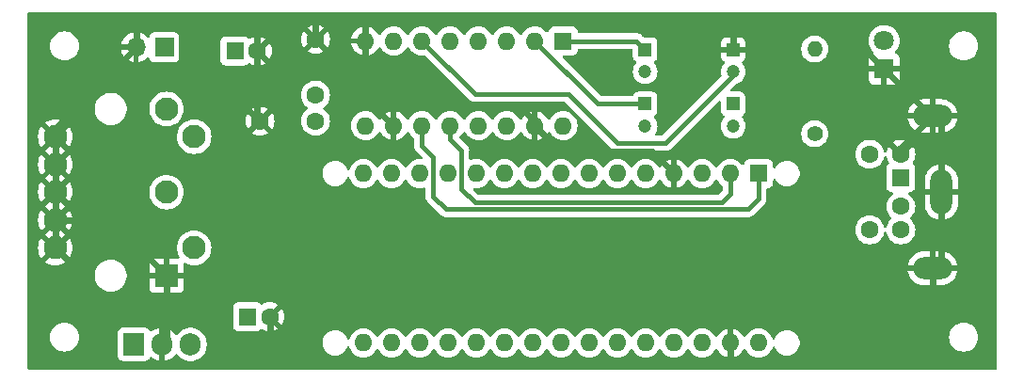
<source format=gbr>
%TF.GenerationSoftware,KiCad,Pcbnew,7.0.7*%
%TF.CreationDate,2024-03-20T00:35:15+00:00*%
%TF.ProjectId,TIMPS2Key,54494d50-5332-44b6-9579-2e6b69636164,rev?*%
%TF.SameCoordinates,Original*%
%TF.FileFunction,Copper,L2,Bot*%
%TF.FilePolarity,Positive*%
%FSLAX46Y46*%
G04 Gerber Fmt 4.6, Leading zero omitted, Abs format (unit mm)*
G04 Created by KiCad (PCBNEW 7.0.7) date 2024-03-20 00:35:15*
%MOMM*%
%LPD*%
G01*
G04 APERTURE LIST*
%TA.AperFunction,ComponentPad*%
%ADD10R,1.905000X2.000000*%
%TD*%
%TA.AperFunction,ComponentPad*%
%ADD11O,1.905000X2.000000*%
%TD*%
%TA.AperFunction,ComponentPad*%
%ADD12R,1.600000X1.600000*%
%TD*%
%TA.AperFunction,ComponentPad*%
%ADD13O,1.600000X1.600000*%
%TD*%
%TA.AperFunction,ComponentPad*%
%ADD14C,1.400000*%
%TD*%
%TA.AperFunction,ComponentPad*%
%ADD15O,1.400000X1.400000*%
%TD*%
%TA.AperFunction,ComponentPad*%
%ADD16R,1.700000X1.700000*%
%TD*%
%TA.AperFunction,ComponentPad*%
%ADD17O,1.700000X1.700000*%
%TD*%
%TA.AperFunction,ComponentPad*%
%ADD18C,1.600000*%
%TD*%
%TA.AperFunction,ComponentPad*%
%ADD19O,3.500000X2.000000*%
%TD*%
%TA.AperFunction,ComponentPad*%
%ADD20O,2.000000X4.000000*%
%TD*%
%TA.AperFunction,ComponentPad*%
%ADD21R,2.100000X2.100000*%
%TD*%
%TA.AperFunction,ComponentPad*%
%ADD22C,2.100000*%
%TD*%
%TA.AperFunction,ComponentPad*%
%ADD23R,1.800000X1.800000*%
%TD*%
%TA.AperFunction,ComponentPad*%
%ADD24C,1.800000*%
%TD*%
%TA.AperFunction,ComponentPad*%
%ADD25R,1.200000X1.200000*%
%TD*%
%TA.AperFunction,ComponentPad*%
%ADD26C,1.200000*%
%TD*%
%TA.AperFunction,Conductor*%
%ADD27C,0.600000*%
%TD*%
%TA.AperFunction,Conductor*%
%ADD28C,0.400000*%
%TD*%
G04 APERTURE END LIST*
D10*
%TO.P,U3,1,VI*%
%TO.N,+12V*%
X90280000Y-76650000D03*
D11*
%TO.P,U3,2,GND*%
%TO.N,GND*%
X92820000Y-76650000D03*
%TO.P,U3,3,VO*%
%TO.N,+5V*%
X95360000Y-76650000D03*
%TD*%
D12*
%TO.P,U2,1,C1+*%
%TO.N,Net-(U2-C1+)*%
X128880000Y-49360000D03*
D13*
%TO.P,U2,2,VS+*%
%TO.N,Net-(U2-VS+)*%
X126340000Y-49360000D03*
%TO.P,U2,3,C1-*%
%TO.N,Net-(U2-C1-)*%
X123800000Y-49360000D03*
%TO.P,U2,4,C2+*%
%TO.N,Net-(U2-C2+)*%
X121260000Y-49360000D03*
%TO.P,U2,5,C2-*%
%TO.N,Net-(U2-C2-)*%
X118720000Y-49360000D03*
%TO.P,U2,6,VS-*%
%TO.N,Net-(U2-VS-)*%
X116180000Y-49360000D03*
%TO.P,U2,7,T2OUT*%
%TO.N,unconnected-(U2-T2OUT-Pad7)*%
X113640000Y-49360000D03*
%TO.P,U2,8,R2IN*%
%TO.N,GND*%
X111100000Y-49360000D03*
%TO.P,U2,9,R2OUT*%
%TO.N,unconnected-(U2-R2OUT-Pad9)*%
X111100000Y-56980000D03*
%TO.P,U2,10,T2IN*%
%TO.N,GND*%
X113640000Y-56980000D03*
%TO.P,U2,11,T1IN*%
%TO.N,Net-(U1-Pin_1)*%
X116180000Y-56980000D03*
%TO.P,U2,12,R1OUT*%
%TO.N,Net-(U1-Pin_2)*%
X118720000Y-56980000D03*
%TO.P,U2,13,R1IN*%
%TO.N,S_RX*%
X121260000Y-56980000D03*
%TO.P,U2,14,T1OUT*%
%TO.N,S_TX*%
X123800000Y-56980000D03*
%TO.P,U2,15,GND*%
%TO.N,GND*%
X126340000Y-56980000D03*
%TO.P,U2,16,VCC*%
%TO.N,+5V*%
X128880000Y-56980000D03*
%TD*%
D12*
%TO.P,U1,1,Pin_1*%
%TO.N,Net-(U1-Pin_1)*%
X146470000Y-61290000D03*
D13*
%TO.P,U1,2,Pin_2*%
%TO.N,Net-(U1-Pin_2)*%
X143930000Y-61290000D03*
%TO.P,U1,3,Pin_3*%
%TO.N,unconnected-(U1-Pin_3-Pad3)*%
X141390000Y-61290000D03*
%TO.P,U1,4,Pin_4*%
%TO.N,GND*%
X138850000Y-61290000D03*
%TO.P,U1,5,Pin_5*%
%TO.N,unconnected-(U1-Pin_5-Pad5)*%
X136310000Y-61290000D03*
%TO.P,U1,6,Pin_6*%
%TO.N,PS2-CLK*%
X133770000Y-61290000D03*
%TO.P,U1,7,Pin_7*%
%TO.N,unconnected-(U1-Pin_7-Pad7)*%
X131230000Y-61290000D03*
%TO.P,U1,8,Pin_8*%
%TO.N,unconnected-(U1-Pin_8-Pad8)*%
X128690000Y-61290000D03*
%TO.P,U1,9,Pin_9*%
%TO.N,unconnected-(U1-Pin_9-Pad9)*%
X126150000Y-61290000D03*
%TO.P,U1,10,Pin_10*%
%TO.N,unconnected-(U1-Pin_10-Pad10)*%
X123610000Y-61290000D03*
%TO.P,U1,11,Pin_11*%
%TO.N,unconnected-(U1-Pin_11-Pad11)*%
X121070000Y-61290000D03*
%TO.P,U1,12,Pin_12*%
%TO.N,unconnected-(U1-Pin_12-Pad12)*%
X118530000Y-61290000D03*
%TO.P,U1,13,Pin_13*%
%TO.N,unconnected-(U1-Pin_13-Pad13)*%
X115990000Y-61290000D03*
%TO.P,U1,14,Pin_14*%
%TO.N,unconnected-(U1-Pin_14-Pad14)*%
X113450000Y-61290000D03*
%TO.P,U1,15,Pin_15*%
%TO.N,PS2-DATA*%
X110910000Y-61290000D03*
%TO.P,U1,16,Pin_16*%
%TO.N,unconnected-(U1-Pin_16-Pad16)*%
X110910000Y-76530000D03*
%TO.P,U1,17,Pin_17*%
%TO.N,unconnected-(U1-Pin_17-Pad17)*%
X113450000Y-76530000D03*
%TO.P,U1,18,Pin_18*%
%TO.N,unconnected-(U1-Pin_18-Pad18)*%
X115990000Y-76530000D03*
%TO.P,U1,19,Pin_19*%
%TO.N,unconnected-(U1-Pin_19-Pad19)*%
X118530000Y-76530000D03*
%TO.P,U1,20,Pin_20*%
%TO.N,unconnected-(U1-Pin_20-Pad20)*%
X121070000Y-76530000D03*
%TO.P,U1,21,Pin_21*%
%TO.N,unconnected-(U1-Pin_21-Pad21)*%
X123610000Y-76530000D03*
%TO.P,U1,22,Pin_22*%
%TO.N,unconnected-(U1-Pin_22-Pad22)*%
X126150000Y-76530000D03*
%TO.P,U1,23,Pin_23*%
%TO.N,unconnected-(U1-Pin_23-Pad23)*%
X128690000Y-76530000D03*
%TO.P,U1,24,Pin_24*%
%TO.N,unconnected-(U1-Pin_24-Pad24)*%
X131230000Y-76530000D03*
%TO.P,U1,25,Pin_25*%
%TO.N,unconnected-(U1-Pin_25-Pad25)*%
X133770000Y-76530000D03*
%TO.P,U1,26,Pin_26*%
%TO.N,unconnected-(U1-Pin_26-Pad26)*%
X136310000Y-76530000D03*
%TO.P,U1,27,Pin_27*%
%TO.N,+5V*%
X138850000Y-76530000D03*
%TO.P,U1,28,Pin_28*%
%TO.N,unconnected-(U1-Pin_28-Pad28)*%
X141390000Y-76530000D03*
%TO.P,U1,29,Pin_29*%
%TO.N,GND*%
X143930000Y-76530000D03*
%TO.P,U1,30,Pin_30*%
%TO.N,unconnected-(U1-Pin_30-Pad30)*%
X146470000Y-76530000D03*
%TD*%
D14*
%TO.P,R1,1*%
%TO.N,+5V*%
X151510000Y-57700000D03*
D15*
%TO.P,R1,2*%
%TO.N,Net-(D1-A)*%
X151510000Y-50080000D03*
%TD*%
D16*
%TO.P,J3,1,Pin_1*%
%TO.N,+5V*%
X93000000Y-49930000D03*
D17*
%TO.P,J3,2,Pin_2*%
%TO.N,GND*%
X90460000Y-49930000D03*
%TD*%
D12*
%TO.P,J2,1*%
%TO.N,PS2-DATA*%
X159260000Y-61655000D03*
D18*
%TO.P,J2,2*%
%TO.N,unconnected-(J2-Pad2)*%
X159260000Y-64255000D03*
%TO.P,J2,3*%
%TO.N,GND*%
X159260000Y-59555000D03*
%TO.P,J2,4*%
%TO.N,+5V*%
X159260000Y-66355000D03*
%TO.P,J2,5*%
%TO.N,PS2-CLK*%
X156460000Y-59555000D03*
%TO.P,J2,6*%
%TO.N,unconnected-(J2-Pad6)*%
X156460000Y-66355000D03*
D19*
%TO.P,J2,7*%
%TO.N,GND*%
X162110000Y-69805000D03*
X162110000Y-56105000D03*
D20*
X162910000Y-62955000D03*
%TD*%
D21*
%TO.P,J1,1*%
%TO.N,GND*%
X93200000Y-70480000D03*
D22*
%TO.P,J1,2*%
%TO.N,S_TX*%
X93200000Y-62975000D03*
%TO.P,J1,3*%
%TO.N,S_RX*%
X93200000Y-55470000D03*
%TO.P,J1,4*%
%TO.N,+12V*%
X95690000Y-67980000D03*
%TO.P,J1,5*%
X95690000Y-57970000D03*
%TO.P,J1,G*%
%TO.N,GND*%
X83193200Y-67980000D03*
X83193200Y-65475000D03*
X83193200Y-62924200D03*
X83193200Y-60475000D03*
X83193200Y-57970000D03*
%TD*%
D23*
%TO.P,D1,1,K*%
%TO.N,GND*%
X157760000Y-51880000D03*
D24*
%TO.P,D1,2,A*%
%TO.N,Net-(D1-A)*%
X157760000Y-49340000D03*
%TD*%
D25*
%TO.P,C8,1*%
%TO.N,Net-(U2-C2+)*%
X144190000Y-55027401D03*
D26*
%TO.P,C8,2*%
%TO.N,Net-(U2-C2-)*%
X144190000Y-57027401D03*
%TD*%
D25*
%TO.P,C7,1*%
%TO.N,Net-(U2-C1+)*%
X136260000Y-50137401D03*
D26*
%TO.P,C7,2*%
%TO.N,Net-(U2-C1-)*%
X136260000Y-52137401D03*
%TD*%
D25*
%TO.P,C6,1*%
%TO.N,GND*%
X144190000Y-50137401D03*
D26*
%TO.P,C6,2*%
%TO.N,Net-(U2-VS-)*%
X144190000Y-52137401D03*
%TD*%
D25*
%TO.P,C5,1*%
%TO.N,Net-(U2-VS+)*%
X136260000Y-55027401D03*
D26*
%TO.P,C5,2*%
%TO.N,+5V*%
X136260000Y-57027401D03*
%TD*%
D18*
%TO.P,C4,1*%
%TO.N,GND*%
X101610000Y-56570000D03*
%TO.P,C4,2*%
%TO.N,+5V*%
X106610000Y-56570000D03*
%TD*%
D12*
%TO.P,C3,1*%
%TO.N,+12V*%
X100490000Y-74170000D03*
D18*
%TO.P,C3,2*%
%TO.N,GND*%
X102490000Y-74170000D03*
%TD*%
%TO.P,C2,1*%
%TO.N,GND*%
X106610000Y-49220000D03*
%TO.P,C2,2*%
%TO.N,+5V*%
X106610000Y-54220000D03*
%TD*%
D12*
%TO.P,C1,1*%
%TO.N,+5V*%
X99370000Y-50260000D03*
D18*
%TO.P,C1,2*%
%TO.N,GND*%
X101370000Y-50260000D03*
%TD*%
D27*
%TO.N,GND*%
X93200000Y-76270000D02*
X92820000Y-76650000D01*
X93200000Y-70480000D02*
X93200000Y-76270000D01*
D28*
%TO.N,Net-(U1-Pin_2)*%
X143130000Y-63900000D02*
X143930000Y-63100000D01*
X143930000Y-63100000D02*
X143930000Y-61290000D01*
X120950000Y-63900000D02*
X143130000Y-63900000D01*
X119730000Y-62680000D02*
X120950000Y-63900000D01*
X119730000Y-59220000D02*
X119730000Y-62680000D01*
X118720000Y-58210000D02*
X119730000Y-59220000D01*
X118720000Y-56980000D02*
X118720000Y-58210000D01*
%TO.N,Net-(U1-Pin_1)*%
X146470000Y-63570000D02*
X146470000Y-61290000D01*
X118360000Y-64500000D02*
X145540000Y-64500000D01*
X117190000Y-63330000D02*
X118360000Y-64500000D01*
X117190000Y-59800000D02*
X117190000Y-63330000D01*
X116180000Y-58790000D02*
X117190000Y-59800000D01*
X116180000Y-56980000D02*
X116180000Y-58790000D01*
X145540000Y-64500000D02*
X146470000Y-63570000D01*
D27*
%TO.N,GND*%
X102270000Y-78630000D02*
X103050000Y-78630000D01*
X102490000Y-74170000D02*
X102490000Y-78410000D01*
X93190000Y-78630000D02*
X102270000Y-78630000D01*
X102490000Y-78410000D02*
X102270000Y-78630000D01*
X136890000Y-59330000D02*
X128690000Y-59330000D01*
X138850000Y-61290000D02*
X136890000Y-59330000D01*
X128690000Y-59330000D02*
X126340000Y-56980000D01*
X143930000Y-78590000D02*
X143970000Y-78630000D01*
X143930000Y-76530000D02*
X143930000Y-78590000D01*
X117100000Y-78630000D02*
X143970000Y-78630000D01*
X143970000Y-78630000D02*
X158820000Y-78630000D01*
D28*
%TO.N,Net-(U2-VS-)*%
X138100000Y-58560000D02*
X144190000Y-52470000D01*
X144190000Y-52470000D02*
X144190000Y-52137401D01*
X129370000Y-54150000D02*
X133780000Y-58560000D01*
X120970000Y-54150000D02*
X129370000Y-54150000D01*
X116180000Y-49360000D02*
X120970000Y-54150000D01*
X133780000Y-58560000D02*
X138100000Y-58560000D01*
%TO.N,Net-(U2-VS+)*%
X132007401Y-55027401D02*
X136260000Y-55027401D01*
X126340000Y-49360000D02*
X132007401Y-55027401D01*
%TO.N,Net-(U2-C1+)*%
X135482599Y-49360000D02*
X136260000Y-50137401D01*
X128880000Y-49360000D02*
X135482599Y-49360000D01*
D27*
%TO.N,GND*%
X159260000Y-58955000D02*
X162110000Y-56105000D01*
X159260000Y-59555000D02*
X159260000Y-58955000D01*
X125020000Y-55300000D02*
X111960000Y-55300000D01*
X126340000Y-56620000D02*
X125020000Y-55300000D01*
X126340000Y-56980000D02*
X126340000Y-56620000D01*
X111960000Y-55300000D02*
X113640000Y-56980000D01*
X111100000Y-54440000D02*
X111960000Y-55300000D01*
X93200000Y-70480000D02*
X88195000Y-65475000D01*
X88195000Y-65475000D02*
X83193200Y-65475000D01*
X93200000Y-78620000D02*
X93190000Y-78630000D01*
X87150000Y-78630000D02*
X93190000Y-78630000D01*
X103050000Y-78630000D02*
X117100000Y-78630000D01*
X111100000Y-49360000D02*
X111100000Y-54440000D01*
X144190000Y-47090000D02*
X144150000Y-47050000D01*
X144190000Y-50137401D02*
X144190000Y-47090000D01*
X144150000Y-47050000D02*
X111000000Y-47050000D01*
X152930000Y-47050000D02*
X144150000Y-47050000D01*
X111100000Y-47150000D02*
X111000000Y-47050000D01*
X111000000Y-47050000D02*
X106810000Y-47050000D01*
X111100000Y-49360000D02*
X111100000Y-47150000D01*
X106610000Y-47250000D02*
X106810000Y-47050000D01*
X106610000Y-49220000D02*
X106610000Y-47250000D01*
X106810000Y-47050000D02*
X101170000Y-47050000D01*
X101370000Y-47250000D02*
X101170000Y-47050000D01*
X101370000Y-50260000D02*
X101370000Y-47250000D01*
X101170000Y-47050000D02*
X91300000Y-47050000D01*
X101370000Y-56330000D02*
X101610000Y-56570000D01*
X101370000Y-50260000D02*
X101370000Y-56330000D01*
X83193200Y-57196800D02*
X83193200Y-57970000D01*
X90460000Y-49930000D02*
X83193200Y-57196800D01*
X90460000Y-47890000D02*
X90460000Y-49930000D01*
X91300000Y-47050000D02*
X90460000Y-47890000D01*
X157760000Y-51880000D02*
X152930000Y-47050000D01*
X162110000Y-56105000D02*
X161985000Y-56105000D01*
X161985000Y-56105000D02*
X157760000Y-51880000D01*
X162910000Y-56905000D02*
X162110000Y-56105000D01*
X162910000Y-62955000D02*
X162910000Y-56905000D01*
X162910000Y-69005000D02*
X162110000Y-69805000D01*
X162910000Y-62955000D02*
X162910000Y-69005000D01*
X85960000Y-77440000D02*
X87150000Y-78630000D01*
X158820000Y-78630000D02*
X162110000Y-75340000D01*
X85960000Y-70746800D02*
X85960000Y-77440000D01*
X162110000Y-75340000D02*
X162110000Y-69805000D01*
X83193200Y-67980000D02*
X85960000Y-70746800D01*
X83193200Y-57970000D02*
X83193200Y-67980000D01*
%TD*%
%TA.AperFunction,Conductor*%
%TO.N,GND*%
G36*
X139027512Y-61789507D02*
G01*
X139080315Y-61835262D01*
X139100000Y-61902301D01*
X139100000Y-62568872D01*
X139296317Y-62516269D01*
X139296326Y-62516265D01*
X139502482Y-62420134D01*
X139688820Y-62289657D01*
X139849657Y-62128820D01*
X139980132Y-61942484D01*
X140007341Y-61884134D01*
X140053513Y-61831695D01*
X140120707Y-61812542D01*
X140187588Y-61832757D01*
X140232105Y-61884132D01*
X140240578Y-61902301D01*
X140259431Y-61942732D01*
X140259432Y-61942734D01*
X140389954Y-62129141D01*
X140550858Y-62290045D01*
X140550861Y-62290047D01*
X140737266Y-62420568D01*
X140943504Y-62516739D01*
X140943509Y-62516740D01*
X140943511Y-62516741D01*
X140996415Y-62530916D01*
X141163308Y-62575635D01*
X141325230Y-62589801D01*
X141389998Y-62595468D01*
X141390000Y-62595468D01*
X141390002Y-62595468D01*
X141446807Y-62590498D01*
X141616692Y-62575635D01*
X141836496Y-62516739D01*
X142042734Y-62420568D01*
X142229139Y-62290047D01*
X142390047Y-62129139D01*
X142520568Y-61942734D01*
X142547618Y-61884724D01*
X142593790Y-61832285D01*
X142660983Y-61813133D01*
X142727865Y-61833348D01*
X142772381Y-61884724D01*
X142780578Y-61902301D01*
X142799429Y-61942728D01*
X142799432Y-61942734D01*
X142929954Y-62129141D01*
X143090857Y-62290044D01*
X143090860Y-62290046D01*
X143090861Y-62290047D01*
X143176623Y-62350097D01*
X143220248Y-62404673D01*
X143229500Y-62451672D01*
X143229500Y-62758481D01*
X143209815Y-62825520D01*
X143193181Y-62846162D01*
X142876162Y-63163181D01*
X142814839Y-63196666D01*
X142788481Y-63199500D01*
X121291518Y-63199500D01*
X121224479Y-63179815D01*
X121203837Y-63163181D01*
X120879861Y-62839205D01*
X120835426Y-62794769D01*
X120801942Y-62733448D01*
X120806926Y-62663756D01*
X120848798Y-62607823D01*
X120914262Y-62583406D01*
X120933913Y-62583561D01*
X121013193Y-62590498D01*
X121069999Y-62595468D01*
X121070000Y-62595468D01*
X121070002Y-62595468D01*
X121126807Y-62590498D01*
X121296692Y-62575635D01*
X121516496Y-62516739D01*
X121722734Y-62420568D01*
X121909139Y-62290047D01*
X122070047Y-62129139D01*
X122200568Y-61942734D01*
X122227618Y-61884724D01*
X122273790Y-61832285D01*
X122340983Y-61813133D01*
X122407865Y-61833348D01*
X122452381Y-61884724D01*
X122460578Y-61902301D01*
X122479429Y-61942728D01*
X122479432Y-61942734D01*
X122609954Y-62129141D01*
X122770858Y-62290045D01*
X122770861Y-62290047D01*
X122957266Y-62420568D01*
X123163504Y-62516739D01*
X123163509Y-62516740D01*
X123163511Y-62516741D01*
X123216415Y-62530916D01*
X123383308Y-62575635D01*
X123545230Y-62589801D01*
X123609998Y-62595468D01*
X123610000Y-62595468D01*
X123610002Y-62595468D01*
X123666807Y-62590498D01*
X123836692Y-62575635D01*
X124056496Y-62516739D01*
X124262734Y-62420568D01*
X124449139Y-62290047D01*
X124610047Y-62129139D01*
X124740568Y-61942734D01*
X124767618Y-61884724D01*
X124813790Y-61832285D01*
X124880983Y-61813133D01*
X124947865Y-61833348D01*
X124992381Y-61884724D01*
X125000578Y-61902301D01*
X125019429Y-61942728D01*
X125019432Y-61942734D01*
X125149954Y-62129141D01*
X125310858Y-62290045D01*
X125310861Y-62290047D01*
X125497266Y-62420568D01*
X125703504Y-62516739D01*
X125703509Y-62516740D01*
X125703511Y-62516741D01*
X125756415Y-62530916D01*
X125923308Y-62575635D01*
X126085230Y-62589801D01*
X126149998Y-62595468D01*
X126150000Y-62595468D01*
X126150002Y-62595468D01*
X126206807Y-62590498D01*
X126376692Y-62575635D01*
X126596496Y-62516739D01*
X126802734Y-62420568D01*
X126989139Y-62290047D01*
X127150047Y-62129139D01*
X127280568Y-61942734D01*
X127307618Y-61884724D01*
X127353790Y-61832285D01*
X127420983Y-61813133D01*
X127487865Y-61833348D01*
X127532381Y-61884724D01*
X127540578Y-61902301D01*
X127559429Y-61942728D01*
X127559432Y-61942734D01*
X127689954Y-62129141D01*
X127850858Y-62290045D01*
X127850861Y-62290047D01*
X128037266Y-62420568D01*
X128243504Y-62516739D01*
X128243509Y-62516740D01*
X128243511Y-62516741D01*
X128296415Y-62530916D01*
X128463308Y-62575635D01*
X128625230Y-62589801D01*
X128689998Y-62595468D01*
X128690000Y-62595468D01*
X128690002Y-62595468D01*
X128746807Y-62590498D01*
X128916692Y-62575635D01*
X129136496Y-62516739D01*
X129342734Y-62420568D01*
X129529139Y-62290047D01*
X129690047Y-62129139D01*
X129820568Y-61942734D01*
X129847618Y-61884724D01*
X129893790Y-61832285D01*
X129960983Y-61813133D01*
X130027865Y-61833348D01*
X130072381Y-61884724D01*
X130080578Y-61902301D01*
X130099429Y-61942728D01*
X130099432Y-61942734D01*
X130229954Y-62129141D01*
X130390858Y-62290045D01*
X130390861Y-62290047D01*
X130577266Y-62420568D01*
X130783504Y-62516739D01*
X130783509Y-62516740D01*
X130783511Y-62516741D01*
X130836415Y-62530916D01*
X131003308Y-62575635D01*
X131165230Y-62589801D01*
X131229998Y-62595468D01*
X131230000Y-62595468D01*
X131230002Y-62595468D01*
X131286807Y-62590498D01*
X131456692Y-62575635D01*
X131676496Y-62516739D01*
X131882734Y-62420568D01*
X132069139Y-62290047D01*
X132230047Y-62129139D01*
X132360568Y-61942734D01*
X132387618Y-61884724D01*
X132433790Y-61832285D01*
X132500983Y-61813133D01*
X132567865Y-61833348D01*
X132612381Y-61884724D01*
X132620578Y-61902301D01*
X132639429Y-61942728D01*
X132639432Y-61942734D01*
X132769954Y-62129141D01*
X132930858Y-62290045D01*
X132930861Y-62290047D01*
X133117266Y-62420568D01*
X133323504Y-62516739D01*
X133323509Y-62516740D01*
X133323511Y-62516741D01*
X133376415Y-62530916D01*
X133543308Y-62575635D01*
X133705230Y-62589801D01*
X133769998Y-62595468D01*
X133770000Y-62595468D01*
X133770002Y-62595468D01*
X133826807Y-62590498D01*
X133996692Y-62575635D01*
X134216496Y-62516739D01*
X134422734Y-62420568D01*
X134609139Y-62290047D01*
X134770047Y-62129139D01*
X134900568Y-61942734D01*
X134927618Y-61884724D01*
X134973790Y-61832285D01*
X135040983Y-61813133D01*
X135107865Y-61833348D01*
X135152381Y-61884724D01*
X135160578Y-61902301D01*
X135179429Y-61942728D01*
X135179432Y-61942734D01*
X135309954Y-62129141D01*
X135470858Y-62290045D01*
X135470861Y-62290047D01*
X135657266Y-62420568D01*
X135863504Y-62516739D01*
X135863509Y-62516740D01*
X135863511Y-62516741D01*
X135916415Y-62530916D01*
X136083308Y-62575635D01*
X136245230Y-62589801D01*
X136309998Y-62595468D01*
X136310000Y-62595468D01*
X136310002Y-62595468D01*
X136366807Y-62590498D01*
X136536692Y-62575635D01*
X136756496Y-62516739D01*
X136962734Y-62420568D01*
X137149139Y-62290047D01*
X137310047Y-62129139D01*
X137440568Y-61942734D01*
X137467895Y-61884129D01*
X137514064Y-61831695D01*
X137581257Y-61812542D01*
X137648139Y-61832757D01*
X137692657Y-61884133D01*
X137719865Y-61942482D01*
X137850342Y-62128820D01*
X138011179Y-62289657D01*
X138197517Y-62420134D01*
X138403673Y-62516265D01*
X138403682Y-62516269D01*
X138599999Y-62568872D01*
X138600000Y-62568871D01*
X138600000Y-61902301D01*
X138619685Y-61835262D01*
X138672489Y-61789507D01*
X138741647Y-61779563D01*
X138814237Y-61790000D01*
X138814238Y-61790000D01*
X138885762Y-61790000D01*
X138885763Y-61790000D01*
X138958353Y-61779563D01*
X139027512Y-61789507D01*
G37*
%TD.AperFunction*%
%TA.AperFunction,Conductor*%
G36*
X167842539Y-46770185D02*
G01*
X167888294Y-46822989D01*
X167899500Y-46874500D01*
X167899500Y-78805500D01*
X167879815Y-78872539D01*
X167827011Y-78918294D01*
X167775500Y-78929500D01*
X80844000Y-78929500D01*
X80776961Y-78909815D01*
X80731206Y-78857011D01*
X80720000Y-78805500D01*
X80720000Y-77697870D01*
X88827000Y-77697870D01*
X88827001Y-77697876D01*
X88833408Y-77757483D01*
X88883702Y-77892328D01*
X88883706Y-77892335D01*
X88969952Y-78007544D01*
X88969955Y-78007547D01*
X89085164Y-78093793D01*
X89085171Y-78093797D01*
X89220017Y-78144091D01*
X89220016Y-78144091D01*
X89226944Y-78144835D01*
X89279627Y-78150500D01*
X91280372Y-78150499D01*
X91339983Y-78144091D01*
X91474831Y-78093796D01*
X91590046Y-78007546D01*
X91676296Y-77892331D01*
X91676297Y-77892328D01*
X91676298Y-77892327D01*
X91687907Y-77861199D01*
X91729776Y-77805264D01*
X91795240Y-77780844D01*
X91863513Y-77795694D01*
X91880252Y-77806675D01*
X92022831Y-77917649D01*
X92022840Y-77917655D01*
X92234531Y-78032215D01*
X92234545Y-78032221D01*
X92462207Y-78110379D01*
X92570000Y-78128366D01*
X92570000Y-77314652D01*
X92589685Y-77247613D01*
X92642489Y-77201858D01*
X92711647Y-77191914D01*
X92727447Y-77195248D01*
X92744404Y-77200000D01*
X92744406Y-77200000D01*
X92857622Y-77200000D01*
X92929116Y-77190173D01*
X92998210Y-77200545D01*
X93050729Y-77246627D01*
X93070000Y-77313018D01*
X93070000Y-78128365D01*
X93177792Y-78110379D01*
X93405454Y-78032221D01*
X93405468Y-78032215D01*
X93617159Y-77917655D01*
X93617168Y-77917649D01*
X93807116Y-77769806D01*
X93807126Y-77769797D01*
X93970154Y-77592702D01*
X93970155Y-77592701D01*
X93985891Y-77568616D01*
X94039036Y-77523258D01*
X94108267Y-77513833D01*
X94171604Y-77543333D01*
X94193510Y-77568614D01*
X94209446Y-77593007D01*
X94209448Y-77593009D01*
X94209449Y-77593010D01*
X94372537Y-77770171D01*
X94528908Y-77891879D01*
X94562017Y-77917649D01*
X94562561Y-77918072D01*
X94727891Y-78007544D01*
X94773478Y-78032215D01*
X94774336Y-78032679D01*
X94892598Y-78073278D01*
X95002083Y-78110865D01*
X95002085Y-78110865D01*
X95002087Y-78110866D01*
X95239601Y-78150500D01*
X95239602Y-78150500D01*
X95480398Y-78150500D01*
X95480399Y-78150500D01*
X95717913Y-78110866D01*
X95945664Y-78032679D01*
X96157439Y-77918072D01*
X96347463Y-77770171D01*
X96510551Y-77593010D01*
X96642255Y-77391422D01*
X96738983Y-77170905D01*
X96798095Y-76937476D01*
X96813000Y-76757600D01*
X96813000Y-76635683D01*
X107229500Y-76635683D01*
X107268338Y-76843450D01*
X107268339Y-76843452D01*
X107344690Y-77040539D01*
X107344691Y-77040540D01*
X107344692Y-77040542D01*
X107443424Y-77200000D01*
X107455963Y-77220250D01*
X107598355Y-77376448D01*
X107598358Y-77376450D01*
X107767032Y-77503827D01*
X107846371Y-77543333D01*
X107956237Y-77598040D01*
X107956243Y-77598043D01*
X108130011Y-77647483D01*
X108159536Y-77655884D01*
X108317271Y-77670500D01*
X108317275Y-77670500D01*
X108422725Y-77670500D01*
X108422729Y-77670500D01*
X108580464Y-77655884D01*
X108667350Y-77631162D01*
X108783756Y-77598043D01*
X108783758Y-77598041D01*
X108783761Y-77598041D01*
X108972968Y-77503827D01*
X109141642Y-77376450D01*
X109284038Y-77220249D01*
X109395308Y-77040542D01*
X109438529Y-76928974D01*
X109481102Y-76873574D01*
X109546869Y-76849983D01*
X109614949Y-76865694D01*
X109663728Y-76915718D01*
X109673931Y-76941676D01*
X109683258Y-76976488D01*
X109683261Y-76976497D01*
X109779431Y-77182732D01*
X109779432Y-77182734D01*
X109909954Y-77369141D01*
X110070858Y-77530045D01*
X110117693Y-77562839D01*
X110257266Y-77660568D01*
X110463504Y-77756739D01*
X110463509Y-77756740D01*
X110463511Y-77756741D01*
X110512237Y-77769797D01*
X110683308Y-77815635D01*
X110845230Y-77829801D01*
X110909998Y-77835468D01*
X110910000Y-77835468D01*
X110910002Y-77835468D01*
X110966672Y-77830509D01*
X111136692Y-77815635D01*
X111356496Y-77756739D01*
X111562734Y-77660568D01*
X111749139Y-77530047D01*
X111910047Y-77369139D01*
X112040568Y-77182734D01*
X112067618Y-77124724D01*
X112113790Y-77072285D01*
X112180983Y-77053133D01*
X112247865Y-77073348D01*
X112292382Y-77124725D01*
X112319429Y-77182728D01*
X112319432Y-77182734D01*
X112449954Y-77369141D01*
X112610858Y-77530045D01*
X112657693Y-77562839D01*
X112797266Y-77660568D01*
X113003504Y-77756739D01*
X113003509Y-77756740D01*
X113003511Y-77756741D01*
X113052237Y-77769797D01*
X113223308Y-77815635D01*
X113385230Y-77829801D01*
X113449998Y-77835468D01*
X113450000Y-77835468D01*
X113450002Y-77835468D01*
X113506673Y-77830509D01*
X113676692Y-77815635D01*
X113896496Y-77756739D01*
X114102734Y-77660568D01*
X114289139Y-77530047D01*
X114450047Y-77369139D01*
X114580568Y-77182734D01*
X114607618Y-77124724D01*
X114653790Y-77072285D01*
X114720983Y-77053133D01*
X114787865Y-77073348D01*
X114832382Y-77124725D01*
X114859429Y-77182728D01*
X114859432Y-77182734D01*
X114989954Y-77369141D01*
X115150858Y-77530045D01*
X115197693Y-77562839D01*
X115337266Y-77660568D01*
X115543504Y-77756739D01*
X115543509Y-77756740D01*
X115543511Y-77756741D01*
X115592237Y-77769797D01*
X115763308Y-77815635D01*
X115925230Y-77829801D01*
X115989998Y-77835468D01*
X115990000Y-77835468D01*
X115990002Y-77835468D01*
X116046672Y-77830509D01*
X116216692Y-77815635D01*
X116436496Y-77756739D01*
X116642734Y-77660568D01*
X116829139Y-77530047D01*
X116990047Y-77369139D01*
X117120568Y-77182734D01*
X117147619Y-77124721D01*
X117193788Y-77072286D01*
X117260981Y-77053133D01*
X117327862Y-77073348D01*
X117372380Y-77124722D01*
X117399432Y-77182734D01*
X117412823Y-77201858D01*
X117529954Y-77369141D01*
X117690858Y-77530045D01*
X117737693Y-77562839D01*
X117877266Y-77660568D01*
X118083504Y-77756739D01*
X118083509Y-77756740D01*
X118083511Y-77756741D01*
X118132237Y-77769797D01*
X118303308Y-77815635D01*
X118465230Y-77829801D01*
X118529998Y-77835468D01*
X118530000Y-77835468D01*
X118530002Y-77835468D01*
X118586673Y-77830509D01*
X118756692Y-77815635D01*
X118976496Y-77756739D01*
X119182734Y-77660568D01*
X119369139Y-77530047D01*
X119530047Y-77369139D01*
X119660568Y-77182734D01*
X119687619Y-77124721D01*
X119733788Y-77072286D01*
X119800981Y-77053133D01*
X119867862Y-77073348D01*
X119912380Y-77124722D01*
X119939432Y-77182734D01*
X119952823Y-77201858D01*
X120069954Y-77369141D01*
X120230858Y-77530045D01*
X120277693Y-77562839D01*
X120417266Y-77660568D01*
X120623504Y-77756739D01*
X120623509Y-77756740D01*
X120623511Y-77756741D01*
X120672237Y-77769797D01*
X120843308Y-77815635D01*
X121005230Y-77829801D01*
X121069998Y-77835468D01*
X121070000Y-77835468D01*
X121070002Y-77835468D01*
X121126672Y-77830509D01*
X121296692Y-77815635D01*
X121516496Y-77756739D01*
X121722734Y-77660568D01*
X121909139Y-77530047D01*
X122070047Y-77369139D01*
X122200568Y-77182734D01*
X122227618Y-77124724D01*
X122273790Y-77072285D01*
X122340983Y-77053133D01*
X122407865Y-77073348D01*
X122452382Y-77124725D01*
X122479429Y-77182728D01*
X122479432Y-77182734D01*
X122609954Y-77369141D01*
X122770858Y-77530045D01*
X122817693Y-77562839D01*
X122957266Y-77660568D01*
X123163504Y-77756739D01*
X123163509Y-77756740D01*
X123163511Y-77756741D01*
X123212237Y-77769797D01*
X123383308Y-77815635D01*
X123545230Y-77829801D01*
X123609998Y-77835468D01*
X123610000Y-77835468D01*
X123610002Y-77835468D01*
X123666672Y-77830509D01*
X123836692Y-77815635D01*
X124056496Y-77756739D01*
X124262734Y-77660568D01*
X124449139Y-77530047D01*
X124610047Y-77369139D01*
X124740568Y-77182734D01*
X124767618Y-77124724D01*
X124813790Y-77072285D01*
X124880983Y-77053133D01*
X124947865Y-77073348D01*
X124992382Y-77124725D01*
X125019429Y-77182728D01*
X125019432Y-77182734D01*
X125149954Y-77369141D01*
X125310858Y-77530045D01*
X125357693Y-77562839D01*
X125497266Y-77660568D01*
X125703504Y-77756739D01*
X125703509Y-77756740D01*
X125703511Y-77756741D01*
X125752237Y-77769797D01*
X125923308Y-77815635D01*
X126085230Y-77829801D01*
X126149998Y-77835468D01*
X126150000Y-77835468D01*
X126150002Y-77835468D01*
X126206672Y-77830509D01*
X126376692Y-77815635D01*
X126596496Y-77756739D01*
X126802734Y-77660568D01*
X126989139Y-77530047D01*
X127150047Y-77369139D01*
X127280568Y-77182734D01*
X127307618Y-77124724D01*
X127353790Y-77072285D01*
X127420983Y-77053133D01*
X127487865Y-77073348D01*
X127532382Y-77124725D01*
X127559429Y-77182728D01*
X127559432Y-77182734D01*
X127689954Y-77369141D01*
X127850858Y-77530045D01*
X127897693Y-77562839D01*
X128037266Y-77660568D01*
X128243504Y-77756739D01*
X128243509Y-77756740D01*
X128243511Y-77756741D01*
X128292237Y-77769797D01*
X128463308Y-77815635D01*
X128625230Y-77829801D01*
X128689998Y-77835468D01*
X128690000Y-77835468D01*
X128690002Y-77835468D01*
X128746673Y-77830509D01*
X128916692Y-77815635D01*
X129136496Y-77756739D01*
X129342734Y-77660568D01*
X129529139Y-77530047D01*
X129690047Y-77369139D01*
X129820568Y-77182734D01*
X129847618Y-77124724D01*
X129893790Y-77072285D01*
X129960983Y-77053133D01*
X130027865Y-77073348D01*
X130072382Y-77124725D01*
X130099429Y-77182728D01*
X130099432Y-77182734D01*
X130229954Y-77369141D01*
X130390858Y-77530045D01*
X130437693Y-77562839D01*
X130577266Y-77660568D01*
X130783504Y-77756739D01*
X130783509Y-77756740D01*
X130783511Y-77756741D01*
X130832237Y-77769797D01*
X131003308Y-77815635D01*
X131165230Y-77829801D01*
X131229998Y-77835468D01*
X131230000Y-77835468D01*
X131230002Y-77835468D01*
X131286672Y-77830509D01*
X131456692Y-77815635D01*
X131676496Y-77756739D01*
X131882734Y-77660568D01*
X132069139Y-77530047D01*
X132230047Y-77369139D01*
X132360568Y-77182734D01*
X132387618Y-77124724D01*
X132433790Y-77072285D01*
X132500983Y-77053133D01*
X132567865Y-77073348D01*
X132612382Y-77124725D01*
X132639429Y-77182728D01*
X132639432Y-77182734D01*
X132769954Y-77369141D01*
X132930858Y-77530045D01*
X132977693Y-77562839D01*
X133117266Y-77660568D01*
X133323504Y-77756739D01*
X133323509Y-77756740D01*
X133323511Y-77756741D01*
X133372237Y-77769797D01*
X133543308Y-77815635D01*
X133705230Y-77829801D01*
X133769998Y-77835468D01*
X133770000Y-77835468D01*
X133770002Y-77835468D01*
X133826673Y-77830509D01*
X133996692Y-77815635D01*
X134216496Y-77756739D01*
X134422734Y-77660568D01*
X134609139Y-77530047D01*
X134770047Y-77369139D01*
X134900568Y-77182734D01*
X134927618Y-77124724D01*
X134973790Y-77072285D01*
X135040983Y-77053133D01*
X135107865Y-77073348D01*
X135152382Y-77124725D01*
X135179429Y-77182728D01*
X135179432Y-77182734D01*
X135309954Y-77369141D01*
X135470858Y-77530045D01*
X135517693Y-77562839D01*
X135657266Y-77660568D01*
X135863504Y-77756739D01*
X135863509Y-77756740D01*
X135863511Y-77756741D01*
X135912237Y-77769797D01*
X136083308Y-77815635D01*
X136245230Y-77829801D01*
X136309998Y-77835468D01*
X136310000Y-77835468D01*
X136310002Y-77835468D01*
X136366673Y-77830509D01*
X136536692Y-77815635D01*
X136756496Y-77756739D01*
X136962734Y-77660568D01*
X137149139Y-77530047D01*
X137310047Y-77369139D01*
X137440568Y-77182734D01*
X137467618Y-77124724D01*
X137513790Y-77072285D01*
X137580983Y-77053133D01*
X137647865Y-77073348D01*
X137692382Y-77124725D01*
X137719429Y-77182728D01*
X137719432Y-77182734D01*
X137849954Y-77369141D01*
X138010858Y-77530045D01*
X138057693Y-77562839D01*
X138197266Y-77660568D01*
X138403504Y-77756739D01*
X138403509Y-77756740D01*
X138403511Y-77756741D01*
X138452237Y-77769797D01*
X138623308Y-77815635D01*
X138785230Y-77829801D01*
X138849998Y-77835468D01*
X138850000Y-77835468D01*
X138850002Y-77835468D01*
X138906673Y-77830509D01*
X139076692Y-77815635D01*
X139296496Y-77756739D01*
X139502734Y-77660568D01*
X139689139Y-77530047D01*
X139850047Y-77369139D01*
X139980568Y-77182734D01*
X140007618Y-77124724D01*
X140053790Y-77072285D01*
X140120983Y-77053133D01*
X140187865Y-77073348D01*
X140232382Y-77124725D01*
X140259429Y-77182728D01*
X140259432Y-77182734D01*
X140389954Y-77369141D01*
X140550858Y-77530045D01*
X140597693Y-77562839D01*
X140737266Y-77660568D01*
X140943504Y-77756739D01*
X140943509Y-77756740D01*
X140943511Y-77756741D01*
X140992237Y-77769797D01*
X141163308Y-77815635D01*
X141325230Y-77829801D01*
X141389998Y-77835468D01*
X141390000Y-77835468D01*
X141390002Y-77835468D01*
X141446672Y-77830509D01*
X141616692Y-77815635D01*
X141836496Y-77756739D01*
X142042734Y-77660568D01*
X142229139Y-77530047D01*
X142390047Y-77369139D01*
X142520568Y-77182734D01*
X142547895Y-77124129D01*
X142594064Y-77071695D01*
X142661257Y-77052542D01*
X142728139Y-77072757D01*
X142772657Y-77124133D01*
X142799865Y-77182482D01*
X142930342Y-77368820D01*
X143091179Y-77529657D01*
X143277517Y-77660134D01*
X143483673Y-77756265D01*
X143483682Y-77756269D01*
X143679999Y-77808872D01*
X143680000Y-77808871D01*
X143680000Y-77142301D01*
X143699685Y-77075262D01*
X143752489Y-77029507D01*
X143821647Y-77019563D01*
X143894237Y-77030000D01*
X143894238Y-77030000D01*
X143965762Y-77030000D01*
X143965763Y-77030000D01*
X144038353Y-77019563D01*
X144107512Y-77029507D01*
X144160315Y-77075262D01*
X144180000Y-77142301D01*
X144180000Y-77808872D01*
X144376317Y-77756269D01*
X144376326Y-77756265D01*
X144582482Y-77660134D01*
X144768820Y-77529657D01*
X144929657Y-77368820D01*
X145060132Y-77182484D01*
X145087341Y-77124134D01*
X145133513Y-77071695D01*
X145200707Y-77052542D01*
X145267588Y-77072757D01*
X145312105Y-77124132D01*
X145319769Y-77140567D01*
X145339431Y-77182732D01*
X145339432Y-77182734D01*
X145469954Y-77369141D01*
X145630858Y-77530045D01*
X145677693Y-77562839D01*
X145817266Y-77660568D01*
X146023504Y-77756739D01*
X146023509Y-77756740D01*
X146023511Y-77756741D01*
X146072237Y-77769797D01*
X146243308Y-77815635D01*
X146405230Y-77829801D01*
X146469998Y-77835468D01*
X146470000Y-77835468D01*
X146470002Y-77835468D01*
X146526672Y-77830509D01*
X146696692Y-77815635D01*
X146916496Y-77756739D01*
X147122734Y-77660568D01*
X147309139Y-77530047D01*
X147470047Y-77369139D01*
X147600568Y-77182734D01*
X147696739Y-76976496D01*
X147706069Y-76941675D01*
X147742430Y-76882018D01*
X147805276Y-76851487D01*
X147874652Y-76859779D01*
X147928531Y-76904263D01*
X147941469Y-76928974D01*
X147984688Y-77040533D01*
X147984691Y-77040539D01*
X147984692Y-77040542D01*
X148083424Y-77200000D01*
X148095963Y-77220250D01*
X148238355Y-77376448D01*
X148238358Y-77376450D01*
X148407032Y-77503827D01*
X148486371Y-77543333D01*
X148596237Y-77598040D01*
X148596243Y-77598043D01*
X148770011Y-77647483D01*
X148799536Y-77655884D01*
X148957271Y-77670500D01*
X148957275Y-77670500D01*
X149062725Y-77670500D01*
X149062729Y-77670500D01*
X149220464Y-77655884D01*
X149307350Y-77631162D01*
X149423756Y-77598043D01*
X149423758Y-77598041D01*
X149423761Y-77598041D01*
X149612968Y-77503827D01*
X149781642Y-77376450D01*
X149924038Y-77220249D01*
X150035308Y-77040542D01*
X150111662Y-76843450D01*
X150150500Y-76635683D01*
X150150500Y-76424317D01*
X150111662Y-76216550D01*
X150035308Y-76019458D01*
X150029452Y-76010001D01*
X163604532Y-76010001D01*
X163624364Y-76236686D01*
X163624366Y-76236697D01*
X163683258Y-76456488D01*
X163683261Y-76456497D01*
X163779431Y-76662732D01*
X163779432Y-76662734D01*
X163909954Y-76849141D01*
X164070858Y-77010045D01*
X164070861Y-77010047D01*
X164257266Y-77140568D01*
X164463504Y-77236739D01*
X164463509Y-77236740D01*
X164463511Y-77236741D01*
X164516415Y-77250916D01*
X164683308Y-77295635D01*
X164853216Y-77310500D01*
X164966784Y-77310500D01*
X165136692Y-77295635D01*
X165356496Y-77236739D01*
X165562734Y-77140568D01*
X165749139Y-77010047D01*
X165910047Y-76849139D01*
X166040568Y-76662734D01*
X166136739Y-76456496D01*
X166195635Y-76236692D01*
X166214640Y-76019460D01*
X166215468Y-76010001D01*
X166215468Y-76009998D01*
X166195635Y-75783313D01*
X166195635Y-75783308D01*
X166136739Y-75563504D01*
X166040568Y-75357266D01*
X165910047Y-75170861D01*
X165910045Y-75170858D01*
X165749141Y-75009954D01*
X165562734Y-74879432D01*
X165562732Y-74879431D01*
X165356497Y-74783261D01*
X165356488Y-74783258D01*
X165136697Y-74724366D01*
X165136687Y-74724364D01*
X164966784Y-74709500D01*
X164853216Y-74709500D01*
X164683312Y-74724364D01*
X164683302Y-74724366D01*
X164463511Y-74783258D01*
X164463502Y-74783261D01*
X164257267Y-74879431D01*
X164257265Y-74879432D01*
X164070858Y-75009954D01*
X163909954Y-75170858D01*
X163779432Y-75357265D01*
X163779431Y-75357267D01*
X163683261Y-75563502D01*
X163683258Y-75563511D01*
X163624366Y-75783302D01*
X163624364Y-75783313D01*
X163604532Y-76009998D01*
X163604532Y-76010001D01*
X150029452Y-76010001D01*
X149924038Y-75839751D01*
X149872588Y-75783313D01*
X149781644Y-75683551D01*
X149612968Y-75556173D01*
X149423762Y-75461959D01*
X149423756Y-75461956D01*
X149220466Y-75404116D01*
X149220463Y-75404115D01*
X149108472Y-75393738D01*
X149062729Y-75389500D01*
X148957271Y-75389500D01*
X148914619Y-75393452D01*
X148799536Y-75404115D01*
X148799533Y-75404116D01*
X148596243Y-75461956D01*
X148596237Y-75461959D01*
X148407031Y-75556173D01*
X148238355Y-75683551D01*
X148095963Y-75839749D01*
X147984691Y-76019459D01*
X147984687Y-76019466D01*
X147941469Y-76131025D01*
X147898896Y-76186426D01*
X147833129Y-76210016D01*
X147765049Y-76194304D01*
X147716270Y-76144280D01*
X147706069Y-76118326D01*
X147696739Y-76083504D01*
X147600568Y-75877266D01*
X147470047Y-75690861D01*
X147470045Y-75690858D01*
X147309141Y-75529954D01*
X147122734Y-75399432D01*
X147122732Y-75399431D01*
X146916497Y-75303261D01*
X146916488Y-75303258D01*
X146696697Y-75244366D01*
X146696693Y-75244365D01*
X146696692Y-75244365D01*
X146696691Y-75244364D01*
X146696686Y-75244364D01*
X146470002Y-75224532D01*
X146469998Y-75224532D01*
X146243313Y-75244364D01*
X146243302Y-75244366D01*
X146023511Y-75303258D01*
X146023502Y-75303261D01*
X145817267Y-75399431D01*
X145817265Y-75399432D01*
X145630858Y-75529954D01*
X145469954Y-75690858D01*
X145365701Y-75839749D01*
X145339432Y-75877266D01*
X145312383Y-75935274D01*
X145312106Y-75935867D01*
X145265933Y-75988306D01*
X145198739Y-76007457D01*
X145131858Y-75987241D01*
X145087342Y-75935865D01*
X145060135Y-75877520D01*
X145060134Y-75877518D01*
X144929657Y-75691179D01*
X144768820Y-75530342D01*
X144582482Y-75399865D01*
X144376328Y-75303734D01*
X144180000Y-75251127D01*
X144180000Y-75917698D01*
X144160315Y-75984737D01*
X144107511Y-76030492D01*
X144038355Y-76040436D01*
X143965766Y-76030000D01*
X143965763Y-76030000D01*
X143894237Y-76030000D01*
X143894233Y-76030000D01*
X143821645Y-76040436D01*
X143752487Y-76030492D01*
X143699684Y-75984736D01*
X143680000Y-75917698D01*
X143680000Y-75251127D01*
X143483671Y-75303734D01*
X143277517Y-75399865D01*
X143091179Y-75530342D01*
X142930342Y-75691179D01*
X142799867Y-75877515D01*
X142772657Y-75935867D01*
X142726484Y-75988306D01*
X142659290Y-76007457D01*
X142592409Y-75987241D01*
X142547893Y-75935865D01*
X142547617Y-75935274D01*
X142520568Y-75877266D01*
X142390047Y-75690861D01*
X142390045Y-75690858D01*
X142229141Y-75529954D01*
X142042734Y-75399432D01*
X142042732Y-75399431D01*
X141836497Y-75303261D01*
X141836488Y-75303258D01*
X141616697Y-75244366D01*
X141616693Y-75244365D01*
X141616692Y-75244365D01*
X141616691Y-75244364D01*
X141616686Y-75244364D01*
X141390002Y-75224532D01*
X141389998Y-75224532D01*
X141163313Y-75244364D01*
X141163302Y-75244366D01*
X140943511Y-75303258D01*
X140943502Y-75303261D01*
X140737267Y-75399431D01*
X140737265Y-75399432D01*
X140550858Y-75529954D01*
X140389954Y-75690858D01*
X140259432Y-75877265D01*
X140259431Y-75877267D01*
X140232382Y-75935275D01*
X140186209Y-75987714D01*
X140119016Y-76006866D01*
X140052135Y-75986650D01*
X140007618Y-75935275D01*
X139999422Y-75917698D01*
X139980568Y-75877266D01*
X139850047Y-75690861D01*
X139850045Y-75690858D01*
X139689141Y-75529954D01*
X139502734Y-75399432D01*
X139502732Y-75399431D01*
X139296497Y-75303261D01*
X139296488Y-75303258D01*
X139076697Y-75244366D01*
X139076693Y-75244365D01*
X139076692Y-75244365D01*
X139076691Y-75244364D01*
X139076686Y-75244364D01*
X138850002Y-75224532D01*
X138849998Y-75224532D01*
X138623313Y-75244364D01*
X138623302Y-75244366D01*
X138403511Y-75303258D01*
X138403502Y-75303261D01*
X138197267Y-75399431D01*
X138197265Y-75399432D01*
X138010858Y-75529954D01*
X137849954Y-75690858D01*
X137719432Y-75877265D01*
X137719431Y-75877267D01*
X137692382Y-75935275D01*
X137646209Y-75987714D01*
X137579016Y-76006866D01*
X137512135Y-75986650D01*
X137467618Y-75935275D01*
X137459422Y-75917698D01*
X137440568Y-75877266D01*
X137310047Y-75690861D01*
X137310045Y-75690858D01*
X137149141Y-75529954D01*
X136962734Y-75399432D01*
X136962732Y-75399431D01*
X136756497Y-75303261D01*
X136756488Y-75303258D01*
X136536697Y-75244366D01*
X136536693Y-75244365D01*
X136536692Y-75244365D01*
X136536691Y-75244364D01*
X136536686Y-75244364D01*
X136310002Y-75224532D01*
X136309998Y-75224532D01*
X136083313Y-75244364D01*
X136083302Y-75244366D01*
X135863511Y-75303258D01*
X135863502Y-75303261D01*
X135657267Y-75399431D01*
X135657265Y-75399432D01*
X135470858Y-75529954D01*
X135309954Y-75690858D01*
X135179432Y-75877265D01*
X135179431Y-75877267D01*
X135152382Y-75935275D01*
X135106209Y-75987714D01*
X135039016Y-76006866D01*
X134972135Y-75986650D01*
X134927618Y-75935275D01*
X134919422Y-75917698D01*
X134900568Y-75877266D01*
X134770047Y-75690861D01*
X134770045Y-75690858D01*
X134609141Y-75529954D01*
X134422734Y-75399432D01*
X134422732Y-75399431D01*
X134216497Y-75303261D01*
X134216488Y-75303258D01*
X133996697Y-75244366D01*
X133996693Y-75244365D01*
X133996692Y-75244365D01*
X133996691Y-75244364D01*
X133996686Y-75244364D01*
X133770002Y-75224532D01*
X133769998Y-75224532D01*
X133543313Y-75244364D01*
X133543302Y-75244366D01*
X133323511Y-75303258D01*
X133323502Y-75303261D01*
X133117267Y-75399431D01*
X133117265Y-75399432D01*
X132930858Y-75529954D01*
X132769954Y-75690858D01*
X132639432Y-75877265D01*
X132639431Y-75877267D01*
X132612382Y-75935275D01*
X132566209Y-75987714D01*
X132499016Y-76006866D01*
X132432135Y-75986650D01*
X132387618Y-75935275D01*
X132379422Y-75917698D01*
X132360568Y-75877266D01*
X132230047Y-75690861D01*
X132230045Y-75690858D01*
X132069141Y-75529954D01*
X131882734Y-75399432D01*
X131882732Y-75399431D01*
X131676497Y-75303261D01*
X131676488Y-75303258D01*
X131456697Y-75244366D01*
X131456693Y-75244365D01*
X131456692Y-75244365D01*
X131456691Y-75244364D01*
X131456686Y-75244364D01*
X131230002Y-75224532D01*
X131229998Y-75224532D01*
X131003313Y-75244364D01*
X131003302Y-75244366D01*
X130783511Y-75303258D01*
X130783502Y-75303261D01*
X130577267Y-75399431D01*
X130577265Y-75399432D01*
X130390858Y-75529954D01*
X130229954Y-75690858D01*
X130099432Y-75877265D01*
X130099431Y-75877267D01*
X130072382Y-75935275D01*
X130026209Y-75987714D01*
X129959016Y-76006866D01*
X129892135Y-75986650D01*
X129847618Y-75935275D01*
X129839422Y-75917698D01*
X129820568Y-75877266D01*
X129690047Y-75690861D01*
X129690045Y-75690858D01*
X129529141Y-75529954D01*
X129342734Y-75399432D01*
X129342732Y-75399431D01*
X129136497Y-75303261D01*
X129136488Y-75303258D01*
X128916697Y-75244366D01*
X128916693Y-75244365D01*
X128916692Y-75244365D01*
X128916691Y-75244364D01*
X128916686Y-75244364D01*
X128690002Y-75224532D01*
X128689998Y-75224532D01*
X128463313Y-75244364D01*
X128463302Y-75244366D01*
X128243511Y-75303258D01*
X128243502Y-75303261D01*
X128037267Y-75399431D01*
X128037265Y-75399432D01*
X127850858Y-75529954D01*
X127689954Y-75690858D01*
X127559432Y-75877265D01*
X127559431Y-75877267D01*
X127532382Y-75935275D01*
X127486209Y-75987714D01*
X127419016Y-76006866D01*
X127352135Y-75986650D01*
X127307618Y-75935275D01*
X127299422Y-75917698D01*
X127280568Y-75877266D01*
X127150047Y-75690861D01*
X127150045Y-75690858D01*
X126989141Y-75529954D01*
X126802734Y-75399432D01*
X126802732Y-75399431D01*
X126596497Y-75303261D01*
X126596488Y-75303258D01*
X126376697Y-75244366D01*
X126376693Y-75244365D01*
X126376692Y-75244365D01*
X126376691Y-75244364D01*
X126376686Y-75244364D01*
X126150002Y-75224532D01*
X126149998Y-75224532D01*
X125923313Y-75244364D01*
X125923302Y-75244366D01*
X125703511Y-75303258D01*
X125703502Y-75303261D01*
X125497267Y-75399431D01*
X125497265Y-75399432D01*
X125310858Y-75529954D01*
X125149954Y-75690858D01*
X125019432Y-75877265D01*
X125019431Y-75877267D01*
X124992382Y-75935275D01*
X124946209Y-75987714D01*
X124879016Y-76006866D01*
X124812135Y-75986650D01*
X124767618Y-75935275D01*
X124759422Y-75917698D01*
X124740568Y-75877266D01*
X124610047Y-75690861D01*
X124610045Y-75690858D01*
X124449141Y-75529954D01*
X124262734Y-75399432D01*
X124262732Y-75399431D01*
X124056497Y-75303261D01*
X124056488Y-75303258D01*
X123836697Y-75244366D01*
X123836693Y-75244365D01*
X123836692Y-75244365D01*
X123836691Y-75244364D01*
X123836686Y-75244364D01*
X123610002Y-75224532D01*
X123609998Y-75224532D01*
X123383313Y-75244364D01*
X123383302Y-75244366D01*
X123163511Y-75303258D01*
X123163502Y-75303261D01*
X122957267Y-75399431D01*
X122957265Y-75399432D01*
X122770858Y-75529954D01*
X122609954Y-75690858D01*
X122479432Y-75877265D01*
X122479431Y-75877267D01*
X122452382Y-75935275D01*
X122406209Y-75987714D01*
X122339016Y-76006866D01*
X122272135Y-75986650D01*
X122227618Y-75935275D01*
X122219422Y-75917698D01*
X122200568Y-75877266D01*
X122070047Y-75690861D01*
X122070045Y-75690858D01*
X121909141Y-75529954D01*
X121722734Y-75399432D01*
X121722732Y-75399431D01*
X121516497Y-75303261D01*
X121516488Y-75303258D01*
X121296697Y-75244366D01*
X121296693Y-75244365D01*
X121296692Y-75244365D01*
X121296691Y-75244364D01*
X121296686Y-75244364D01*
X121070002Y-75224532D01*
X121069998Y-75224532D01*
X120843313Y-75244364D01*
X120843302Y-75244366D01*
X120623511Y-75303258D01*
X120623502Y-75303261D01*
X120417267Y-75399431D01*
X120417265Y-75399432D01*
X120230858Y-75529954D01*
X120069954Y-75690858D01*
X119939432Y-75877265D01*
X119939430Y-75877268D01*
X119912380Y-75935277D01*
X119866207Y-75987715D01*
X119799013Y-76006866D01*
X119732132Y-75986649D01*
X119687619Y-75935277D01*
X119660568Y-75877266D01*
X119594779Y-75783308D01*
X119530045Y-75690858D01*
X119369141Y-75529954D01*
X119182734Y-75399432D01*
X119182732Y-75399431D01*
X118976497Y-75303261D01*
X118976488Y-75303258D01*
X118756697Y-75244366D01*
X118756693Y-75244365D01*
X118756692Y-75244365D01*
X118756691Y-75244364D01*
X118756686Y-75244364D01*
X118530002Y-75224532D01*
X118529998Y-75224532D01*
X118303313Y-75244364D01*
X118303302Y-75244366D01*
X118083511Y-75303258D01*
X118083502Y-75303261D01*
X117877267Y-75399431D01*
X117877265Y-75399432D01*
X117690858Y-75529954D01*
X117529954Y-75690858D01*
X117399432Y-75877265D01*
X117399430Y-75877268D01*
X117372380Y-75935277D01*
X117326207Y-75987715D01*
X117259013Y-76006866D01*
X117192132Y-75986649D01*
X117147619Y-75935277D01*
X117120568Y-75877266D01*
X117054779Y-75783308D01*
X116990045Y-75690858D01*
X116829141Y-75529954D01*
X116642734Y-75399432D01*
X116642732Y-75399431D01*
X116436497Y-75303261D01*
X116436488Y-75303258D01*
X116216697Y-75244366D01*
X116216693Y-75244365D01*
X116216692Y-75244365D01*
X116216691Y-75244364D01*
X116216686Y-75244364D01*
X115990002Y-75224532D01*
X115989998Y-75224532D01*
X115763313Y-75244364D01*
X115763302Y-75244366D01*
X115543511Y-75303258D01*
X115543502Y-75303261D01*
X115337267Y-75399431D01*
X115337265Y-75399432D01*
X115150858Y-75529954D01*
X114989954Y-75690858D01*
X114859432Y-75877265D01*
X114859430Y-75877268D01*
X114832380Y-75935277D01*
X114786207Y-75987715D01*
X114719013Y-76006866D01*
X114652132Y-75986649D01*
X114607619Y-75935277D01*
X114580568Y-75877266D01*
X114514779Y-75783308D01*
X114450045Y-75690858D01*
X114289141Y-75529954D01*
X114102734Y-75399432D01*
X114102732Y-75399431D01*
X113896497Y-75303261D01*
X113896488Y-75303258D01*
X113676697Y-75244366D01*
X113676693Y-75244365D01*
X113676692Y-75244365D01*
X113676691Y-75244364D01*
X113676686Y-75244364D01*
X113450002Y-75224532D01*
X113449998Y-75224532D01*
X113223313Y-75244364D01*
X113223302Y-75244366D01*
X113003511Y-75303258D01*
X113003502Y-75303261D01*
X112797267Y-75399431D01*
X112797265Y-75399432D01*
X112610858Y-75529954D01*
X112449954Y-75690858D01*
X112319432Y-75877265D01*
X112319430Y-75877268D01*
X112292380Y-75935277D01*
X112246207Y-75987715D01*
X112179013Y-76006866D01*
X112112132Y-75986649D01*
X112067619Y-75935277D01*
X112040568Y-75877266D01*
X111974779Y-75783308D01*
X111910045Y-75690858D01*
X111749141Y-75529954D01*
X111562734Y-75399432D01*
X111562732Y-75399431D01*
X111356497Y-75303261D01*
X111356488Y-75303258D01*
X111136697Y-75244366D01*
X111136693Y-75244365D01*
X111136692Y-75244365D01*
X111136691Y-75244364D01*
X111136686Y-75244364D01*
X110910002Y-75224532D01*
X110909998Y-75224532D01*
X110683313Y-75244364D01*
X110683302Y-75244366D01*
X110463511Y-75303258D01*
X110463502Y-75303261D01*
X110257267Y-75399431D01*
X110257265Y-75399432D01*
X110070858Y-75529954D01*
X109909954Y-75690858D01*
X109779432Y-75877265D01*
X109779431Y-75877267D01*
X109683261Y-76083502D01*
X109683258Y-76083511D01*
X109673931Y-76118323D01*
X109637566Y-76177984D01*
X109574719Y-76208513D01*
X109505344Y-76200218D01*
X109451466Y-76155733D01*
X109438529Y-76131024D01*
X109395309Y-76019460D01*
X109395308Y-76019459D01*
X109395308Y-76019458D01*
X109284038Y-75839751D01*
X109232588Y-75783313D01*
X109141644Y-75683551D01*
X108972968Y-75556173D01*
X108783762Y-75461959D01*
X108783756Y-75461956D01*
X108580466Y-75404116D01*
X108580463Y-75404115D01*
X108468472Y-75393738D01*
X108422729Y-75389500D01*
X108317271Y-75389500D01*
X108274619Y-75393452D01*
X108159536Y-75404115D01*
X108159533Y-75404116D01*
X107956243Y-75461956D01*
X107956237Y-75461959D01*
X107767031Y-75556173D01*
X107598355Y-75683551D01*
X107455963Y-75839749D01*
X107344691Y-76019459D01*
X107344690Y-76019460D01*
X107270869Y-76210016D01*
X107268338Y-76216550D01*
X107229500Y-76424317D01*
X107229500Y-76635683D01*
X96813000Y-76635683D01*
X96813000Y-76542400D01*
X96798095Y-76362524D01*
X96738983Y-76129095D01*
X96642255Y-75908578D01*
X96510551Y-75706990D01*
X96347463Y-75529829D01*
X96213358Y-75425451D01*
X96157441Y-75381929D01*
X95945665Y-75267321D01*
X95945656Y-75267318D01*
X95717916Y-75189134D01*
X95518800Y-75155908D01*
X95480399Y-75149500D01*
X95239601Y-75149500D01*
X95201200Y-75155908D01*
X95002083Y-75189134D01*
X94774343Y-75267318D01*
X94774334Y-75267321D01*
X94562558Y-75381929D01*
X94448763Y-75470500D01*
X94372537Y-75529829D01*
X94372534Y-75529831D01*
X94372534Y-75529832D01*
X94209450Y-75706988D01*
X94209446Y-75706994D01*
X94193507Y-75731389D01*
X94140359Y-75776744D01*
X94071127Y-75786165D01*
X94007793Y-75756661D01*
X93985892Y-75731385D01*
X93970154Y-75707296D01*
X93807126Y-75530202D01*
X93807116Y-75530193D01*
X93617168Y-75382350D01*
X93617159Y-75382344D01*
X93405468Y-75267784D01*
X93405454Y-75267778D01*
X93177791Y-75189619D01*
X93070000Y-75171633D01*
X93070000Y-75985347D01*
X93050315Y-76052386D01*
X92997511Y-76098141D01*
X92928353Y-76108085D01*
X92912547Y-76104749D01*
X92895598Y-76100000D01*
X92895596Y-76100000D01*
X92782378Y-76100000D01*
X92782376Y-76100000D01*
X92710884Y-76109826D01*
X92641789Y-76099453D01*
X92589270Y-76053371D01*
X92570000Y-75986981D01*
X92570000Y-75171633D01*
X92569999Y-75171633D01*
X92462208Y-75189619D01*
X92234545Y-75267778D01*
X92234531Y-75267784D01*
X92022840Y-75382344D01*
X92022838Y-75382345D01*
X91880252Y-75493325D01*
X91815258Y-75518967D01*
X91746718Y-75505400D01*
X91696393Y-75456932D01*
X91687907Y-75438801D01*
X91676297Y-75407671D01*
X91676293Y-75407664D01*
X91590047Y-75292455D01*
X91590044Y-75292452D01*
X91474835Y-75206206D01*
X91474828Y-75206202D01*
X91339982Y-75155908D01*
X91339983Y-75155908D01*
X91280383Y-75149501D01*
X91280381Y-75149500D01*
X91280373Y-75149500D01*
X91280364Y-75149500D01*
X89279629Y-75149500D01*
X89279623Y-75149501D01*
X89220016Y-75155908D01*
X89085171Y-75206202D01*
X89085164Y-75206206D01*
X88969955Y-75292452D01*
X88969952Y-75292455D01*
X88883706Y-75407664D01*
X88883702Y-75407671D01*
X88833408Y-75542517D01*
X88827001Y-75602116D01*
X88827000Y-75602135D01*
X88827000Y-77697870D01*
X80720000Y-77697870D01*
X80720000Y-76010001D01*
X82724532Y-76010001D01*
X82744364Y-76236686D01*
X82744366Y-76236697D01*
X82803258Y-76456488D01*
X82803261Y-76456497D01*
X82899431Y-76662732D01*
X82899432Y-76662734D01*
X83029954Y-76849141D01*
X83190858Y-77010045D01*
X83190861Y-77010047D01*
X83377266Y-77140568D01*
X83583504Y-77236739D01*
X83583509Y-77236740D01*
X83583511Y-77236741D01*
X83636415Y-77250916D01*
X83803308Y-77295635D01*
X83973216Y-77310500D01*
X84086784Y-77310500D01*
X84256692Y-77295635D01*
X84476496Y-77236739D01*
X84682734Y-77140568D01*
X84869139Y-77010047D01*
X85030047Y-76849139D01*
X85160568Y-76662734D01*
X85256739Y-76456496D01*
X85315635Y-76236692D01*
X85334640Y-76019460D01*
X85335468Y-76010001D01*
X85335468Y-76009998D01*
X85315635Y-75783313D01*
X85315635Y-75783308D01*
X85256739Y-75563504D01*
X85160568Y-75357266D01*
X85030047Y-75170861D01*
X85030045Y-75170858D01*
X84877057Y-75017870D01*
X99189500Y-75017870D01*
X99189501Y-75017876D01*
X99195908Y-75077483D01*
X99246202Y-75212328D01*
X99246206Y-75212335D01*
X99332452Y-75327544D01*
X99332455Y-75327547D01*
X99447664Y-75413793D01*
X99447671Y-75413797D01*
X99582517Y-75464091D01*
X99582516Y-75464091D01*
X99589444Y-75464835D01*
X99642127Y-75470500D01*
X101337872Y-75470499D01*
X101397483Y-75464091D01*
X101532331Y-75413796D01*
X101647546Y-75327546D01*
X101654350Y-75318455D01*
X101710280Y-75276584D01*
X101779971Y-75271597D01*
X101824740Y-75291188D01*
X101837512Y-75300130D01*
X101837518Y-75300134D01*
X102043673Y-75396265D01*
X102043682Y-75396269D01*
X102263389Y-75455139D01*
X102263400Y-75455141D01*
X102489998Y-75474966D01*
X102490002Y-75474966D01*
X102716599Y-75455141D01*
X102716610Y-75455139D01*
X102936317Y-75396269D01*
X102936331Y-75396264D01*
X103142478Y-75300136D01*
X103215472Y-75249025D01*
X102673866Y-74707419D01*
X102640381Y-74646096D01*
X102645365Y-74576404D01*
X102687237Y-74520471D01*
X102705245Y-74509258D01*
X102728045Y-74497641D01*
X102817641Y-74408045D01*
X102829254Y-74385252D01*
X102877225Y-74334458D01*
X102945046Y-74317661D01*
X103011181Y-74340197D01*
X103027419Y-74353866D01*
X103569025Y-74895472D01*
X103620136Y-74822478D01*
X103716264Y-74616331D01*
X103716269Y-74616317D01*
X103775139Y-74396610D01*
X103775141Y-74396599D01*
X103794966Y-74170002D01*
X103794966Y-74169997D01*
X103775141Y-73943400D01*
X103775139Y-73943389D01*
X103716269Y-73723682D01*
X103716265Y-73723673D01*
X103620133Y-73517516D01*
X103620131Y-73517512D01*
X103569026Y-73444526D01*
X103569025Y-73444526D01*
X103027419Y-73986132D01*
X102966096Y-74019617D01*
X102896404Y-74014633D01*
X102840471Y-73972761D01*
X102829256Y-73954751D01*
X102817641Y-73931955D01*
X102817637Y-73931951D01*
X102817636Y-73931949D01*
X102728050Y-73842363D01*
X102728044Y-73842358D01*
X102718109Y-73837296D01*
X102705250Y-73830744D01*
X102654456Y-73782773D01*
X102637660Y-73714952D01*
X102660197Y-73648817D01*
X102673865Y-73632580D01*
X103215472Y-73090973D01*
X103142483Y-73039866D01*
X103142481Y-73039865D01*
X102936326Y-72943734D01*
X102936317Y-72943730D01*
X102716610Y-72884860D01*
X102716599Y-72884858D01*
X102490002Y-72865034D01*
X102489998Y-72865034D01*
X102263400Y-72884858D01*
X102263389Y-72884860D01*
X102043682Y-72943730D01*
X102043673Y-72943734D01*
X101837512Y-73039868D01*
X101837507Y-73039871D01*
X101824736Y-73048813D01*
X101758529Y-73071138D01*
X101690763Y-73054124D01*
X101654352Y-73021546D01*
X101647546Y-73012454D01*
X101647544Y-73012453D01*
X101647544Y-73012452D01*
X101532335Y-72926206D01*
X101532328Y-72926202D01*
X101397482Y-72875908D01*
X101397483Y-72875908D01*
X101337883Y-72869501D01*
X101337881Y-72869500D01*
X101337873Y-72869500D01*
X101337864Y-72869500D01*
X99642129Y-72869500D01*
X99642123Y-72869501D01*
X99582516Y-72875908D01*
X99447671Y-72926202D01*
X99447664Y-72926206D01*
X99332455Y-73012452D01*
X99332452Y-73012455D01*
X99246206Y-73127664D01*
X99246202Y-73127671D01*
X99195908Y-73262517D01*
X99189501Y-73322116D01*
X99189500Y-73322135D01*
X99189500Y-75017870D01*
X84877057Y-75017870D01*
X84869141Y-75009954D01*
X84682734Y-74879432D01*
X84682732Y-74879431D01*
X84476497Y-74783261D01*
X84476488Y-74783258D01*
X84256697Y-74724366D01*
X84256687Y-74724364D01*
X84086784Y-74709500D01*
X83973216Y-74709500D01*
X83803312Y-74724364D01*
X83803302Y-74724366D01*
X83583511Y-74783258D01*
X83583502Y-74783261D01*
X83377267Y-74879431D01*
X83377265Y-74879432D01*
X83190858Y-75009954D01*
X83029954Y-75170858D01*
X82899432Y-75357265D01*
X82899431Y-75357267D01*
X82803261Y-75563502D01*
X82803258Y-75563511D01*
X82744366Y-75783302D01*
X82744364Y-75783313D01*
X82724532Y-76009998D01*
X82724532Y-76010001D01*
X80720000Y-76010001D01*
X80720000Y-70599776D01*
X86744500Y-70599776D01*
X86783930Y-70836067D01*
X86861711Y-71062637D01*
X86861713Y-71062642D01*
X86975730Y-71273325D01*
X86975734Y-71273331D01*
X87099918Y-71432882D01*
X87122866Y-71462366D01*
X87299113Y-71624612D01*
X87499660Y-71755636D01*
X87719038Y-71851864D01*
X87951263Y-71910672D01*
X88130213Y-71925500D01*
X88130215Y-71925500D01*
X88249785Y-71925500D01*
X88249787Y-71925500D01*
X88428737Y-71910672D01*
X88660962Y-71851864D01*
X88880340Y-71755636D01*
X89080887Y-71624612D01*
X89131691Y-71577844D01*
X91650000Y-71577844D01*
X91656401Y-71637372D01*
X91656403Y-71637379D01*
X91706645Y-71772086D01*
X91706649Y-71772093D01*
X91792809Y-71887187D01*
X91792812Y-71887190D01*
X91907906Y-71973350D01*
X91907913Y-71973354D01*
X92042620Y-72023596D01*
X92042627Y-72023598D01*
X92102155Y-72029999D01*
X92102172Y-72030000D01*
X92950000Y-72030000D01*
X92950000Y-71294752D01*
X92969685Y-71227713D01*
X93022489Y-71181958D01*
X93088944Y-71171656D01*
X93149435Y-71179001D01*
X93157659Y-71180000D01*
X93157660Y-71180000D01*
X93242341Y-71180000D01*
X93250564Y-71179001D01*
X93311055Y-71171656D01*
X93379975Y-71183116D01*
X93431762Y-71230019D01*
X93450000Y-71294752D01*
X93449999Y-72030000D01*
X94297828Y-72030000D01*
X94297844Y-72029999D01*
X94357372Y-72023598D01*
X94357379Y-72023596D01*
X94492086Y-71973354D01*
X94492093Y-71973350D01*
X94607187Y-71887190D01*
X94607190Y-71887187D01*
X94693350Y-71772093D01*
X94693354Y-71772086D01*
X94743596Y-71637379D01*
X94743598Y-71637372D01*
X94749999Y-71577844D01*
X94750000Y-71577827D01*
X94750000Y-70730000D01*
X94017604Y-70730000D01*
X93950565Y-70710315D01*
X93904810Y-70657511D01*
X93894866Y-70588353D01*
X93897208Y-70576321D01*
X93900000Y-70564994D01*
X93900000Y-70395005D01*
X93897208Y-70383679D01*
X93900275Y-70313876D01*
X93940593Y-70256813D01*
X94005362Y-70230606D01*
X94017604Y-70230000D01*
X94750000Y-70230000D01*
X94750000Y-69554999D01*
X159880976Y-69554999D01*
X159880978Y-69555000D01*
X160746653Y-69555000D01*
X160813692Y-69574685D01*
X160859447Y-69627489D01*
X160869391Y-69696647D01*
X160865631Y-69713933D01*
X160860000Y-69733111D01*
X160860000Y-69876888D01*
X160865631Y-69896067D01*
X160865630Y-69965936D01*
X160827855Y-70024714D01*
X160764299Y-70053738D01*
X160746653Y-70055000D01*
X159880977Y-70055000D01*
X159900916Y-70174492D01*
X159981630Y-70409603D01*
X159981635Y-70409614D01*
X160099942Y-70628228D01*
X160099948Y-70628237D01*
X160252626Y-70824397D01*
X160252635Y-70824407D01*
X160435522Y-70992767D01*
X160435521Y-70992767D01*
X160643632Y-71128732D01*
X160871282Y-71228587D01*
X161112261Y-71289612D01*
X161112269Y-71289614D01*
X161297959Y-71305000D01*
X161860000Y-71305000D01*
X161860000Y-70429000D01*
X161879685Y-70361961D01*
X161932489Y-70316206D01*
X161984000Y-70305000D01*
X162236000Y-70305000D01*
X162303039Y-70324685D01*
X162348794Y-70377489D01*
X162360000Y-70429000D01*
X162360000Y-71305000D01*
X162922041Y-71305000D01*
X163107730Y-71289614D01*
X163107738Y-71289612D01*
X163348717Y-71228587D01*
X163576367Y-71128732D01*
X163784478Y-70992767D01*
X163967364Y-70824407D01*
X163967373Y-70824397D01*
X164120051Y-70628237D01*
X164120057Y-70628228D01*
X164238364Y-70409614D01*
X164238369Y-70409603D01*
X164319083Y-70174492D01*
X164339023Y-70055000D01*
X163473347Y-70055000D01*
X163406308Y-70035315D01*
X163360553Y-69982511D01*
X163350609Y-69913353D01*
X163354369Y-69896067D01*
X163360000Y-69876888D01*
X163360000Y-69733111D01*
X163354369Y-69713933D01*
X163354370Y-69644064D01*
X163392145Y-69585286D01*
X163455701Y-69556262D01*
X163473347Y-69555000D01*
X164339022Y-69555000D01*
X164339023Y-69554999D01*
X164319083Y-69435507D01*
X164238369Y-69200396D01*
X164238364Y-69200385D01*
X164120057Y-68981771D01*
X164120051Y-68981762D01*
X163967373Y-68785602D01*
X163967364Y-68785592D01*
X163784477Y-68617232D01*
X163784478Y-68617232D01*
X163576367Y-68481267D01*
X163348717Y-68381412D01*
X163107738Y-68320387D01*
X163107730Y-68320385D01*
X162922041Y-68305000D01*
X162360000Y-68305000D01*
X162360000Y-69181000D01*
X162340315Y-69248039D01*
X162287511Y-69293794D01*
X162236000Y-69305000D01*
X161984000Y-69305000D01*
X161916961Y-69285315D01*
X161871206Y-69232511D01*
X161860000Y-69181000D01*
X161860000Y-68305000D01*
X161297959Y-68305000D01*
X161112269Y-68320385D01*
X161112261Y-68320387D01*
X160871282Y-68381412D01*
X160643632Y-68481267D01*
X160435521Y-68617232D01*
X160252635Y-68785592D01*
X160252626Y-68785602D01*
X160099948Y-68981762D01*
X160099942Y-68981771D01*
X159981635Y-69200385D01*
X159981630Y-69200396D01*
X159900916Y-69435507D01*
X159880976Y-69554999D01*
X94750000Y-69554999D01*
X94750000Y-69443854D01*
X94769685Y-69376815D01*
X94822489Y-69331060D01*
X94891647Y-69321116D01*
X94938790Y-69338127D01*
X94983910Y-69365777D01*
X95209381Y-69459169D01*
X95209378Y-69459169D01*
X95209384Y-69459170D01*
X95209388Y-69459172D01*
X95446698Y-69516146D01*
X95690000Y-69535294D01*
X95933302Y-69516146D01*
X96170612Y-69459172D01*
X96396089Y-69365777D01*
X96604179Y-69238259D01*
X96789759Y-69079759D01*
X96948259Y-68894179D01*
X97075777Y-68686089D01*
X97169172Y-68460612D01*
X97226146Y-68223302D01*
X97245294Y-67980000D01*
X97226146Y-67736698D01*
X97169172Y-67499388D01*
X97163448Y-67485568D01*
X97075777Y-67273910D01*
X96948262Y-67065826D01*
X96948261Y-67065823D01*
X96898646Y-67007732D01*
X96789759Y-66880241D01*
X96610921Y-66727499D01*
X96604176Y-66721738D01*
X96604173Y-66721737D01*
X96396089Y-66594222D01*
X96170618Y-66500830D01*
X96170621Y-66500830D01*
X96064992Y-66475470D01*
X95933302Y-66443854D01*
X95933300Y-66443853D01*
X95933297Y-66443853D01*
X95690000Y-66424706D01*
X95446702Y-66443853D01*
X95209380Y-66500830D01*
X94983910Y-66594222D01*
X94775826Y-66721737D01*
X94775823Y-66721738D01*
X94590241Y-66880241D01*
X94431738Y-67065823D01*
X94431737Y-67065826D01*
X94304222Y-67273910D01*
X94210830Y-67499380D01*
X94210828Y-67499387D01*
X94210828Y-67499388D01*
X94185005Y-67606945D01*
X94153853Y-67736702D01*
X94134706Y-67980000D01*
X94153853Y-68223297D01*
X94153853Y-68223300D01*
X94153854Y-68223302D01*
X94191813Y-68381412D01*
X94210830Y-68460619D01*
X94304222Y-68686089D01*
X94338001Y-68741210D01*
X94356246Y-68808656D01*
X94335130Y-68875258D01*
X94281358Y-68919872D01*
X94232274Y-68930000D01*
X93450000Y-68930000D01*
X93450000Y-69665247D01*
X93430315Y-69732286D01*
X93377511Y-69778041D01*
X93311053Y-69788343D01*
X93242343Y-69780000D01*
X93242340Y-69780000D01*
X93157660Y-69780000D01*
X93157657Y-69780000D01*
X93088947Y-69788343D01*
X93020023Y-69776883D01*
X92968237Y-69729979D01*
X92950000Y-69665247D01*
X92950000Y-68930000D01*
X92102155Y-68930000D01*
X92042627Y-68936401D01*
X92042620Y-68936403D01*
X91907913Y-68986645D01*
X91907906Y-68986649D01*
X91792812Y-69072809D01*
X91792809Y-69072812D01*
X91706649Y-69187906D01*
X91706645Y-69187913D01*
X91656403Y-69322620D01*
X91656401Y-69322627D01*
X91650000Y-69382155D01*
X91650000Y-70230000D01*
X92382396Y-70230000D01*
X92449435Y-70249685D01*
X92495190Y-70302489D01*
X92505134Y-70371647D01*
X92502792Y-70383679D01*
X92500000Y-70395005D01*
X92500000Y-70564994D01*
X92502792Y-70576321D01*
X92499725Y-70646124D01*
X92459407Y-70703187D01*
X92394638Y-70729394D01*
X92382396Y-70730000D01*
X91650000Y-70730000D01*
X91650000Y-71577844D01*
X89131691Y-71577844D01*
X89257134Y-71462366D01*
X89404271Y-71273323D01*
X89518287Y-71062641D01*
X89596070Y-70836065D01*
X89635500Y-70599778D01*
X89635500Y-70360222D01*
X89596070Y-70123935D01*
X89518287Y-69897359D01*
X89404271Y-69686677D01*
X89404269Y-69686674D01*
X89404265Y-69686668D01*
X89257139Y-69497641D01*
X89257134Y-69497634D01*
X89080887Y-69335388D01*
X89080884Y-69335386D01*
X89080883Y-69335385D01*
X89003337Y-69284722D01*
X88880340Y-69204364D01*
X88880337Y-69204362D01*
X88880336Y-69204362D01*
X88660963Y-69108136D01*
X88428737Y-69049328D01*
X88428740Y-69049328D01*
X88321366Y-69040431D01*
X88249787Y-69034500D01*
X88130213Y-69034500D01*
X88058633Y-69040431D01*
X87951260Y-69049328D01*
X87719036Y-69108136D01*
X87499663Y-69204362D01*
X87299116Y-69335385D01*
X87122869Y-69497631D01*
X87122860Y-69497641D01*
X86975734Y-69686668D01*
X86975730Y-69686674D01*
X86861713Y-69897357D01*
X86861711Y-69897362D01*
X86783930Y-70123932D01*
X86744500Y-70360223D01*
X86744500Y-70599776D01*
X80720000Y-70599776D01*
X80720000Y-67980000D01*
X81638407Y-67980000D01*
X81657548Y-68223219D01*
X81714503Y-68460457D01*
X81807868Y-68685861D01*
X81931704Y-68887942D01*
X82438091Y-68381554D01*
X82499414Y-68348069D01*
X82569105Y-68353053D01*
X82618587Y-68387008D01*
X82725600Y-68507801D01*
X82725606Y-68507807D01*
X82771069Y-68539187D01*
X82776701Y-68543075D01*
X82776703Y-68543076D01*
X82820693Y-68597358D01*
X82828353Y-68666807D01*
X82797250Y-68729372D01*
X82793944Y-68732807D01*
X82285256Y-69241494D01*
X82487338Y-69365331D01*
X82712742Y-69458696D01*
X82949980Y-69515651D01*
X82949979Y-69515651D01*
X83193200Y-69534792D01*
X83436419Y-69515651D01*
X83673657Y-69458696D01*
X83899061Y-69365331D01*
X84101142Y-69241494D01*
X83592454Y-68732807D01*
X83558969Y-68671484D01*
X83563953Y-68601793D01*
X83605824Y-68545859D01*
X83609660Y-68543101D01*
X83660795Y-68507806D01*
X83767811Y-68387009D01*
X83827001Y-68349882D01*
X83896866Y-68350650D01*
X83948308Y-68381555D01*
X84454694Y-68887942D01*
X84578531Y-68685861D01*
X84671896Y-68460457D01*
X84728851Y-68223219D01*
X84747992Y-67980000D01*
X84728851Y-67736780D01*
X84671896Y-67499542D01*
X84578531Y-67274138D01*
X84454694Y-67072056D01*
X83948307Y-67578444D01*
X83886984Y-67611929D01*
X83817292Y-67606945D01*
X83767811Y-67572990D01*
X83660799Y-67452198D01*
X83660797Y-67452196D01*
X83660795Y-67452194D01*
X83609696Y-67416923D01*
X83609695Y-67416922D01*
X83565705Y-67362639D01*
X83558045Y-67293190D01*
X83589149Y-67230625D01*
X83592454Y-67227191D01*
X84092147Y-66727500D01*
X84092147Y-66727499D01*
X83592454Y-66227807D01*
X83558969Y-66166484D01*
X83563953Y-66096792D01*
X83605825Y-66040859D01*
X83609660Y-66038100D01*
X83660795Y-66002806D01*
X83767811Y-65882009D01*
X83827001Y-65844882D01*
X83896866Y-65845650D01*
X83948308Y-65876555D01*
X84454694Y-66382942D01*
X84471816Y-66355001D01*
X155154532Y-66355001D01*
X155174364Y-66581686D01*
X155174366Y-66581697D01*
X155233258Y-66801488D01*
X155233261Y-66801497D01*
X155329431Y-67007732D01*
X155329432Y-67007734D01*
X155459954Y-67194141D01*
X155620858Y-67355045D01*
X155667693Y-67387839D01*
X155807266Y-67485568D01*
X156013504Y-67581739D01*
X156233308Y-67640635D01*
X156395230Y-67654801D01*
X156459998Y-67660468D01*
X156460000Y-67660468D01*
X156460002Y-67660468D01*
X156516673Y-67655509D01*
X156686692Y-67640635D01*
X156906496Y-67581739D01*
X157112734Y-67485568D01*
X157299139Y-67355047D01*
X157460047Y-67194139D01*
X157590568Y-67007734D01*
X157686739Y-66801496D01*
X157740225Y-66601881D01*
X157776590Y-66542221D01*
X157839437Y-66511692D01*
X157908812Y-66519987D01*
X157962690Y-66564472D01*
X157979775Y-66601882D01*
X158033258Y-66801488D01*
X158033261Y-66801497D01*
X158129431Y-67007732D01*
X158129432Y-67007734D01*
X158259954Y-67194141D01*
X158420858Y-67355045D01*
X158467693Y-67387839D01*
X158607266Y-67485568D01*
X158813504Y-67581739D01*
X159033308Y-67640635D01*
X159195230Y-67654801D01*
X159259998Y-67660468D01*
X159260000Y-67660468D01*
X159260002Y-67660468D01*
X159316673Y-67655509D01*
X159486692Y-67640635D01*
X159706496Y-67581739D01*
X159912734Y-67485568D01*
X160099139Y-67355047D01*
X160260047Y-67194139D01*
X160390568Y-67007734D01*
X160486739Y-66801496D01*
X160545635Y-66581692D01*
X160565468Y-66355000D01*
X160545635Y-66128308D01*
X160486739Y-65908504D01*
X160390568Y-65702266D01*
X160260047Y-65515861D01*
X160260045Y-65515858D01*
X160136868Y-65392681D01*
X160103383Y-65331358D01*
X160108367Y-65261666D01*
X160136868Y-65217319D01*
X160260045Y-65094141D01*
X160260045Y-65094140D01*
X160260047Y-65094139D01*
X160390568Y-64907734D01*
X160486739Y-64701496D01*
X160545635Y-64481692D01*
X160565468Y-64255000D01*
X160545635Y-64028308D01*
X160542616Y-64017041D01*
X161410000Y-64017041D01*
X161425385Y-64202730D01*
X161425387Y-64202738D01*
X161486412Y-64443717D01*
X161586267Y-64671367D01*
X161722232Y-64879478D01*
X161890592Y-65062364D01*
X161890602Y-65062373D01*
X162086762Y-65215051D01*
X162086771Y-65215057D01*
X162305385Y-65333364D01*
X162305396Y-65333369D01*
X162540507Y-65414083D01*
X162659999Y-65434023D01*
X162660000Y-65434022D01*
X162660000Y-64568346D01*
X162679685Y-64501307D01*
X162732489Y-64455552D01*
X162801647Y-64445608D01*
X162818937Y-64449370D01*
X162838108Y-64454999D01*
X162838110Y-64455000D01*
X162838111Y-64455000D01*
X162981890Y-64455000D01*
X162981890Y-64454999D01*
X163001063Y-64449369D01*
X163070932Y-64449368D01*
X163129711Y-64487141D01*
X163158737Y-64550696D01*
X163160000Y-64568346D01*
X163160000Y-65434023D01*
X163279492Y-65414083D01*
X163514603Y-65333369D01*
X163514614Y-65333364D01*
X163733228Y-65215057D01*
X163733237Y-65215051D01*
X163929397Y-65062373D01*
X163929407Y-65062364D01*
X164097767Y-64879478D01*
X164233732Y-64671367D01*
X164333587Y-64443717D01*
X164394612Y-64202738D01*
X164394614Y-64202730D01*
X164410000Y-64017041D01*
X164410000Y-63205000D01*
X163534000Y-63205000D01*
X163466961Y-63185315D01*
X163421206Y-63132511D01*
X163410000Y-63081000D01*
X163410000Y-62829000D01*
X163429685Y-62761961D01*
X163482489Y-62716206D01*
X163534000Y-62705000D01*
X164410000Y-62705000D01*
X164410000Y-61892959D01*
X164394614Y-61707269D01*
X164394612Y-61707261D01*
X164333587Y-61466282D01*
X164233732Y-61238632D01*
X164097767Y-61030521D01*
X163929407Y-60847635D01*
X163929397Y-60847626D01*
X163733237Y-60694948D01*
X163733228Y-60694942D01*
X163514614Y-60576635D01*
X163514603Y-60576630D01*
X163279492Y-60495916D01*
X163160000Y-60475976D01*
X163160000Y-61341653D01*
X163140315Y-61408692D01*
X163087511Y-61454447D01*
X163018353Y-61464391D01*
X163001067Y-61460631D01*
X162981889Y-61455000D01*
X162838111Y-61455000D01*
X162818933Y-61460631D01*
X162749064Y-61460630D01*
X162690286Y-61422855D01*
X162661262Y-61359299D01*
X162660000Y-61341653D01*
X162660000Y-60475976D01*
X162659999Y-60475976D01*
X162540507Y-60495916D01*
X162305396Y-60576630D01*
X162305385Y-60576635D01*
X162086771Y-60694942D01*
X162086762Y-60694948D01*
X161890602Y-60847626D01*
X161890592Y-60847635D01*
X161722232Y-61030521D01*
X161586267Y-61238632D01*
X161486412Y-61466282D01*
X161425387Y-61707261D01*
X161425385Y-61707269D01*
X161410000Y-61892959D01*
X161410000Y-62705000D01*
X162286000Y-62705000D01*
X162353039Y-62724685D01*
X162398794Y-62777489D01*
X162410000Y-62829000D01*
X162410000Y-63081000D01*
X162390315Y-63148039D01*
X162337511Y-63193794D01*
X162286000Y-63205000D01*
X161410000Y-63205000D01*
X161410000Y-64017041D01*
X160542616Y-64017041D01*
X160486739Y-63808504D01*
X160390568Y-63602266D01*
X160260047Y-63415861D01*
X160260045Y-63415858D01*
X160099141Y-63254954D01*
X159993628Y-63181074D01*
X159950003Y-63126498D01*
X159942809Y-63056999D01*
X159974331Y-62994644D01*
X160034561Y-62959230D01*
X160064751Y-62955499D01*
X160107871Y-62955499D01*
X160107872Y-62955499D01*
X160167483Y-62949091D01*
X160302331Y-62898796D01*
X160417546Y-62812546D01*
X160503796Y-62697331D01*
X160554091Y-62562483D01*
X160560500Y-62502873D01*
X160560499Y-60807128D01*
X160554091Y-60747517D01*
X160532480Y-60689576D01*
X160503797Y-60612671D01*
X160503793Y-60612664D01*
X160417547Y-60497455D01*
X160362512Y-60456255D01*
X160320642Y-60400321D01*
X160315658Y-60330629D01*
X160335250Y-60285865D01*
X160390129Y-60207489D01*
X160390133Y-60207483D01*
X160486265Y-60001326D01*
X160486269Y-60001317D01*
X160545139Y-59781610D01*
X160545141Y-59781599D01*
X160564966Y-59555002D01*
X160564966Y-59554997D01*
X160545141Y-59328400D01*
X160545139Y-59328389D01*
X160486269Y-59108682D01*
X160486265Y-59108673D01*
X160390133Y-58902516D01*
X160390131Y-58902512D01*
X160339026Y-58829526D01*
X160339025Y-58829526D01*
X159797419Y-59371132D01*
X159736096Y-59404617D01*
X159666404Y-59399633D01*
X159610471Y-59357761D01*
X159599256Y-59339751D01*
X159587641Y-59316955D01*
X159587637Y-59316951D01*
X159587636Y-59316949D01*
X159498050Y-59227363D01*
X159498044Y-59227358D01*
X159488109Y-59222296D01*
X159475250Y-59215744D01*
X159424456Y-59167773D01*
X159407660Y-59099952D01*
X159430197Y-59033817D01*
X159443865Y-59017580D01*
X159985472Y-58475973D01*
X159912483Y-58424866D01*
X159912481Y-58424865D01*
X159706326Y-58328734D01*
X159706317Y-58328730D01*
X159486610Y-58269860D01*
X159486599Y-58269858D01*
X159260002Y-58250034D01*
X159259998Y-58250034D01*
X159033400Y-58269858D01*
X159033389Y-58269860D01*
X158813682Y-58328730D01*
X158813673Y-58328734D01*
X158607513Y-58424868D01*
X158534526Y-58475973D01*
X159076133Y-59017580D01*
X159109618Y-59078903D01*
X159104634Y-59148595D01*
X159062762Y-59204528D01*
X159044748Y-59215745D01*
X159021956Y-59227358D01*
X159021949Y-59227363D01*
X158932363Y-59316949D01*
X158932358Y-59316956D01*
X158920745Y-59339748D01*
X158872770Y-59390544D01*
X158804949Y-59407338D01*
X158738814Y-59384800D01*
X158722580Y-59371133D01*
X158180973Y-58829526D01*
X158129868Y-58902513D01*
X158033734Y-59108673D01*
X158033731Y-59108680D01*
X157980033Y-59309084D01*
X157943668Y-59368744D01*
X157880821Y-59399273D01*
X157811445Y-59390978D01*
X157757567Y-59346493D01*
X157740484Y-59309086D01*
X157691498Y-59126266D01*
X157686741Y-59108511D01*
X157686738Y-59108502D01*
X157654347Y-59039039D01*
X157590568Y-58902266D01*
X157460047Y-58715861D01*
X157460045Y-58715858D01*
X157299141Y-58554954D01*
X157112734Y-58424432D01*
X157112732Y-58424431D01*
X156906497Y-58328261D01*
X156906488Y-58328258D01*
X156686697Y-58269366D01*
X156686693Y-58269365D01*
X156686692Y-58269365D01*
X156686691Y-58269364D01*
X156686686Y-58269364D01*
X156460002Y-58249532D01*
X156459998Y-58249532D01*
X156233313Y-58269364D01*
X156233302Y-58269366D01*
X156013511Y-58328258D01*
X156013502Y-58328261D01*
X155807267Y-58424431D01*
X155807265Y-58424432D01*
X155620858Y-58554954D01*
X155459954Y-58715858D01*
X155329432Y-58902265D01*
X155329431Y-58902267D01*
X155233261Y-59108502D01*
X155233258Y-59108511D01*
X155174366Y-59328302D01*
X155174364Y-59328313D01*
X155154532Y-59554998D01*
X155154532Y-59555001D01*
X155174364Y-59781686D01*
X155174366Y-59781697D01*
X155233258Y-60001488D01*
X155233261Y-60001497D01*
X155329429Y-60207728D01*
X155329432Y-60207734D01*
X155459954Y-60394141D01*
X155620858Y-60555045D01*
X155651685Y-60576630D01*
X155807266Y-60685568D01*
X156013504Y-60781739D01*
X156013509Y-60781740D01*
X156013511Y-60781741D01*
X156046171Y-60790492D01*
X156233308Y-60840635D01*
X156395230Y-60854801D01*
X156459998Y-60860468D01*
X156460000Y-60860468D01*
X156460002Y-60860468D01*
X156516673Y-60855509D01*
X156686692Y-60840635D01*
X156906496Y-60781739D01*
X157112734Y-60685568D01*
X157299139Y-60555047D01*
X157460047Y-60394139D01*
X157590568Y-60207734D01*
X157686739Y-60001496D01*
X157740484Y-59800913D01*
X157776847Y-59741256D01*
X157839694Y-59710726D01*
X157909070Y-59719020D01*
X157962948Y-59763505D01*
X157980033Y-59800915D01*
X158033731Y-60001320D01*
X158033734Y-60001326D01*
X158129866Y-60207483D01*
X158129870Y-60207489D01*
X158184750Y-60285865D01*
X158207078Y-60352071D01*
X158190068Y-60419838D01*
X158157488Y-60456255D01*
X158102452Y-60497455D01*
X158016206Y-60612664D01*
X158016202Y-60612671D01*
X157965908Y-60747517D01*
X157960219Y-60800436D01*
X157959501Y-60807123D01*
X157959500Y-60807135D01*
X157959500Y-62502870D01*
X157959501Y-62502876D01*
X157965908Y-62562483D01*
X158016202Y-62697328D01*
X158016206Y-62697335D01*
X158102452Y-62812544D01*
X158102455Y-62812547D01*
X158217664Y-62898793D01*
X158217671Y-62898797D01*
X158352517Y-62949091D01*
X158352516Y-62949091D01*
X158359444Y-62949835D01*
X158412127Y-62955500D01*
X158455247Y-62955499D01*
X158522284Y-62975182D01*
X158568040Y-63027985D01*
X158577985Y-63097143D01*
X158548962Y-63160700D01*
X158526371Y-63181074D01*
X158420856Y-63254956D01*
X158259954Y-63415858D01*
X158129432Y-63602265D01*
X158129431Y-63602267D01*
X158033261Y-63808502D01*
X158033258Y-63808511D01*
X157974366Y-64028302D01*
X157974364Y-64028313D01*
X157954532Y-64254998D01*
X157954532Y-64255001D01*
X157974364Y-64481686D01*
X157974366Y-64481697D01*
X158033258Y-64701488D01*
X158033261Y-64701497D01*
X158129431Y-64907732D01*
X158129432Y-64907734D01*
X158259951Y-65094137D01*
X158259952Y-65094138D01*
X158259953Y-65094139D01*
X158383133Y-65217319D01*
X158416617Y-65278640D01*
X158411633Y-65348332D01*
X158383133Y-65392680D01*
X158259951Y-65515862D01*
X158129432Y-65702265D01*
X158129431Y-65702267D01*
X158033261Y-65908502D01*
X158033258Y-65908511D01*
X157979775Y-66108117D01*
X157943410Y-66167778D01*
X157880563Y-66198307D01*
X157811188Y-66190012D01*
X157757310Y-66145527D01*
X157740225Y-66108117D01*
X157686741Y-65908511D01*
X157686738Y-65908502D01*
X157658550Y-65848053D01*
X157590568Y-65702266D01*
X157460047Y-65515861D01*
X157460045Y-65515858D01*
X157299141Y-65354954D01*
X157112734Y-65224432D01*
X157112732Y-65224431D01*
X156906497Y-65128261D01*
X156906488Y-65128258D01*
X156686697Y-65069366D01*
X156686693Y-65069365D01*
X156686692Y-65069365D01*
X156686691Y-65069364D01*
X156686686Y-65069364D01*
X156460002Y-65049532D01*
X156459998Y-65049532D01*
X156233313Y-65069364D01*
X156233302Y-65069366D01*
X156013511Y-65128258D01*
X156013502Y-65128261D01*
X155807267Y-65224431D01*
X155807265Y-65224432D01*
X155620858Y-65354954D01*
X155459954Y-65515858D01*
X155329432Y-65702265D01*
X155329431Y-65702267D01*
X155233261Y-65908502D01*
X155233258Y-65908511D01*
X155174366Y-66128302D01*
X155174364Y-66128313D01*
X155154532Y-66354998D01*
X155154532Y-66355001D01*
X84471816Y-66355001D01*
X84578531Y-66180861D01*
X84671896Y-65955457D01*
X84728851Y-65718219D01*
X84747992Y-65474999D01*
X84728851Y-65231780D01*
X84671896Y-64994542D01*
X84578531Y-64769138D01*
X84454694Y-64567056D01*
X83948307Y-65073444D01*
X83886984Y-65106929D01*
X83817292Y-65101945D01*
X83767811Y-65067990D01*
X83763753Y-65063410D01*
X83690182Y-64980365D01*
X83660799Y-64947198D01*
X83660797Y-64947196D01*
X83660795Y-64947194D01*
X83609696Y-64911923D01*
X83609695Y-64911922D01*
X83565705Y-64857639D01*
X83558045Y-64788190D01*
X83589149Y-64725625D01*
X83592454Y-64722191D01*
X84101221Y-64213425D01*
X84101221Y-64185773D01*
X83592454Y-63677007D01*
X83558969Y-63615684D01*
X83563953Y-63545993D01*
X83605824Y-63490059D01*
X83609660Y-63487301D01*
X83660795Y-63452006D01*
X83767811Y-63331209D01*
X83827001Y-63294082D01*
X83896866Y-63294850D01*
X83948308Y-63325755D01*
X84454694Y-63832142D01*
X84578531Y-63630061D01*
X84671896Y-63404657D01*
X84728851Y-63167419D01*
X84743994Y-62975000D01*
X91644706Y-62975000D01*
X91663853Y-63218297D01*
X91663853Y-63218300D01*
X91663854Y-63218302D01*
X91719962Y-63452006D01*
X91720830Y-63455619D01*
X91814222Y-63681089D01*
X91941737Y-63889173D01*
X91941738Y-63889176D01*
X91980924Y-63935057D01*
X92100241Y-64074759D01*
X92230222Y-64185773D01*
X92285823Y-64233261D01*
X92285826Y-64233262D01*
X92493910Y-64360777D01*
X92719381Y-64454169D01*
X92719378Y-64454169D01*
X92719384Y-64454170D01*
X92719388Y-64454172D01*
X92956698Y-64511146D01*
X93200000Y-64530294D01*
X93443302Y-64511146D01*
X93680612Y-64454172D01*
X93906089Y-64360777D01*
X94114179Y-64233259D01*
X94299759Y-64074759D01*
X94458259Y-63889179D01*
X94585777Y-63681089D01*
X94679172Y-63455612D01*
X94736146Y-63218302D01*
X94755294Y-62975000D01*
X94736146Y-62731698D01*
X94679172Y-62494388D01*
X94648595Y-62420567D01*
X94585777Y-62268910D01*
X94458262Y-62060826D01*
X94458261Y-62060823D01*
X94357403Y-61942734D01*
X94299759Y-61875241D01*
X94173828Y-61767686D01*
X94114176Y-61716738D01*
X94114173Y-61716737D01*
X93906089Y-61589222D01*
X93680618Y-61495830D01*
X93680621Y-61495830D01*
X93557546Y-61466282D01*
X93443302Y-61438854D01*
X93443300Y-61438853D01*
X93443297Y-61438853D01*
X93200000Y-61419706D01*
X92956702Y-61438853D01*
X92719380Y-61495830D01*
X92493910Y-61589222D01*
X92285826Y-61716737D01*
X92285823Y-61716738D01*
X92100241Y-61875241D01*
X91941738Y-62060823D01*
X91941737Y-62060826D01*
X91814222Y-62268910D01*
X91720830Y-62494380D01*
X91720828Y-62494387D01*
X91720828Y-62494388D01*
X91701322Y-62575634D01*
X91663853Y-62731702D01*
X91644706Y-62975000D01*
X84743994Y-62975000D01*
X84747992Y-62924200D01*
X84728851Y-62680980D01*
X84671896Y-62443742D01*
X84578531Y-62218338D01*
X84454694Y-62016256D01*
X83948307Y-62522644D01*
X83886984Y-62556129D01*
X83817292Y-62551145D01*
X83767811Y-62517190D01*
X83767411Y-62516739D01*
X83702742Y-62443742D01*
X83660799Y-62396398D01*
X83660797Y-62396396D01*
X83660795Y-62396394D01*
X83609696Y-62361123D01*
X83609695Y-62361122D01*
X83565705Y-62306839D01*
X83558045Y-62237390D01*
X83589149Y-62174825D01*
X83592454Y-62171391D01*
X84064247Y-61699598D01*
X83760331Y-61395683D01*
X107229500Y-61395683D01*
X107268338Y-61603450D01*
X107268339Y-61603452D01*
X107344690Y-61800539D01*
X107344691Y-61800540D01*
X107344692Y-61800542D01*
X107432734Y-61942735D01*
X107455963Y-61980250D01*
X107598355Y-62136448D01*
X107679177Y-62197482D01*
X107767032Y-62263827D01*
X107940283Y-62350096D01*
X107956237Y-62358040D01*
X107956243Y-62358043D01*
X108120133Y-62404673D01*
X108159536Y-62415884D01*
X108317271Y-62430500D01*
X108317275Y-62430500D01*
X108422725Y-62430500D01*
X108422729Y-62430500D01*
X108580464Y-62415884D01*
X108690300Y-62384633D01*
X108783756Y-62358043D01*
X108783758Y-62358041D01*
X108783761Y-62358041D01*
X108972968Y-62263827D01*
X109141642Y-62136450D01*
X109284038Y-61980249D01*
X109395308Y-61800542D01*
X109438529Y-61688974D01*
X109481102Y-61633574D01*
X109546869Y-61609983D01*
X109614949Y-61625694D01*
X109663728Y-61675718D01*
X109673931Y-61701676D01*
X109683258Y-61736488D01*
X109683261Y-61736497D01*
X109779431Y-61942732D01*
X109779432Y-61942734D01*
X109909954Y-62129141D01*
X110070858Y-62290045D01*
X110070861Y-62290047D01*
X110257266Y-62420568D01*
X110463504Y-62516739D01*
X110463509Y-62516740D01*
X110463511Y-62516741D01*
X110516415Y-62530916D01*
X110683308Y-62575635D01*
X110845230Y-62589801D01*
X110909998Y-62595468D01*
X110910000Y-62595468D01*
X110910002Y-62595468D01*
X110966807Y-62590498D01*
X111136692Y-62575635D01*
X111356496Y-62516739D01*
X111562734Y-62420568D01*
X111749139Y-62290047D01*
X111910047Y-62129139D01*
X112040568Y-61942734D01*
X112067619Y-61884721D01*
X112113788Y-61832286D01*
X112180981Y-61813133D01*
X112247862Y-61833348D01*
X112292380Y-61884722D01*
X112319432Y-61942734D01*
X112345700Y-61980249D01*
X112449954Y-62129141D01*
X112610858Y-62290045D01*
X112610861Y-62290047D01*
X112797266Y-62420568D01*
X113003504Y-62516739D01*
X113003509Y-62516740D01*
X113003511Y-62516741D01*
X113056415Y-62530916D01*
X113223308Y-62575635D01*
X113385230Y-62589801D01*
X113449998Y-62595468D01*
X113450000Y-62595468D01*
X113450002Y-62595468D01*
X113506807Y-62590498D01*
X113676692Y-62575635D01*
X113896496Y-62516739D01*
X114102734Y-62420568D01*
X114289139Y-62290047D01*
X114450047Y-62129139D01*
X114580568Y-61942734D01*
X114607619Y-61884721D01*
X114653788Y-61832286D01*
X114720981Y-61813133D01*
X114787862Y-61833348D01*
X114832380Y-61884722D01*
X114859432Y-61942734D01*
X114885700Y-61980249D01*
X114989954Y-62129141D01*
X115150858Y-62290045D01*
X115150861Y-62290047D01*
X115337266Y-62420568D01*
X115543504Y-62516739D01*
X115543509Y-62516740D01*
X115543511Y-62516741D01*
X115596415Y-62530916D01*
X115763308Y-62575635D01*
X115925230Y-62589801D01*
X115989998Y-62595468D01*
X115990000Y-62595468D01*
X115990002Y-62595468D01*
X116046807Y-62590498D01*
X116216692Y-62575635D01*
X116333408Y-62544361D01*
X116403256Y-62546024D01*
X116461119Y-62585186D01*
X116488623Y-62649415D01*
X116489500Y-62664136D01*
X116489500Y-63306951D01*
X116489387Y-63310696D01*
X116485642Y-63372603D01*
X116485642Y-63372605D01*
X116496821Y-63433612D01*
X116497384Y-63437313D01*
X116504859Y-63498870D01*
X116504860Y-63498874D01*
X116508451Y-63508343D01*
X116514474Y-63529946D01*
X116516304Y-63539930D01*
X116541759Y-63596490D01*
X116543189Y-63599941D01*
X116565182Y-63657930D01*
X116565183Y-63657931D01*
X116570936Y-63666266D01*
X116581961Y-63685813D01*
X116586120Y-63695055D01*
X116586124Y-63695060D01*
X116624371Y-63743878D01*
X116626588Y-63746892D01*
X116629963Y-63751781D01*
X116661812Y-63797924D01*
X116661816Y-63797928D01*
X116661817Y-63797929D01*
X116708250Y-63839064D01*
X116710941Y-63841598D01*
X117848399Y-64979056D01*
X117850935Y-64981750D01*
X117892071Y-65028183D01*
X117943106Y-65063410D01*
X117946122Y-65065630D01*
X117957360Y-65074434D01*
X117994943Y-65103878D01*
X118001722Y-65106929D01*
X118004182Y-65108036D01*
X118023733Y-65119063D01*
X118032070Y-65124818D01*
X118090065Y-65146812D01*
X118093474Y-65148223D01*
X118140787Y-65169517D01*
X118150064Y-65173693D01*
X118150065Y-65173693D01*
X118150069Y-65173695D01*
X118160034Y-65175521D01*
X118181656Y-65181548D01*
X118181667Y-65181552D01*
X118191128Y-65185140D01*
X118236251Y-65190618D01*
X118252674Y-65192613D01*
X118256371Y-65193175D01*
X118317394Y-65204358D01*
X118372752Y-65201009D01*
X118379303Y-65200613D01*
X118383048Y-65200500D01*
X145516952Y-65200500D01*
X145520697Y-65200613D01*
X145528042Y-65201057D01*
X145582606Y-65204358D01*
X145620314Y-65197447D01*
X145643621Y-65193177D01*
X145647325Y-65192613D01*
X145665170Y-65190446D01*
X145708872Y-65185140D01*
X145718335Y-65181550D01*
X145739961Y-65175522D01*
X145740893Y-65175351D01*
X145749932Y-65173695D01*
X145806512Y-65148229D01*
X145809942Y-65146809D01*
X145867930Y-65124818D01*
X145876266Y-65119062D01*
X145895821Y-65108034D01*
X145905057Y-65103878D01*
X145953896Y-65065613D01*
X145956876Y-65063421D01*
X146007929Y-65028183D01*
X146049065Y-64981748D01*
X146051599Y-64979056D01*
X146949048Y-64081606D01*
X146951740Y-64079072D01*
X146998183Y-64037929D01*
X147033427Y-63986867D01*
X147035634Y-63983869D01*
X147073878Y-63935056D01*
X147078037Y-63925813D01*
X147089061Y-63906268D01*
X147094818Y-63897930D01*
X147116810Y-63839939D01*
X147118232Y-63836503D01*
X147143695Y-63779931D01*
X147145522Y-63769959D01*
X147151546Y-63748347D01*
X147155140Y-63738872D01*
X147162613Y-63677324D01*
X147163177Y-63673619D01*
X147172233Y-63624200D01*
X147174358Y-63612606D01*
X147170613Y-63550696D01*
X147170500Y-63546951D01*
X147170500Y-62714499D01*
X147190185Y-62647460D01*
X147242989Y-62601705D01*
X147294500Y-62590499D01*
X147317871Y-62590499D01*
X147317872Y-62590499D01*
X147377483Y-62584091D01*
X147512331Y-62533796D01*
X147627546Y-62447546D01*
X147713796Y-62332331D01*
X147764091Y-62197483D01*
X147770500Y-62137873D01*
X147770499Y-61890421D01*
X147790183Y-61823385D01*
X147842987Y-61777630D01*
X147912146Y-61767686D01*
X147975701Y-61796711D01*
X147999926Y-61825146D01*
X148006190Y-61835262D01*
X148072734Y-61942735D01*
X148095963Y-61980250D01*
X148238355Y-62136448D01*
X148319177Y-62197482D01*
X148407032Y-62263827D01*
X148580283Y-62350096D01*
X148596237Y-62358040D01*
X148596243Y-62358043D01*
X148760133Y-62404673D01*
X148799536Y-62415884D01*
X148957271Y-62430500D01*
X148957275Y-62430500D01*
X149062725Y-62430500D01*
X149062729Y-62430500D01*
X149220464Y-62415884D01*
X149330300Y-62384633D01*
X149423756Y-62358043D01*
X149423758Y-62358041D01*
X149423761Y-62358041D01*
X149612968Y-62263827D01*
X149781642Y-62136450D01*
X149924038Y-61980249D01*
X150035308Y-61800542D01*
X150111662Y-61603450D01*
X150150500Y-61395683D01*
X150150500Y-61184317D01*
X150111662Y-60976550D01*
X150046028Y-60807129D01*
X150035309Y-60779460D01*
X150035308Y-60779459D01*
X150035308Y-60779458D01*
X149924038Y-60599751D01*
X149855426Y-60524487D01*
X149781644Y-60443551D01*
X149612968Y-60316173D01*
X149423762Y-60221959D01*
X149423756Y-60221956D01*
X149220466Y-60164116D01*
X149220463Y-60164115D01*
X149108472Y-60153738D01*
X149062729Y-60149500D01*
X148957271Y-60149500D01*
X148916693Y-60153260D01*
X148799536Y-60164115D01*
X148799533Y-60164116D01*
X148596243Y-60221956D01*
X148596237Y-60221959D01*
X148407031Y-60316173D01*
X148238355Y-60443551D01*
X148095963Y-60599749D01*
X147999926Y-60754854D01*
X147947898Y-60801489D01*
X147878916Y-60812593D01*
X147814882Y-60784640D01*
X147776125Y-60726504D01*
X147770499Y-60689576D01*
X147770499Y-60442129D01*
X147770498Y-60442123D01*
X147764091Y-60382516D01*
X147713797Y-60247671D01*
X147713793Y-60247664D01*
X147627547Y-60132455D01*
X147627544Y-60132452D01*
X147512335Y-60046206D01*
X147512328Y-60046202D01*
X147377482Y-59995908D01*
X147377483Y-59995908D01*
X147317883Y-59989501D01*
X147317881Y-59989500D01*
X147317873Y-59989500D01*
X147317864Y-59989500D01*
X145622129Y-59989500D01*
X145622123Y-59989501D01*
X145562516Y-59995908D01*
X145427671Y-60046202D01*
X145427664Y-60046206D01*
X145312455Y-60132452D01*
X145312452Y-60132455D01*
X145226206Y-60247664D01*
X145226202Y-60247671D01*
X145175908Y-60382516D01*
X145172137Y-60417596D01*
X145145398Y-60482146D01*
X145088006Y-60521994D01*
X145018180Y-60524487D01*
X144958092Y-60488834D01*
X144947273Y-60475462D01*
X144930045Y-60450858D01*
X144769141Y-60289954D01*
X144582734Y-60159432D01*
X144582732Y-60159431D01*
X144376497Y-60063261D01*
X144376488Y-60063258D01*
X144156697Y-60004366D01*
X144156693Y-60004365D01*
X144156692Y-60004365D01*
X144156691Y-60004364D01*
X144156686Y-60004364D01*
X143930002Y-59984532D01*
X143929998Y-59984532D01*
X143703313Y-60004364D01*
X143703302Y-60004366D01*
X143483511Y-60063258D01*
X143483502Y-60063261D01*
X143277267Y-60159431D01*
X143277265Y-60159432D01*
X143090858Y-60289954D01*
X142929954Y-60450858D01*
X142799432Y-60637265D01*
X142799431Y-60637267D01*
X142772382Y-60695275D01*
X142726209Y-60747714D01*
X142659016Y-60766866D01*
X142592135Y-60746650D01*
X142547618Y-60695275D01*
X142547463Y-60694942D01*
X142520568Y-60637266D01*
X142406949Y-60475000D01*
X142390045Y-60450858D01*
X142229141Y-60289954D01*
X142042734Y-60159432D01*
X142042732Y-60159431D01*
X141836497Y-60063261D01*
X141836488Y-60063258D01*
X141616697Y-60004366D01*
X141616693Y-60004365D01*
X141616692Y-60004365D01*
X141616691Y-60004364D01*
X141616686Y-60004364D01*
X141390002Y-59984532D01*
X141389998Y-59984532D01*
X141163313Y-60004364D01*
X141163302Y-60004366D01*
X140943511Y-60063258D01*
X140943502Y-60063261D01*
X140737267Y-60159431D01*
X140737265Y-60159432D01*
X140550858Y-60289954D01*
X140389954Y-60450858D01*
X140276653Y-60612671D01*
X140259432Y-60637266D01*
X140232535Y-60694948D01*
X140232106Y-60695867D01*
X140185933Y-60748306D01*
X140118739Y-60767457D01*
X140051858Y-60747241D01*
X140007342Y-60695865D01*
X139980135Y-60637520D01*
X139980134Y-60637518D01*
X139849657Y-60451179D01*
X139688820Y-60290342D01*
X139502482Y-60159865D01*
X139296328Y-60063734D01*
X139100000Y-60011127D01*
X139100000Y-60677698D01*
X139080315Y-60744737D01*
X139027511Y-60790492D01*
X138958355Y-60800436D01*
X138885766Y-60790000D01*
X138885763Y-60790000D01*
X138814237Y-60790000D01*
X138814233Y-60790000D01*
X138741645Y-60800436D01*
X138672487Y-60790492D01*
X138619684Y-60744736D01*
X138600000Y-60677698D01*
X138600000Y-60011127D01*
X138403671Y-60063734D01*
X138197517Y-60159865D01*
X138011179Y-60290342D01*
X137850342Y-60451179D01*
X137719867Y-60637515D01*
X137692657Y-60695867D01*
X137646484Y-60748306D01*
X137579290Y-60767457D01*
X137512409Y-60747241D01*
X137467893Y-60695865D01*
X137467465Y-60694948D01*
X137440568Y-60637266D01*
X137326949Y-60475000D01*
X137310045Y-60450858D01*
X137149141Y-60289954D01*
X136962734Y-60159432D01*
X136962732Y-60159431D01*
X136756497Y-60063261D01*
X136756488Y-60063258D01*
X136536697Y-60004366D01*
X136536693Y-60004365D01*
X136536692Y-60004365D01*
X136536691Y-60004364D01*
X136536686Y-60004364D01*
X136310002Y-59984532D01*
X136309998Y-59984532D01*
X136083313Y-60004364D01*
X136083302Y-60004366D01*
X135863511Y-60063258D01*
X135863502Y-60063261D01*
X135657267Y-60159431D01*
X135657265Y-60159432D01*
X135470858Y-60289954D01*
X135309954Y-60450858D01*
X135179432Y-60637265D01*
X135179431Y-60637267D01*
X135152382Y-60695275D01*
X135106209Y-60747714D01*
X135039016Y-60766866D01*
X134972135Y-60746650D01*
X134927618Y-60695275D01*
X134927463Y-60694942D01*
X134900568Y-60637266D01*
X134786949Y-60475000D01*
X134770045Y-60450858D01*
X134609141Y-60289954D01*
X134422734Y-60159432D01*
X134422732Y-60159431D01*
X134216497Y-60063261D01*
X134216488Y-60063258D01*
X133996697Y-60004366D01*
X133996693Y-60004365D01*
X133996692Y-60004365D01*
X133996691Y-60004364D01*
X133996686Y-60004364D01*
X133770002Y-59984532D01*
X133769998Y-59984532D01*
X133543313Y-60004364D01*
X133543302Y-60004366D01*
X133323511Y-60063258D01*
X133323502Y-60063261D01*
X133117267Y-60159431D01*
X133117265Y-60159432D01*
X132930858Y-60289954D01*
X132769954Y-60450858D01*
X132639432Y-60637265D01*
X132639431Y-60637267D01*
X132612382Y-60695275D01*
X132566209Y-60747714D01*
X132499016Y-60766866D01*
X132432135Y-60746650D01*
X132387618Y-60695275D01*
X132387463Y-60694942D01*
X132360568Y-60637266D01*
X132246949Y-60475000D01*
X132230045Y-60450858D01*
X132069141Y-60289954D01*
X131882734Y-60159432D01*
X131882732Y-60159431D01*
X131676497Y-60063261D01*
X131676488Y-60063258D01*
X131456697Y-60004366D01*
X131456693Y-60004365D01*
X131456692Y-60004365D01*
X131456691Y-60004364D01*
X131456686Y-60004364D01*
X131230002Y-59984532D01*
X131229998Y-59984532D01*
X131003313Y-60004364D01*
X131003302Y-60004366D01*
X130783511Y-60063258D01*
X130783502Y-60063261D01*
X130577267Y-60159431D01*
X130577265Y-60159432D01*
X130390858Y-60289954D01*
X130229954Y-60450858D01*
X130099432Y-60637265D01*
X130099431Y-60637267D01*
X130072382Y-60695275D01*
X130026209Y-60747714D01*
X129959016Y-60766866D01*
X129892135Y-60746650D01*
X129847618Y-60695275D01*
X129847463Y-60694942D01*
X129820568Y-60637266D01*
X129706949Y-60475000D01*
X129690045Y-60450858D01*
X129529141Y-60289954D01*
X129342734Y-60159432D01*
X129342732Y-60159431D01*
X129136497Y-60063261D01*
X129136488Y-60063258D01*
X128916697Y-60004366D01*
X128916693Y-60004365D01*
X128916692Y-60004365D01*
X128916691Y-60004364D01*
X128916686Y-60004364D01*
X128690002Y-59984532D01*
X128689998Y-59984532D01*
X128463313Y-60004364D01*
X128463302Y-60004366D01*
X128243511Y-60063258D01*
X128243502Y-60063261D01*
X128037267Y-60159431D01*
X128037265Y-60159432D01*
X127850858Y-60289954D01*
X127689954Y-60450858D01*
X127559432Y-60637265D01*
X127559431Y-60637267D01*
X127532382Y-60695275D01*
X127486209Y-60747714D01*
X127419016Y-60766866D01*
X127352135Y-60746650D01*
X127307618Y-60695275D01*
X127307463Y-60694942D01*
X127280568Y-60637266D01*
X127166949Y-60475000D01*
X127150045Y-60450858D01*
X126989141Y-60289954D01*
X126802734Y-60159432D01*
X126802732Y-60159431D01*
X126596497Y-60063261D01*
X126596488Y-60063258D01*
X126376697Y-60004366D01*
X126376693Y-60004365D01*
X126376692Y-60004365D01*
X126376691Y-60004364D01*
X126376686Y-60004364D01*
X126150002Y-59984532D01*
X126149998Y-59984532D01*
X125923313Y-60004364D01*
X125923302Y-60004366D01*
X125703511Y-60063258D01*
X125703502Y-60063261D01*
X125497267Y-60159431D01*
X125497265Y-60159432D01*
X125310858Y-60289954D01*
X125149954Y-60450858D01*
X125019432Y-60637265D01*
X125019431Y-60637267D01*
X124992382Y-60695275D01*
X124946209Y-60747714D01*
X124879016Y-60766866D01*
X124812135Y-60746650D01*
X124767618Y-60695275D01*
X124767463Y-60694942D01*
X124740568Y-60637266D01*
X124626949Y-60475000D01*
X124610045Y-60450858D01*
X124449141Y-60289954D01*
X124262734Y-60159432D01*
X124262732Y-60159431D01*
X124056497Y-60063261D01*
X124056488Y-60063258D01*
X123836697Y-60004366D01*
X123836693Y-60004365D01*
X123836692Y-60004365D01*
X123836691Y-60004364D01*
X123836686Y-60004364D01*
X123610002Y-59984532D01*
X123609998Y-59984532D01*
X123383313Y-60004364D01*
X123383302Y-60004366D01*
X123163511Y-60063258D01*
X123163502Y-60063261D01*
X122957267Y-60159431D01*
X122957265Y-60159432D01*
X122770858Y-60289954D01*
X122609954Y-60450858D01*
X122479432Y-60637265D01*
X122479431Y-60637267D01*
X122452382Y-60695275D01*
X122406209Y-60747714D01*
X122339016Y-60766866D01*
X122272135Y-60746650D01*
X122227618Y-60695275D01*
X122227463Y-60694942D01*
X122200568Y-60637266D01*
X122086949Y-60475000D01*
X122070045Y-60450858D01*
X121909141Y-60289954D01*
X121722734Y-60159432D01*
X121722732Y-60159431D01*
X121516497Y-60063261D01*
X121516488Y-60063258D01*
X121296697Y-60004366D01*
X121296693Y-60004365D01*
X121296692Y-60004365D01*
X121296691Y-60004364D01*
X121296686Y-60004364D01*
X121070002Y-59984532D01*
X121069998Y-59984532D01*
X120843313Y-60004364D01*
X120843302Y-60004366D01*
X120623511Y-60063258D01*
X120623501Y-60063262D01*
X120606900Y-60071003D01*
X120537822Y-60081492D01*
X120474039Y-60052970D01*
X120435802Y-59994493D01*
X120430500Y-59958625D01*
X120430500Y-59243046D01*
X120430613Y-59239302D01*
X120434358Y-59177394D01*
X120423175Y-59116371D01*
X120422613Y-59112674D01*
X120417402Y-59069759D01*
X120415140Y-59051128D01*
X120411548Y-59041656D01*
X120405521Y-59020034D01*
X120403695Y-59010071D01*
X120403695Y-59010069D01*
X120378224Y-58953476D01*
X120376817Y-58950079D01*
X120354818Y-58892070D01*
X120354816Y-58892068D01*
X120354816Y-58892066D01*
X120349062Y-58883731D01*
X120338034Y-58864177D01*
X120333880Y-58854947D01*
X120333878Y-58854944D01*
X120295621Y-58806112D01*
X120293427Y-58803130D01*
X120258183Y-58752071D01*
X120211750Y-58710935D01*
X120209056Y-58708399D01*
X119759528Y-58258871D01*
X119607603Y-58106945D01*
X119574118Y-58045622D01*
X119579102Y-57975930D01*
X119607601Y-57931584D01*
X119720047Y-57819139D01*
X119850568Y-57632734D01*
X119877618Y-57574724D01*
X119923790Y-57522285D01*
X119990983Y-57503133D01*
X120057865Y-57523348D01*
X120102382Y-57574725D01*
X120129429Y-57632728D01*
X120129432Y-57632734D01*
X120259954Y-57819141D01*
X120420858Y-57980045D01*
X120420861Y-57980047D01*
X120607266Y-58110568D01*
X120813504Y-58206739D01*
X120813509Y-58206740D01*
X120813511Y-58206741D01*
X120863167Y-58220046D01*
X121033308Y-58265635D01*
X121195230Y-58279801D01*
X121259998Y-58285468D01*
X121260000Y-58285468D01*
X121260002Y-58285468D01*
X121316673Y-58280509D01*
X121486692Y-58265635D01*
X121706496Y-58206739D01*
X121912734Y-58110568D01*
X122099139Y-57980047D01*
X122260047Y-57819139D01*
X122390568Y-57632734D01*
X122417618Y-57574724D01*
X122463790Y-57522285D01*
X122530983Y-57503133D01*
X122597865Y-57523348D01*
X122642382Y-57574725D01*
X122669429Y-57632728D01*
X122669432Y-57632734D01*
X122799954Y-57819141D01*
X122960858Y-57980045D01*
X122960861Y-57980047D01*
X123147266Y-58110568D01*
X123353504Y-58206739D01*
X123353509Y-58206740D01*
X123353511Y-58206741D01*
X123403167Y-58220046D01*
X123573308Y-58265635D01*
X123735230Y-58279801D01*
X123799998Y-58285468D01*
X123800000Y-58285468D01*
X123800002Y-58285468D01*
X123856672Y-58280509D01*
X124026692Y-58265635D01*
X124246496Y-58206739D01*
X124452734Y-58110568D01*
X124639139Y-57980047D01*
X124800047Y-57819139D01*
X124930568Y-57632734D01*
X124957895Y-57574129D01*
X125004064Y-57521695D01*
X125071257Y-57502542D01*
X125138139Y-57522757D01*
X125182657Y-57574133D01*
X125209865Y-57632482D01*
X125340342Y-57818820D01*
X125501179Y-57979657D01*
X125687517Y-58110134D01*
X125893673Y-58206265D01*
X125893682Y-58206269D01*
X126089999Y-58258872D01*
X126090000Y-58258871D01*
X126090000Y-57490575D01*
X126109685Y-57423536D01*
X126162489Y-57377781D01*
X126231647Y-57367837D01*
X126233331Y-57368091D01*
X126265699Y-57373218D01*
X126308515Y-57380000D01*
X126308519Y-57380000D01*
X126371485Y-57380000D01*
X126414300Y-57373218D01*
X126446602Y-57368102D01*
X126515894Y-57377056D01*
X126569347Y-57422052D01*
X126589987Y-57488803D01*
X126590000Y-57490575D01*
X126590000Y-58258872D01*
X126786317Y-58206269D01*
X126786326Y-58206265D01*
X126992482Y-58110134D01*
X127178820Y-57979657D01*
X127339657Y-57818820D01*
X127470132Y-57632484D01*
X127497341Y-57574134D01*
X127543513Y-57521695D01*
X127610707Y-57502542D01*
X127677588Y-57522757D01*
X127722106Y-57574133D01*
X127749431Y-57632732D01*
X127749432Y-57632734D01*
X127879954Y-57819141D01*
X128040858Y-57980045D01*
X128040861Y-57980047D01*
X128227266Y-58110568D01*
X128433504Y-58206739D01*
X128433509Y-58206740D01*
X128433511Y-58206741D01*
X128483167Y-58220046D01*
X128653308Y-58265635D01*
X128815230Y-58279801D01*
X128879998Y-58285468D01*
X128880000Y-58285468D01*
X128880002Y-58285468D01*
X128936673Y-58280509D01*
X129106692Y-58265635D01*
X129326496Y-58206739D01*
X129532734Y-58110568D01*
X129719139Y-57980047D01*
X129880047Y-57819139D01*
X130010568Y-57632734D01*
X130106739Y-57426496D01*
X130165635Y-57206692D01*
X130185468Y-56980000D01*
X130185153Y-56976404D01*
X130178528Y-56900671D01*
X130165635Y-56753308D01*
X130116518Y-56570000D01*
X130106741Y-56533511D01*
X130106738Y-56533502D01*
X130105083Y-56529952D01*
X130010568Y-56327266D01*
X129880047Y-56140861D01*
X129880045Y-56140858D01*
X129719141Y-55979954D01*
X129532734Y-55849432D01*
X129532732Y-55849431D01*
X129326497Y-55753261D01*
X129326488Y-55753258D01*
X129106697Y-55694366D01*
X129106693Y-55694365D01*
X129106692Y-55694365D01*
X129106691Y-55694364D01*
X129106686Y-55694364D01*
X128880002Y-55674532D01*
X128879998Y-55674532D01*
X128653313Y-55694364D01*
X128653302Y-55694366D01*
X128433511Y-55753258D01*
X128433502Y-55753261D01*
X128227267Y-55849431D01*
X128227265Y-55849432D01*
X128040858Y-55979954D01*
X127879954Y-56140858D01*
X127751219Y-56324714D01*
X127749432Y-56327266D01*
X127722895Y-56384176D01*
X127722106Y-56385867D01*
X127675933Y-56438306D01*
X127608739Y-56457457D01*
X127541858Y-56437241D01*
X127497342Y-56385865D01*
X127470135Y-56327520D01*
X127470134Y-56327518D01*
X127339657Y-56141179D01*
X127178820Y-55980342D01*
X126992482Y-55849865D01*
X126786328Y-55753734D01*
X126590000Y-55701127D01*
X126590000Y-56469424D01*
X126570315Y-56536463D01*
X126517511Y-56582218D01*
X126448353Y-56592162D01*
X126446602Y-56591897D01*
X126371486Y-56580000D01*
X126371481Y-56580000D01*
X126308519Y-56580000D01*
X126308514Y-56580000D01*
X126233398Y-56591897D01*
X126164104Y-56582942D01*
X126110652Y-56537946D01*
X126090013Y-56471194D01*
X126090000Y-56469424D01*
X126090000Y-55701127D01*
X125893671Y-55753734D01*
X125687517Y-55849865D01*
X125501179Y-55980342D01*
X125340342Y-56141179D01*
X125209867Y-56327515D01*
X125182657Y-56385867D01*
X125136484Y-56438306D01*
X125069290Y-56457457D01*
X125002409Y-56437241D01*
X124957893Y-56385865D01*
X124957105Y-56384176D01*
X124930568Y-56327266D01*
X124800047Y-56140861D01*
X124800045Y-56140858D01*
X124639141Y-55979954D01*
X124452734Y-55849432D01*
X124452732Y-55849431D01*
X124246497Y-55753261D01*
X124246488Y-55753258D01*
X124026697Y-55694366D01*
X124026693Y-55694365D01*
X124026692Y-55694365D01*
X124026691Y-55694364D01*
X124026686Y-55694364D01*
X123800002Y-55674532D01*
X123799998Y-55674532D01*
X123573313Y-55694364D01*
X123573302Y-55694366D01*
X123353511Y-55753258D01*
X123353502Y-55753261D01*
X123147267Y-55849431D01*
X123147265Y-55849432D01*
X122960858Y-55979954D01*
X122799954Y-56140858D01*
X122669432Y-56327265D01*
X122669431Y-56327267D01*
X122642382Y-56385275D01*
X122596209Y-56437714D01*
X122529016Y-56456866D01*
X122462135Y-56436650D01*
X122417618Y-56385275D01*
X122411783Y-56372761D01*
X122390568Y-56327266D01*
X122260047Y-56140861D01*
X122260045Y-56140858D01*
X122099141Y-55979954D01*
X121912734Y-55849432D01*
X121912732Y-55849431D01*
X121706497Y-55753261D01*
X121706488Y-55753258D01*
X121486697Y-55694366D01*
X121486693Y-55694365D01*
X121486692Y-55694365D01*
X121486691Y-55694364D01*
X121486686Y-55694364D01*
X121260002Y-55674532D01*
X121259998Y-55674532D01*
X121033313Y-55694364D01*
X121033302Y-55694366D01*
X120813511Y-55753258D01*
X120813502Y-55753261D01*
X120607267Y-55849431D01*
X120607265Y-55849432D01*
X120420858Y-55979954D01*
X120259954Y-56140858D01*
X120129432Y-56327265D01*
X120129431Y-56327267D01*
X120102382Y-56385275D01*
X120056209Y-56437714D01*
X119989016Y-56456866D01*
X119922135Y-56436650D01*
X119877618Y-56385275D01*
X119871783Y-56372761D01*
X119850568Y-56327266D01*
X119720047Y-56140861D01*
X119720045Y-56140858D01*
X119559141Y-55979954D01*
X119372734Y-55849432D01*
X119372732Y-55849431D01*
X119166497Y-55753261D01*
X119166488Y-55753258D01*
X118946697Y-55694366D01*
X118946693Y-55694365D01*
X118946692Y-55694365D01*
X118946691Y-55694364D01*
X118946686Y-55694364D01*
X118720002Y-55674532D01*
X118719998Y-55674532D01*
X118493313Y-55694364D01*
X118493302Y-55694366D01*
X118273511Y-55753258D01*
X118273502Y-55753261D01*
X118067267Y-55849431D01*
X118067265Y-55849432D01*
X117880858Y-55979954D01*
X117719954Y-56140858D01*
X117589432Y-56327265D01*
X117589431Y-56327267D01*
X117562382Y-56385275D01*
X117516209Y-56437714D01*
X117449016Y-56456866D01*
X117382135Y-56436650D01*
X117337618Y-56385275D01*
X117331783Y-56372761D01*
X117310568Y-56327266D01*
X117180047Y-56140861D01*
X117180045Y-56140858D01*
X117019141Y-55979954D01*
X116832734Y-55849432D01*
X116832732Y-55849431D01*
X116626497Y-55753261D01*
X116626488Y-55753258D01*
X116406697Y-55694366D01*
X116406693Y-55694365D01*
X116406692Y-55694365D01*
X116406691Y-55694364D01*
X116406686Y-55694364D01*
X116180002Y-55674532D01*
X116179998Y-55674532D01*
X115953313Y-55694364D01*
X115953302Y-55694366D01*
X115733511Y-55753258D01*
X115733502Y-55753261D01*
X115527267Y-55849431D01*
X115527265Y-55849432D01*
X115340858Y-55979954D01*
X115179954Y-56140858D01*
X115051219Y-56324714D01*
X115049432Y-56327266D01*
X115022895Y-56384176D01*
X115022106Y-56385867D01*
X114975933Y-56438306D01*
X114908739Y-56457457D01*
X114841858Y-56437241D01*
X114797342Y-56385865D01*
X114770135Y-56327520D01*
X114770134Y-56327518D01*
X114639657Y-56141179D01*
X114478820Y-55980342D01*
X114292482Y-55849865D01*
X114086328Y-55753734D01*
X113890000Y-55701127D01*
X113890000Y-56469424D01*
X113870315Y-56536463D01*
X113817511Y-56582218D01*
X113748353Y-56592162D01*
X113746602Y-56591897D01*
X113671486Y-56580000D01*
X113671481Y-56580000D01*
X113608519Y-56580000D01*
X113608514Y-56580000D01*
X113533398Y-56591897D01*
X113464104Y-56582942D01*
X113410652Y-56537946D01*
X113390013Y-56471194D01*
X113390000Y-56469424D01*
X113390000Y-55701127D01*
X113193671Y-55753734D01*
X112987517Y-55849865D01*
X112801179Y-55980342D01*
X112640342Y-56141179D01*
X112509867Y-56327515D01*
X112482657Y-56385867D01*
X112436484Y-56438306D01*
X112369290Y-56457457D01*
X112302409Y-56437241D01*
X112257893Y-56385865D01*
X112257105Y-56384176D01*
X112230568Y-56327266D01*
X112100047Y-56140861D01*
X112100045Y-56140858D01*
X111939141Y-55979954D01*
X111752734Y-55849432D01*
X111752732Y-55849431D01*
X111546497Y-55753261D01*
X111546488Y-55753258D01*
X111326697Y-55694366D01*
X111326693Y-55694365D01*
X111326692Y-55694365D01*
X111326691Y-55694364D01*
X111326686Y-55694364D01*
X111100002Y-55674532D01*
X111099998Y-55674532D01*
X110873313Y-55694364D01*
X110873302Y-55694366D01*
X110653511Y-55753258D01*
X110653502Y-55753261D01*
X110447267Y-55849431D01*
X110447265Y-55849432D01*
X110260858Y-55979954D01*
X110099954Y-56140858D01*
X109969432Y-56327265D01*
X109969431Y-56327267D01*
X109873261Y-56533502D01*
X109873258Y-56533511D01*
X109814366Y-56753302D01*
X109814364Y-56753313D01*
X109794532Y-56979998D01*
X109794532Y-56980001D01*
X109814364Y-57206686D01*
X109814366Y-57206697D01*
X109873258Y-57426488D01*
X109873261Y-57426497D01*
X109969431Y-57632732D01*
X109969432Y-57632734D01*
X110099954Y-57819141D01*
X110260858Y-57980045D01*
X110260861Y-57980047D01*
X110447266Y-58110568D01*
X110653504Y-58206739D01*
X110653509Y-58206740D01*
X110653511Y-58206741D01*
X110703167Y-58220046D01*
X110873308Y-58265635D01*
X111035230Y-58279801D01*
X111099998Y-58285468D01*
X111100000Y-58285468D01*
X111100002Y-58285468D01*
X111156673Y-58280509D01*
X111326692Y-58265635D01*
X111546496Y-58206739D01*
X111752734Y-58110568D01*
X111939139Y-57980047D01*
X112100047Y-57819139D01*
X112230568Y-57632734D01*
X112257895Y-57574129D01*
X112304064Y-57521695D01*
X112371257Y-57502542D01*
X112438139Y-57522757D01*
X112482657Y-57574133D01*
X112509865Y-57632482D01*
X112640342Y-57818820D01*
X112801179Y-57979657D01*
X112987517Y-58110134D01*
X113193673Y-58206265D01*
X113193682Y-58206269D01*
X113389999Y-58258872D01*
X113390000Y-58258871D01*
X113390000Y-57490575D01*
X113409685Y-57423536D01*
X113462489Y-57377781D01*
X113531647Y-57367837D01*
X113533331Y-57368091D01*
X113565699Y-57373218D01*
X113608515Y-57380000D01*
X113608519Y-57380000D01*
X113671485Y-57380000D01*
X113714300Y-57373218D01*
X113746602Y-57368102D01*
X113815894Y-57377056D01*
X113869347Y-57422052D01*
X113889987Y-57488803D01*
X113890000Y-57490575D01*
X113890000Y-58258872D01*
X114086317Y-58206269D01*
X114086326Y-58206265D01*
X114292482Y-58110134D01*
X114478820Y-57979657D01*
X114639657Y-57818820D01*
X114770132Y-57632484D01*
X114797341Y-57574134D01*
X114843513Y-57521695D01*
X114910707Y-57502542D01*
X114977588Y-57522757D01*
X115022106Y-57574133D01*
X115049431Y-57632732D01*
X115049432Y-57632734D01*
X115179954Y-57819141D01*
X115340857Y-57980044D01*
X115340860Y-57980046D01*
X115340861Y-57980047D01*
X115426623Y-58040097D01*
X115470248Y-58094673D01*
X115479500Y-58141672D01*
X115479500Y-58766951D01*
X115479387Y-58770696D01*
X115475642Y-58832603D01*
X115475642Y-58832605D01*
X115486821Y-58893612D01*
X115487384Y-58897313D01*
X115494859Y-58958870D01*
X115494860Y-58958874D01*
X115498451Y-58968343D01*
X115504474Y-58989946D01*
X115506304Y-58999930D01*
X115531759Y-59056490D01*
X115533189Y-59059941D01*
X115555182Y-59117930D01*
X115559703Y-59124479D01*
X115560936Y-59126266D01*
X115571961Y-59145813D01*
X115576120Y-59155055D01*
X115576124Y-59155060D01*
X115614371Y-59203878D01*
X115616588Y-59206892D01*
X115617517Y-59208238D01*
X115651812Y-59257924D01*
X115651816Y-59257928D01*
X115651817Y-59257929D01*
X115698250Y-59299064D01*
X115700941Y-59301598D01*
X115954340Y-59554997D01*
X116180736Y-59781393D01*
X116214221Y-59842716D01*
X116209237Y-59912408D01*
X116167365Y-59968341D01*
X116101901Y-59992758D01*
X116082248Y-59992602D01*
X115990002Y-59984532D01*
X115989998Y-59984532D01*
X115763313Y-60004364D01*
X115763302Y-60004366D01*
X115543511Y-60063258D01*
X115543502Y-60063261D01*
X115337267Y-60159431D01*
X115337265Y-60159432D01*
X115150858Y-60289954D01*
X114989954Y-60450858D01*
X114859432Y-60637265D01*
X114859431Y-60637267D01*
X114832382Y-60695275D01*
X114786209Y-60747714D01*
X114719016Y-60766866D01*
X114652135Y-60746650D01*
X114607618Y-60695275D01*
X114607463Y-60694942D01*
X114580568Y-60637266D01*
X114466949Y-60475000D01*
X114450045Y-60450858D01*
X114289141Y-60289954D01*
X114102734Y-60159432D01*
X114102732Y-60159431D01*
X113896497Y-60063261D01*
X113896488Y-60063258D01*
X113676697Y-60004366D01*
X113676693Y-60004365D01*
X113676692Y-60004365D01*
X113676691Y-60004364D01*
X113676686Y-60004364D01*
X113450002Y-59984532D01*
X113449998Y-59984532D01*
X113223313Y-60004364D01*
X113223302Y-60004366D01*
X113003511Y-60063258D01*
X113003502Y-60063261D01*
X112797267Y-60159431D01*
X112797265Y-60159432D01*
X112610858Y-60289954D01*
X112449954Y-60450858D01*
X112319432Y-60637265D01*
X112319431Y-60637267D01*
X112292382Y-60695275D01*
X112246209Y-60747714D01*
X112179016Y-60766866D01*
X112112135Y-60746650D01*
X112067618Y-60695275D01*
X112067463Y-60694942D01*
X112040568Y-60637266D01*
X111926949Y-60475000D01*
X111910045Y-60450858D01*
X111749141Y-60289954D01*
X111562734Y-60159432D01*
X111562732Y-60159431D01*
X111356497Y-60063261D01*
X111356488Y-60063258D01*
X111136697Y-60004366D01*
X111136693Y-60004365D01*
X111136692Y-60004365D01*
X111136691Y-60004364D01*
X111136686Y-60004364D01*
X110910002Y-59984532D01*
X110909998Y-59984532D01*
X110683313Y-60004364D01*
X110683302Y-60004366D01*
X110463511Y-60063258D01*
X110463502Y-60063261D01*
X110257267Y-60159431D01*
X110257265Y-60159432D01*
X110070858Y-60289954D01*
X109909954Y-60450858D01*
X109779432Y-60637265D01*
X109779431Y-60637267D01*
X109683261Y-60843502D01*
X109683258Y-60843511D01*
X109673931Y-60878323D01*
X109637566Y-60937984D01*
X109574719Y-60968513D01*
X109505344Y-60960218D01*
X109451466Y-60915733D01*
X109438529Y-60891024D01*
X109395309Y-60779460D01*
X109395308Y-60779459D01*
X109395308Y-60779458D01*
X109284038Y-60599751D01*
X109215426Y-60524487D01*
X109141644Y-60443551D01*
X108972968Y-60316173D01*
X108783762Y-60221959D01*
X108783756Y-60221956D01*
X108580466Y-60164116D01*
X108580463Y-60164115D01*
X108468472Y-60153738D01*
X108422729Y-60149500D01*
X108317271Y-60149500D01*
X108276693Y-60153260D01*
X108159536Y-60164115D01*
X108159533Y-60164116D01*
X107956243Y-60221956D01*
X107956237Y-60221959D01*
X107767031Y-60316173D01*
X107598355Y-60443551D01*
X107455963Y-60599749D01*
X107344691Y-60779459D01*
X107344690Y-60779460D01*
X107268339Y-60976547D01*
X107268338Y-60976550D01*
X107229500Y-61184317D01*
X107229500Y-61395683D01*
X83760331Y-61395683D01*
X83592454Y-61227807D01*
X83558969Y-61166484D01*
X83563953Y-61096793D01*
X83605824Y-61040859D01*
X83609660Y-61038101D01*
X83660795Y-61002806D01*
X83767811Y-60882009D01*
X83827001Y-60844882D01*
X83896866Y-60845650D01*
X83948308Y-60876555D01*
X84454694Y-61382942D01*
X84578531Y-61180861D01*
X84671896Y-60955457D01*
X84728851Y-60718219D01*
X84747992Y-60475000D01*
X84728851Y-60231780D01*
X84671896Y-59994542D01*
X84578531Y-59769138D01*
X84454694Y-59567056D01*
X83948307Y-60073444D01*
X83886984Y-60106929D01*
X83817292Y-60101945D01*
X83767811Y-60067990D01*
X83763621Y-60063261D01*
X83711443Y-60004364D01*
X83660799Y-59947198D01*
X83660797Y-59947196D01*
X83660795Y-59947194D01*
X83615404Y-59915863D01*
X83609695Y-59911922D01*
X83565705Y-59857639D01*
X83558045Y-59788190D01*
X83589149Y-59725625D01*
X83592454Y-59722191D01*
X84092147Y-59222500D01*
X83592454Y-58722807D01*
X83558969Y-58661484D01*
X83563953Y-58591792D01*
X83605825Y-58535859D01*
X83609660Y-58533100D01*
X83660795Y-58497806D01*
X83767811Y-58377009D01*
X83827001Y-58339882D01*
X83896866Y-58340650D01*
X83948308Y-58371555D01*
X84454694Y-58877942D01*
X84578531Y-58675861D01*
X84671896Y-58450457D01*
X84728851Y-58213219D01*
X84747992Y-57970000D01*
X94134706Y-57970000D01*
X94153853Y-58213297D01*
X94153853Y-58213300D01*
X94153854Y-58213302D01*
X94204647Y-58424868D01*
X94210830Y-58450619D01*
X94304222Y-58676089D01*
X94431737Y-58884173D01*
X94431738Y-58884176D01*
X94447402Y-58902516D01*
X94590241Y-59069759D01*
X94716266Y-59177394D01*
X94775823Y-59228261D01*
X94775825Y-59228261D01*
X94795505Y-59240321D01*
X94983910Y-59355777D01*
X95209381Y-59449169D01*
X95209378Y-59449169D01*
X95209384Y-59449170D01*
X95209388Y-59449172D01*
X95446698Y-59506146D01*
X95690000Y-59525294D01*
X95933302Y-59506146D01*
X96170612Y-59449172D01*
X96396089Y-59355777D01*
X96604179Y-59228259D01*
X96789759Y-59069759D01*
X96948259Y-58884179D01*
X97075777Y-58676089D01*
X97169172Y-58450612D01*
X97226146Y-58213302D01*
X97245294Y-57970000D01*
X97226146Y-57726698D01*
X97169172Y-57489388D01*
X97164647Y-57478464D01*
X97075777Y-57263910D01*
X96948262Y-57055826D01*
X96948261Y-57055823D01*
X96905833Y-57006146D01*
X96789759Y-56870241D01*
X96634777Y-56737874D01*
X96604176Y-56711738D01*
X96604173Y-56711737D01*
X96396089Y-56584222D01*
X96361758Y-56570002D01*
X100305034Y-56570002D01*
X100324858Y-56796599D01*
X100324860Y-56796610D01*
X100383730Y-57016317D01*
X100383734Y-57016326D01*
X100479865Y-57222481D01*
X100479866Y-57222483D01*
X100530973Y-57295471D01*
X100530973Y-57295472D01*
X101072580Y-56753865D01*
X101133903Y-56720380D01*
X101203594Y-56725364D01*
X101259528Y-56767235D01*
X101270742Y-56785246D01*
X101276527Y-56796599D01*
X101282358Y-56808044D01*
X101282363Y-56808050D01*
X101371949Y-56897636D01*
X101371951Y-56897637D01*
X101371955Y-56897641D01*
X101394747Y-56909254D01*
X101445542Y-56957228D01*
X101462337Y-57025049D01*
X101439799Y-57091184D01*
X101426132Y-57107419D01*
X100884526Y-57649025D01*
X100884526Y-57649026D01*
X100957512Y-57700131D01*
X100957516Y-57700133D01*
X101163673Y-57796265D01*
X101163682Y-57796269D01*
X101383389Y-57855139D01*
X101383400Y-57855141D01*
X101609998Y-57874966D01*
X101610002Y-57874966D01*
X101836599Y-57855141D01*
X101836610Y-57855139D01*
X102056317Y-57796269D01*
X102056331Y-57796264D01*
X102262478Y-57700136D01*
X102335472Y-57649025D01*
X101793866Y-57107419D01*
X101760381Y-57046096D01*
X101765365Y-56976404D01*
X101807237Y-56920471D01*
X101825245Y-56909258D01*
X101848045Y-56897641D01*
X101937641Y-56808045D01*
X101949254Y-56785252D01*
X101997225Y-56734458D01*
X102065046Y-56717661D01*
X102131181Y-56740197D01*
X102147419Y-56753866D01*
X102689025Y-57295472D01*
X102740136Y-57222478D01*
X102836264Y-57016331D01*
X102836269Y-57016317D01*
X102895139Y-56796610D01*
X102895141Y-56796599D01*
X102914966Y-56570002D01*
X102914966Y-56570001D01*
X105304532Y-56570001D01*
X105324364Y-56796686D01*
X105324366Y-56796697D01*
X105383258Y-57016488D01*
X105383261Y-57016497D01*
X105479431Y-57222732D01*
X105479432Y-57222734D01*
X105609954Y-57409141D01*
X105770858Y-57570045D01*
X105770861Y-57570047D01*
X105957266Y-57700568D01*
X106163504Y-57796739D01*
X106383308Y-57855635D01*
X106545230Y-57869801D01*
X106609998Y-57875468D01*
X106610000Y-57875468D01*
X106610002Y-57875468D01*
X106666673Y-57870509D01*
X106836692Y-57855635D01*
X107056496Y-57796739D01*
X107262734Y-57700568D01*
X107449139Y-57570047D01*
X107610047Y-57409139D01*
X107740568Y-57222734D01*
X107836739Y-57016496D01*
X107895635Y-56796692D01*
X107915468Y-56570000D01*
X107895635Y-56343308D01*
X107836739Y-56123504D01*
X107740568Y-55917266D01*
X107625729Y-55753258D01*
X107610045Y-55730858D01*
X107449141Y-55569954D01*
X107349800Y-55500396D01*
X107344342Y-55496574D01*
X107300718Y-55441999D01*
X107293524Y-55372501D01*
X107325046Y-55310146D01*
X107344343Y-55293425D01*
X107344346Y-55293423D01*
X107449139Y-55220047D01*
X107610047Y-55059139D01*
X107740568Y-54872734D01*
X107836739Y-54666496D01*
X107895635Y-54446692D01*
X107915468Y-54220000D01*
X107914745Y-54211741D01*
X107895635Y-53993313D01*
X107895635Y-53993308D01*
X107836739Y-53773504D01*
X107740568Y-53567266D01*
X107610047Y-53380861D01*
X107610045Y-53380858D01*
X107449141Y-53219954D01*
X107262734Y-53089432D01*
X107262732Y-53089431D01*
X107056497Y-52993261D01*
X107056488Y-52993258D01*
X106836697Y-52934366D01*
X106836693Y-52934365D01*
X106836692Y-52934365D01*
X106836691Y-52934364D01*
X106836686Y-52934364D01*
X106610002Y-52914532D01*
X106609998Y-52914532D01*
X106383313Y-52934364D01*
X106383302Y-52934366D01*
X106163511Y-52993258D01*
X106163502Y-52993261D01*
X105957267Y-53089431D01*
X105957265Y-53089432D01*
X105770858Y-53219954D01*
X105609954Y-53380858D01*
X105479432Y-53567265D01*
X105479431Y-53567267D01*
X105383261Y-53773502D01*
X105383258Y-53773511D01*
X105324366Y-53993302D01*
X105324364Y-53993313D01*
X105304532Y-54219998D01*
X105304532Y-54220001D01*
X105324364Y-54446686D01*
X105324366Y-54446697D01*
X105383258Y-54666488D01*
X105383261Y-54666497D01*
X105479431Y-54872732D01*
X105479432Y-54872734D01*
X105609954Y-55059141D01*
X105770857Y-55220044D01*
X105770860Y-55220046D01*
X105770861Y-55220047D01*
X105875656Y-55293425D01*
X105919281Y-55348000D01*
X105926475Y-55417498D01*
X105894953Y-55479853D01*
X105875657Y-55496574D01*
X105770856Y-55569956D01*
X105609954Y-55730858D01*
X105479432Y-55917265D01*
X105479431Y-55917267D01*
X105383261Y-56123502D01*
X105383258Y-56123511D01*
X105324366Y-56343302D01*
X105324364Y-56343313D01*
X105304532Y-56569998D01*
X105304532Y-56570001D01*
X102914966Y-56570001D01*
X102914966Y-56569997D01*
X102895141Y-56343400D01*
X102895139Y-56343389D01*
X102836269Y-56123682D01*
X102836265Y-56123673D01*
X102740133Y-55917516D01*
X102740131Y-55917512D01*
X102689026Y-55844526D01*
X102689025Y-55844526D01*
X102147419Y-56386132D01*
X102086096Y-56419617D01*
X102016404Y-56414633D01*
X101960471Y-56372761D01*
X101949256Y-56354751D01*
X101937641Y-56331955D01*
X101937637Y-56331951D01*
X101937636Y-56331949D01*
X101848050Y-56242363D01*
X101848044Y-56242358D01*
X101838109Y-56237296D01*
X101825250Y-56230744D01*
X101774456Y-56182773D01*
X101757660Y-56114952D01*
X101780197Y-56048817D01*
X101793865Y-56032580D01*
X102335472Y-55490973D01*
X102262483Y-55439866D01*
X102262481Y-55439865D01*
X102056326Y-55343734D01*
X102056317Y-55343730D01*
X101836610Y-55284860D01*
X101836599Y-55284858D01*
X101610002Y-55265034D01*
X101609998Y-55265034D01*
X101383400Y-55284858D01*
X101383389Y-55284860D01*
X101163682Y-55343730D01*
X101163673Y-55343734D01*
X100957513Y-55439868D01*
X100884526Y-55490973D01*
X101426133Y-56032580D01*
X101459618Y-56093903D01*
X101454634Y-56163595D01*
X101412762Y-56219528D01*
X101394748Y-56230745D01*
X101371956Y-56242358D01*
X101371949Y-56242363D01*
X101282363Y-56331949D01*
X101282358Y-56331956D01*
X101270745Y-56354748D01*
X101222770Y-56405544D01*
X101154949Y-56422338D01*
X101088814Y-56399800D01*
X101072580Y-56386133D01*
X100530973Y-55844526D01*
X100479868Y-55917513D01*
X100383734Y-56123673D01*
X100383730Y-56123682D01*
X100324860Y-56343389D01*
X100324858Y-56343400D01*
X100305034Y-56569997D01*
X100305034Y-56570002D01*
X96361758Y-56570002D01*
X96170618Y-56490830D01*
X96170621Y-56490830D01*
X96010417Y-56452368D01*
X95933302Y-56433854D01*
X95933300Y-56433853D01*
X95933297Y-56433853D01*
X95690000Y-56414706D01*
X95446702Y-56433853D01*
X95209380Y-56490830D01*
X94983910Y-56584222D01*
X94775826Y-56711737D01*
X94775823Y-56711738D01*
X94590241Y-56870241D01*
X94431738Y-57055823D01*
X94431737Y-57055826D01*
X94304222Y-57263910D01*
X94210830Y-57489380D01*
X94210828Y-57489387D01*
X94210828Y-57489388D01*
X94185005Y-57596945D01*
X94153853Y-57726702D01*
X94134706Y-57970000D01*
X84747992Y-57970000D01*
X84728851Y-57726780D01*
X84671896Y-57489542D01*
X84578531Y-57264138D01*
X84454694Y-57062056D01*
X83948307Y-57568444D01*
X83886984Y-57601929D01*
X83817292Y-57596945D01*
X83767811Y-57562990D01*
X83660799Y-57442198D01*
X83660797Y-57442196D01*
X83660795Y-57442194D01*
X83641292Y-57428732D01*
X83609695Y-57406922D01*
X83565705Y-57352639D01*
X83558045Y-57283190D01*
X83589149Y-57220625D01*
X83592454Y-57217191D01*
X84101142Y-56708504D01*
X83899061Y-56584668D01*
X83673657Y-56491303D01*
X83436419Y-56434348D01*
X83436420Y-56434348D01*
X83193200Y-56415207D01*
X82949980Y-56434348D01*
X82712742Y-56491303D01*
X82487346Y-56584665D01*
X82487341Y-56584668D01*
X82285256Y-56708504D01*
X82793945Y-57217192D01*
X82827430Y-57278515D01*
X82822446Y-57348206D01*
X82780575Y-57404140D01*
X82776704Y-57406923D01*
X82725607Y-57442192D01*
X82725604Y-57442194D01*
X82618587Y-57562991D01*
X82559397Y-57600117D01*
X82489532Y-57599349D01*
X82438091Y-57568444D01*
X81931704Y-57062056D01*
X81807868Y-57264141D01*
X81807865Y-57264146D01*
X81714503Y-57489542D01*
X81657548Y-57726780D01*
X81638407Y-57970000D01*
X81657548Y-58213219D01*
X81714503Y-58450457D01*
X81807868Y-58675861D01*
X81931704Y-58877942D01*
X82438091Y-58371554D01*
X82499414Y-58338069D01*
X82569105Y-58343053D01*
X82618587Y-58377008D01*
X82725600Y-58497801D01*
X82725606Y-58497807D01*
X82771069Y-58529187D01*
X82776701Y-58533075D01*
X82776703Y-58533076D01*
X82820693Y-58587358D01*
X82828353Y-58656807D01*
X82797250Y-58719372D01*
X82793944Y-58722807D01*
X82294253Y-59222499D01*
X82294253Y-59222500D01*
X82793945Y-59722192D01*
X82827430Y-59783515D01*
X82822446Y-59853207D01*
X82780574Y-59909140D01*
X82776704Y-59911923D01*
X82725607Y-59947192D01*
X82725604Y-59947194D01*
X82618587Y-60067991D01*
X82559397Y-60105117D01*
X82489532Y-60104349D01*
X82438091Y-60073444D01*
X81931704Y-59567056D01*
X81807868Y-59769141D01*
X81807865Y-59769146D01*
X81714503Y-59994542D01*
X81657548Y-60231780D01*
X81638407Y-60474999D01*
X81657548Y-60718219D01*
X81714503Y-60955457D01*
X81807868Y-61180861D01*
X81931704Y-61382942D01*
X82438091Y-60876554D01*
X82499414Y-60843069D01*
X82569105Y-60848053D01*
X82618587Y-60882008D01*
X82725600Y-61002801D01*
X82725606Y-61002807D01*
X82771069Y-61034187D01*
X82776701Y-61038075D01*
X82776703Y-61038076D01*
X82820693Y-61092358D01*
X82828353Y-61161807D01*
X82797250Y-61224372D01*
X82793944Y-61227807D01*
X82322153Y-61699599D01*
X82322153Y-61699600D01*
X82793945Y-62171392D01*
X82827430Y-62232715D01*
X82822446Y-62302406D01*
X82780575Y-62358340D01*
X82776704Y-62361123D01*
X82725607Y-62396392D01*
X82725604Y-62396394D01*
X82618587Y-62517191D01*
X82559397Y-62554317D01*
X82489532Y-62553549D01*
X82438091Y-62522644D01*
X81931704Y-62016256D01*
X81807868Y-62218341D01*
X81807865Y-62218346D01*
X81714503Y-62443742D01*
X81657548Y-62680980D01*
X81638407Y-62924200D01*
X81657548Y-63167419D01*
X81714503Y-63404657D01*
X81807868Y-63630061D01*
X81931704Y-63832142D01*
X82438091Y-63325754D01*
X82499414Y-63292269D01*
X82569105Y-63297253D01*
X82618587Y-63331208D01*
X82725600Y-63452001D01*
X82725606Y-63452007D01*
X82730829Y-63455612D01*
X82776701Y-63487275D01*
X82776703Y-63487276D01*
X82820693Y-63541558D01*
X82828353Y-63611007D01*
X82797250Y-63673572D01*
X82793944Y-63677007D01*
X82285177Y-64185774D01*
X82285177Y-64213424D01*
X82793945Y-64722192D01*
X82827430Y-64783515D01*
X82822446Y-64853206D01*
X82780575Y-64909140D01*
X82776704Y-64911923D01*
X82725607Y-64947192D01*
X82725604Y-64947194D01*
X82618587Y-65067991D01*
X82559397Y-65105117D01*
X82489532Y-65104349D01*
X82438091Y-65073444D01*
X81931704Y-64567056D01*
X81807868Y-64769141D01*
X81807865Y-64769146D01*
X81714503Y-64994542D01*
X81657548Y-65231780D01*
X81638407Y-65474999D01*
X81657548Y-65718219D01*
X81714503Y-65955457D01*
X81807868Y-66180861D01*
X81931704Y-66382942D01*
X82438091Y-65876554D01*
X82499414Y-65843069D01*
X82569105Y-65848053D01*
X82618587Y-65882008D01*
X82725600Y-66002801D01*
X82725606Y-66002807D01*
X82771069Y-66034187D01*
X82776701Y-66038075D01*
X82776703Y-66038076D01*
X82820693Y-66092358D01*
X82828353Y-66161807D01*
X82797250Y-66224372D01*
X82793944Y-66227807D01*
X82294253Y-66727499D01*
X82294253Y-66727500D01*
X82793945Y-67227192D01*
X82827430Y-67288515D01*
X82822446Y-67358207D01*
X82780574Y-67414140D01*
X82776704Y-67416923D01*
X82725607Y-67452192D01*
X82725604Y-67452194D01*
X82618587Y-67572991D01*
X82559397Y-67610117D01*
X82489532Y-67609349D01*
X82438091Y-67578444D01*
X81931704Y-67072056D01*
X81807868Y-67274141D01*
X81807865Y-67274146D01*
X81714503Y-67499542D01*
X81657548Y-67736780D01*
X81638407Y-67980000D01*
X80720000Y-67980000D01*
X80720000Y-55589776D01*
X86744500Y-55589776D01*
X86783930Y-55826067D01*
X86861711Y-56052637D01*
X86861713Y-56052642D01*
X86975730Y-56263325D01*
X86975734Y-56263331D01*
X87086423Y-56405544D01*
X87122866Y-56452366D01*
X87299113Y-56614612D01*
X87499660Y-56745636D01*
X87719038Y-56841864D01*
X87951263Y-56900672D01*
X88130213Y-56915500D01*
X88130215Y-56915500D01*
X88249785Y-56915500D01*
X88249787Y-56915500D01*
X88428737Y-56900672D01*
X88660962Y-56841864D01*
X88880340Y-56745636D01*
X89080887Y-56614612D01*
X89257134Y-56452366D01*
X89381323Y-56292806D01*
X89404265Y-56263331D01*
X89404269Y-56263325D01*
X89404271Y-56263323D01*
X89518287Y-56052641D01*
X89596070Y-55826065D01*
X89635500Y-55589778D01*
X89635500Y-55470000D01*
X91644706Y-55470000D01*
X91663853Y-55713297D01*
X91663853Y-55713300D01*
X91663854Y-55713302D01*
X91712882Y-55917516D01*
X91720830Y-55950619D01*
X91814222Y-56176089D01*
X91941737Y-56384173D01*
X91941738Y-56384176D01*
X91984167Y-56433854D01*
X92100241Y-56569759D01*
X92208196Y-56661961D01*
X92285823Y-56728261D01*
X92285825Y-56728261D01*
X92305302Y-56740197D01*
X92493910Y-56855777D01*
X92719381Y-56949169D01*
X92719378Y-56949169D01*
X92719384Y-56949170D01*
X92719388Y-56949172D01*
X92956698Y-57006146D01*
X93200000Y-57025294D01*
X93443302Y-57006146D01*
X93680612Y-56949172D01*
X93906089Y-56855777D01*
X94114179Y-56728259D01*
X94299759Y-56569759D01*
X94458259Y-56384179D01*
X94585777Y-56176089D01*
X94679172Y-55950612D01*
X94736146Y-55713302D01*
X94755294Y-55470000D01*
X94736146Y-55226698D01*
X94679172Y-54989388D01*
X94679169Y-54989380D01*
X94585777Y-54763910D01*
X94458262Y-54555826D01*
X94458261Y-54555823D01*
X94365049Y-54446686D01*
X94299759Y-54370241D01*
X94154565Y-54246234D01*
X94114176Y-54211738D01*
X94114173Y-54211737D01*
X93906089Y-54084222D01*
X93680618Y-53990830D01*
X93680621Y-53990830D01*
X93574992Y-53965470D01*
X93443302Y-53933854D01*
X93443300Y-53933853D01*
X93443297Y-53933853D01*
X93200000Y-53914706D01*
X92956702Y-53933853D01*
X92956697Y-53933854D01*
X92956698Y-53933854D01*
X92749474Y-53983605D01*
X92719380Y-53990830D01*
X92493910Y-54084222D01*
X92285826Y-54211737D01*
X92285823Y-54211738D01*
X92100241Y-54370241D01*
X91941738Y-54555823D01*
X91941737Y-54555826D01*
X91814222Y-54763910D01*
X91720830Y-54989380D01*
X91663853Y-55226702D01*
X91644706Y-55470000D01*
X89635500Y-55470000D01*
X89635500Y-55350222D01*
X89596070Y-55113935D01*
X89518287Y-54887359D01*
X89404271Y-54676677D01*
X89404269Y-54676674D01*
X89404265Y-54676668D01*
X89257139Y-54487641D01*
X89257134Y-54487634D01*
X89080887Y-54325388D01*
X89080884Y-54325386D01*
X89080883Y-54325385D01*
X88919580Y-54220001D01*
X88880340Y-54194364D01*
X88880337Y-54194362D01*
X88880336Y-54194362D01*
X88660963Y-54098136D01*
X88428737Y-54039328D01*
X88428740Y-54039328D01*
X88321366Y-54030431D01*
X88249787Y-54024500D01*
X88130213Y-54024500D01*
X88058633Y-54030431D01*
X87951260Y-54039328D01*
X87719036Y-54098136D01*
X87499663Y-54194362D01*
X87299116Y-54325385D01*
X87122869Y-54487631D01*
X87122860Y-54487641D01*
X86975734Y-54676668D01*
X86975730Y-54676674D01*
X86861713Y-54887357D01*
X86861711Y-54887362D01*
X86783930Y-55113932D01*
X86744500Y-55350223D01*
X86744500Y-55589776D01*
X80720000Y-55589776D01*
X80720000Y-49810001D01*
X82724532Y-49810001D01*
X82744364Y-50036686D01*
X82744366Y-50036697D01*
X82803258Y-50256488D01*
X82803261Y-50256497D01*
X82899431Y-50462732D01*
X82899432Y-50462734D01*
X83029954Y-50649141D01*
X83190858Y-50810045D01*
X83216318Y-50827872D01*
X83377266Y-50940568D01*
X83583504Y-51036739D01*
X83583509Y-51036740D01*
X83583511Y-51036741D01*
X83603597Y-51042123D01*
X83803308Y-51095635D01*
X83973216Y-51110500D01*
X84086784Y-51110500D01*
X84256692Y-51095635D01*
X84476496Y-51036739D01*
X84682734Y-50940568D01*
X84869139Y-50810047D01*
X85030047Y-50649139D01*
X85160568Y-50462734D01*
X85256739Y-50256496D01*
X85277236Y-50180000D01*
X89129364Y-50180000D01*
X89186567Y-50393486D01*
X89186570Y-50393492D01*
X89286399Y-50607578D01*
X89421894Y-50801082D01*
X89588917Y-50968105D01*
X89782421Y-51103600D01*
X89996507Y-51203429D01*
X89996516Y-51203433D01*
X90210000Y-51260634D01*
X90210000Y-50542301D01*
X90229685Y-50475262D01*
X90282489Y-50429507D01*
X90351647Y-50419563D01*
X90424237Y-50430000D01*
X90424238Y-50430000D01*
X90495762Y-50430000D01*
X90495763Y-50430000D01*
X90568352Y-50419563D01*
X90637510Y-50429507D01*
X90690314Y-50475261D01*
X90709999Y-50542301D01*
X90709999Y-51260634D01*
X90923483Y-51203433D01*
X90923492Y-51203429D01*
X91137578Y-51103600D01*
X91331078Y-50968108D01*
X91453133Y-50846053D01*
X91514456Y-50812568D01*
X91584148Y-50817552D01*
X91640082Y-50859423D01*
X91656997Y-50890401D01*
X91706202Y-51022328D01*
X91706206Y-51022335D01*
X91792452Y-51137544D01*
X91792455Y-51137547D01*
X91907664Y-51223793D01*
X91907671Y-51223797D01*
X92042517Y-51274091D01*
X92042516Y-51274091D01*
X92049444Y-51274835D01*
X92102127Y-51280500D01*
X93897872Y-51280499D01*
X93957483Y-51274091D01*
X94092331Y-51223796D01*
X94207546Y-51137546D01*
X94229761Y-51107870D01*
X98069500Y-51107870D01*
X98069501Y-51107876D01*
X98075908Y-51167483D01*
X98126202Y-51302328D01*
X98126206Y-51302335D01*
X98212452Y-51417544D01*
X98212455Y-51417547D01*
X98327664Y-51503793D01*
X98327671Y-51503797D01*
X98462517Y-51554091D01*
X98462516Y-51554091D01*
X98469444Y-51554835D01*
X98522127Y-51560500D01*
X100217872Y-51560499D01*
X100277483Y-51554091D01*
X100412331Y-51503796D01*
X100527546Y-51417546D01*
X100534350Y-51408455D01*
X100590280Y-51366584D01*
X100659971Y-51361597D01*
X100704740Y-51381188D01*
X100717512Y-51390130D01*
X100717518Y-51390134D01*
X100923673Y-51486265D01*
X100923682Y-51486269D01*
X101143389Y-51545139D01*
X101143400Y-51545141D01*
X101369998Y-51564966D01*
X101370002Y-51564966D01*
X101596599Y-51545141D01*
X101596610Y-51545139D01*
X101816317Y-51486269D01*
X101816331Y-51486264D01*
X102022478Y-51390136D01*
X102095472Y-51339025D01*
X101553866Y-50797419D01*
X101520381Y-50736096D01*
X101525365Y-50666404D01*
X101567237Y-50610471D01*
X101585245Y-50599258D01*
X101608045Y-50587641D01*
X101697641Y-50498045D01*
X101709254Y-50475252D01*
X101757225Y-50424458D01*
X101825046Y-50407661D01*
X101891181Y-50430197D01*
X101907419Y-50443866D01*
X102449025Y-50985472D01*
X102500136Y-50912478D01*
X102596264Y-50706331D01*
X102596269Y-50706317D01*
X102655139Y-50486610D01*
X102655141Y-50486599D01*
X102674966Y-50260002D01*
X102674966Y-50259997D01*
X102655141Y-50033400D01*
X102655139Y-50033389D01*
X102596269Y-49813682D01*
X102596265Y-49813673D01*
X102500133Y-49607516D01*
X102500131Y-49607512D01*
X102449026Y-49534526D01*
X102449025Y-49534526D01*
X101907419Y-50076132D01*
X101846096Y-50109617D01*
X101776404Y-50104633D01*
X101720471Y-50062761D01*
X101709256Y-50044751D01*
X101697641Y-50021955D01*
X101697637Y-50021951D01*
X101697636Y-50021949D01*
X101608050Y-49932363D01*
X101608044Y-49932358D01*
X101598109Y-49927296D01*
X101585250Y-49920744D01*
X101534456Y-49872773D01*
X101517660Y-49804952D01*
X101540197Y-49738817D01*
X101553865Y-49722580D01*
X102056443Y-49220002D01*
X105305034Y-49220002D01*
X105324858Y-49446599D01*
X105324860Y-49446610D01*
X105383730Y-49666317D01*
X105383734Y-49666326D01*
X105479865Y-49872481D01*
X105479866Y-49872483D01*
X105530973Y-49945471D01*
X105530973Y-49945472D01*
X106072580Y-49403865D01*
X106133903Y-49370380D01*
X106203594Y-49375364D01*
X106259528Y-49417235D01*
X106270742Y-49435246D01*
X106273387Y-49440436D01*
X106282358Y-49458044D01*
X106282363Y-49458050D01*
X106371949Y-49547636D01*
X106371951Y-49547637D01*
X106371955Y-49547641D01*
X106394747Y-49559254D01*
X106445542Y-49607228D01*
X106462337Y-49675049D01*
X106439799Y-49741184D01*
X106426132Y-49757419D01*
X105884526Y-50299025D01*
X105884526Y-50299026D01*
X105957512Y-50350131D01*
X105957516Y-50350133D01*
X106163673Y-50446265D01*
X106163682Y-50446269D01*
X106383389Y-50505139D01*
X106383400Y-50505141D01*
X106609998Y-50524966D01*
X106610002Y-50524966D01*
X106836599Y-50505141D01*
X106836610Y-50505139D01*
X107056317Y-50446269D01*
X107056331Y-50446264D01*
X107262478Y-50350136D01*
X107335472Y-50299025D01*
X106793866Y-49757419D01*
X106760381Y-49696096D01*
X106765365Y-49626404D01*
X106807237Y-49570471D01*
X106825245Y-49559258D01*
X106848045Y-49547641D01*
X106937641Y-49458045D01*
X106949254Y-49435252D01*
X106997225Y-49384458D01*
X107065046Y-49367661D01*
X107131181Y-49390197D01*
X107147419Y-49403866D01*
X107689025Y-49945472D01*
X107740136Y-49872478D01*
X107836264Y-49666331D01*
X107836269Y-49666317D01*
X107895139Y-49446610D01*
X107895141Y-49446599D01*
X107914966Y-49220002D01*
X107914966Y-49219997D01*
X107905342Y-49109999D01*
X109821127Y-49109999D01*
X109821128Y-49110000D01*
X110589424Y-49110000D01*
X110656463Y-49129685D01*
X110702218Y-49182489D01*
X110712162Y-49251647D01*
X110711897Y-49253397D01*
X110695014Y-49359996D01*
X110695014Y-49360003D01*
X110711897Y-49466603D01*
X110702942Y-49535896D01*
X110657946Y-49589348D01*
X110591194Y-49609987D01*
X110589424Y-49610000D01*
X109821128Y-49610000D01*
X109873730Y-49806317D01*
X109873734Y-49806326D01*
X109969865Y-50012482D01*
X110100342Y-50198820D01*
X110261179Y-50359657D01*
X110447517Y-50490134D01*
X110653673Y-50586265D01*
X110653682Y-50586269D01*
X110849999Y-50638872D01*
X110850000Y-50638871D01*
X110850000Y-49870575D01*
X110869685Y-49803536D01*
X110922489Y-49757781D01*
X110991647Y-49747837D01*
X110993331Y-49748091D01*
X111025699Y-49753218D01*
X111068515Y-49760000D01*
X111068519Y-49760000D01*
X111131485Y-49760000D01*
X111174300Y-49753218D01*
X111206602Y-49748102D01*
X111275894Y-49757056D01*
X111329347Y-49802052D01*
X111349987Y-49868803D01*
X111350000Y-49870575D01*
X111350000Y-50638872D01*
X111546317Y-50586269D01*
X111546326Y-50586265D01*
X111752482Y-50490134D01*
X111938820Y-50359657D01*
X112099657Y-50198820D01*
X112230132Y-50012484D01*
X112257341Y-49954134D01*
X112303513Y-49901695D01*
X112370707Y-49882542D01*
X112437588Y-49902757D01*
X112482105Y-49954132D01*
X112492056Y-49975471D01*
X112509431Y-50012732D01*
X112509432Y-50012734D01*
X112639954Y-50199141D01*
X112800858Y-50360045D01*
X112820664Y-50373913D01*
X112987266Y-50490568D01*
X113193504Y-50586739D01*
X113193509Y-50586740D01*
X113193511Y-50586741D01*
X113196870Y-50587641D01*
X113413308Y-50645635D01*
X113575230Y-50659801D01*
X113639998Y-50665468D01*
X113640000Y-50665468D01*
X113640002Y-50665468D01*
X113702499Y-50660000D01*
X113866692Y-50645635D01*
X114086496Y-50586739D01*
X114292734Y-50490568D01*
X114479139Y-50360047D01*
X114640047Y-50199139D01*
X114770568Y-50012734D01*
X114797618Y-49954724D01*
X114843790Y-49902285D01*
X114910983Y-49883133D01*
X114977865Y-49903348D01*
X115022382Y-49954725D01*
X115049429Y-50012728D01*
X115049432Y-50012734D01*
X115179954Y-50199141D01*
X115340858Y-50360045D01*
X115360664Y-50373913D01*
X115527266Y-50490568D01*
X115733504Y-50586739D01*
X115733509Y-50586740D01*
X115733511Y-50586741D01*
X115736870Y-50587641D01*
X115953308Y-50645635D01*
X116115230Y-50659801D01*
X116179998Y-50665468D01*
X116180000Y-50665468D01*
X116180001Y-50665468D01*
X116198304Y-50663866D01*
X116406692Y-50645635D01*
X116406697Y-50645633D01*
X116411881Y-50645180D01*
X116480381Y-50658946D01*
X116510369Y-50681026D01*
X120458399Y-54629056D01*
X120460935Y-54631750D01*
X120491710Y-54666488D01*
X120502070Y-54678182D01*
X120553106Y-54713410D01*
X120556122Y-54715630D01*
X120582490Y-54736287D01*
X120604943Y-54753878D01*
X120611845Y-54756984D01*
X120614182Y-54758036D01*
X120633733Y-54769063D01*
X120642070Y-54774818D01*
X120700065Y-54796812D01*
X120703474Y-54798223D01*
X120750787Y-54819517D01*
X120760064Y-54823693D01*
X120760065Y-54823693D01*
X120760069Y-54823695D01*
X120770034Y-54825521D01*
X120791656Y-54831548D01*
X120794777Y-54832731D01*
X120801128Y-54835140D01*
X120846251Y-54840618D01*
X120862674Y-54842613D01*
X120866371Y-54843175D01*
X120927394Y-54854358D01*
X120982752Y-54851009D01*
X120989303Y-54850613D01*
X120993048Y-54850500D01*
X129028481Y-54850500D01*
X129095520Y-54870185D01*
X129116162Y-54886819D01*
X133268399Y-59039056D01*
X133270935Y-59041750D01*
X133312071Y-59088183D01*
X133363130Y-59123427D01*
X133366112Y-59125621D01*
X133414943Y-59163877D01*
X133414947Y-59163880D01*
X133414946Y-59163880D01*
X133424177Y-59168034D01*
X133443731Y-59179062D01*
X133452066Y-59184816D01*
X133452068Y-59184816D01*
X133452070Y-59184818D01*
X133510079Y-59206817D01*
X133513476Y-59208224D01*
X133557998Y-59228262D01*
X133570064Y-59233693D01*
X133570065Y-59233693D01*
X133570069Y-59233695D01*
X133580034Y-59235521D01*
X133601656Y-59241548D01*
X133601667Y-59241552D01*
X133611128Y-59245140D01*
X133656251Y-59250618D01*
X133672674Y-59252613D01*
X133676371Y-59253175D01*
X133737394Y-59264358D01*
X133792752Y-59261009D01*
X133799303Y-59260613D01*
X133803048Y-59260500D01*
X138076952Y-59260500D01*
X138080697Y-59260613D01*
X138088042Y-59261057D01*
X138142606Y-59264358D01*
X138180314Y-59257447D01*
X138203621Y-59253177D01*
X138207325Y-59252613D01*
X138225170Y-59250446D01*
X138268872Y-59245140D01*
X138278335Y-59241550D01*
X138299961Y-59235522D01*
X138300893Y-59235351D01*
X138309932Y-59233695D01*
X138366512Y-59208229D01*
X138369942Y-59206809D01*
X138427930Y-59184818D01*
X138436266Y-59179062D01*
X138455821Y-59168034D01*
X138465057Y-59163878D01*
X138513896Y-59125613D01*
X138516876Y-59123421D01*
X138567929Y-59088183D01*
X138609065Y-59041748D01*
X138611599Y-59039056D01*
X142877821Y-54772834D01*
X142939142Y-54739351D01*
X143008834Y-54744335D01*
X143064767Y-54786207D01*
X143089184Y-54851671D01*
X143089500Y-54860517D01*
X143089500Y-55675271D01*
X143089501Y-55675277D01*
X143095908Y-55734884D01*
X143146202Y-55869729D01*
X143146206Y-55869736D01*
X143232452Y-55984945D01*
X143232455Y-55984948D01*
X143347664Y-56071194D01*
X143355454Y-56075448D01*
X143353755Y-56078558D01*
X143396124Y-56110228D01*
X143420588Y-56175675D01*
X143405784Y-56243959D01*
X143380452Y-56276243D01*
X143373236Y-56282820D01*
X143250327Y-56445579D01*
X143159422Y-56628140D01*
X143159417Y-56628153D01*
X143103602Y-56824318D01*
X143084785Y-57027400D01*
X143084785Y-57027401D01*
X143103602Y-57230483D01*
X143159417Y-57426648D01*
X143159422Y-57426661D01*
X143250327Y-57609222D01*
X143373237Y-57771982D01*
X143523958Y-57909381D01*
X143523960Y-57909383D01*
X143543588Y-57921536D01*
X143697363Y-58016749D01*
X143887544Y-58090425D01*
X144088024Y-58127901D01*
X144088026Y-58127901D01*
X144291974Y-58127901D01*
X144291976Y-58127901D01*
X144492456Y-58090425D01*
X144682637Y-58016749D01*
X144856041Y-57909382D01*
X145006764Y-57771980D01*
X145061121Y-57700000D01*
X150304356Y-57700000D01*
X150324884Y-57921535D01*
X150324885Y-57921537D01*
X150385769Y-58135523D01*
X150385775Y-58135538D01*
X150484938Y-58334683D01*
X150484943Y-58334691D01*
X150619020Y-58512238D01*
X150783437Y-58662123D01*
X150783439Y-58662125D01*
X150972595Y-58779245D01*
X150972596Y-58779245D01*
X150972599Y-58779247D01*
X151180060Y-58859618D01*
X151398757Y-58900500D01*
X151398759Y-58900500D01*
X151621241Y-58900500D01*
X151621243Y-58900500D01*
X151839940Y-58859618D01*
X152047401Y-58779247D01*
X152236562Y-58662124D01*
X152400981Y-58512236D01*
X152535058Y-58334689D01*
X152634229Y-58135528D01*
X152695115Y-57921536D01*
X152715643Y-57700000D01*
X152706316Y-57599349D01*
X152695115Y-57478464D01*
X152695114Y-57478462D01*
X152684794Y-57442192D01*
X152634229Y-57264472D01*
X152634067Y-57264146D01*
X152535061Y-57065316D01*
X152535056Y-57065308D01*
X152400979Y-56887761D01*
X152236562Y-56737876D01*
X152236560Y-56737874D01*
X152047404Y-56620754D01*
X152047398Y-56620752D01*
X151839940Y-56540382D01*
X151621243Y-56499500D01*
X151398757Y-56499500D01*
X151180060Y-56540382D01*
X151048864Y-56591207D01*
X150972601Y-56620752D01*
X150972595Y-56620754D01*
X150783439Y-56737874D01*
X150783437Y-56737876D01*
X150619020Y-56887761D01*
X150484943Y-57065308D01*
X150484938Y-57065316D01*
X150385775Y-57264461D01*
X150385769Y-57264476D01*
X150324885Y-57478462D01*
X150324884Y-57478464D01*
X150304356Y-57699999D01*
X150304356Y-57700000D01*
X145061121Y-57700000D01*
X145129673Y-57609222D01*
X145220582Y-57426651D01*
X145276397Y-57230484D01*
X145295215Y-57027401D01*
X145293245Y-57006146D01*
X145276397Y-56824318D01*
X145256194Y-56753313D01*
X145220582Y-56628151D01*
X145218856Y-56624685D01*
X145152440Y-56491303D01*
X145129673Y-56445580D01*
X145006764Y-56282822D01*
X145006423Y-56282511D01*
X144999551Y-56276246D01*
X144963269Y-56216535D01*
X144965030Y-56146688D01*
X145004273Y-56088880D01*
X145025277Y-56076787D01*
X145024546Y-56075448D01*
X145032326Y-56071198D01*
X145032331Y-56071197D01*
X145147546Y-55984947D01*
X145233796Y-55869732D01*
X145239291Y-55854999D01*
X159880976Y-55854999D01*
X159880978Y-55855000D01*
X160746653Y-55855000D01*
X160813692Y-55874685D01*
X160859447Y-55927489D01*
X160869391Y-55996647D01*
X160865631Y-56013933D01*
X160860000Y-56033111D01*
X160860000Y-56176888D01*
X160865631Y-56196067D01*
X160865630Y-56265936D01*
X160827855Y-56324714D01*
X160764299Y-56353738D01*
X160746653Y-56355000D01*
X159880977Y-56355000D01*
X159900916Y-56474492D01*
X159981630Y-56709603D01*
X159981635Y-56709614D01*
X160099942Y-56928228D01*
X160099948Y-56928237D01*
X160252626Y-57124397D01*
X160252635Y-57124407D01*
X160435522Y-57292767D01*
X160435521Y-57292767D01*
X160643632Y-57428732D01*
X160871282Y-57528587D01*
X161112261Y-57589612D01*
X161112269Y-57589614D01*
X161297959Y-57605000D01*
X161860000Y-57605000D01*
X161860000Y-56729000D01*
X161879685Y-56661961D01*
X161932489Y-56616206D01*
X161984000Y-56605000D01*
X162236000Y-56605000D01*
X162303039Y-56624685D01*
X162348794Y-56677489D01*
X162360000Y-56729000D01*
X162360000Y-57605000D01*
X162922041Y-57605000D01*
X163107730Y-57589614D01*
X163107738Y-57589612D01*
X163348717Y-57528587D01*
X163576367Y-57428732D01*
X163784478Y-57292767D01*
X163967364Y-57124407D01*
X163967373Y-57124397D01*
X164120051Y-56928237D01*
X164120057Y-56928228D01*
X164238364Y-56709614D01*
X164238369Y-56709603D01*
X164319083Y-56474492D01*
X164339023Y-56355000D01*
X163473347Y-56355000D01*
X163406308Y-56335315D01*
X163360553Y-56282511D01*
X163350609Y-56213353D01*
X163354369Y-56196067D01*
X163360000Y-56176888D01*
X163360000Y-56033111D01*
X163354369Y-56013933D01*
X163354370Y-55944064D01*
X163392145Y-55885286D01*
X163455701Y-55856262D01*
X163473347Y-55855000D01*
X164339022Y-55855000D01*
X164339023Y-55854999D01*
X164319083Y-55735507D01*
X164238369Y-55500396D01*
X164238364Y-55500385D01*
X164120057Y-55281771D01*
X164120051Y-55281762D01*
X163967373Y-55085602D01*
X163967364Y-55085592D01*
X163784477Y-54917232D01*
X163784478Y-54917232D01*
X163576367Y-54781267D01*
X163348717Y-54681412D01*
X163107738Y-54620387D01*
X163107730Y-54620385D01*
X162922041Y-54605000D01*
X162360000Y-54605000D01*
X162360000Y-55481000D01*
X162340315Y-55548039D01*
X162287511Y-55593794D01*
X162236000Y-55605000D01*
X161984000Y-55605000D01*
X161916961Y-55585315D01*
X161871206Y-55532511D01*
X161860000Y-55481000D01*
X161860000Y-54605000D01*
X161297959Y-54605000D01*
X161112269Y-54620385D01*
X161112261Y-54620387D01*
X160871282Y-54681412D01*
X160643632Y-54781267D01*
X160435521Y-54917232D01*
X160252635Y-55085592D01*
X160252626Y-55085602D01*
X160099948Y-55281762D01*
X160099942Y-55281771D01*
X159981635Y-55500385D01*
X159981630Y-55500396D01*
X159900916Y-55735507D01*
X159880976Y-55854999D01*
X145239291Y-55854999D01*
X145284091Y-55734884D01*
X145290500Y-55675274D01*
X145290499Y-54379529D01*
X145284091Y-54319918D01*
X145279353Y-54307216D01*
X145233797Y-54185072D01*
X145233793Y-54185065D01*
X145147547Y-54069856D01*
X145147544Y-54069853D01*
X145032335Y-53983607D01*
X145032328Y-53983603D01*
X144897482Y-53933309D01*
X144897483Y-53933309D01*
X144837883Y-53926902D01*
X144837881Y-53926901D01*
X144837873Y-53926901D01*
X144837865Y-53926901D01*
X144023116Y-53926901D01*
X143956077Y-53907216D01*
X143910322Y-53854412D01*
X143900378Y-53785254D01*
X143929403Y-53721698D01*
X143935435Y-53715220D01*
X144083390Y-53567265D01*
X144413371Y-53237283D01*
X144474692Y-53203800D01*
X144478246Y-53203080D01*
X144492456Y-53200425D01*
X144682637Y-53126749D01*
X144856041Y-53019382D01*
X145006764Y-52881980D01*
X145129673Y-52719222D01*
X145220582Y-52536651D01*
X145276397Y-52340484D01*
X145295215Y-52137401D01*
X145276397Y-51934318D01*
X145220582Y-51738151D01*
X145207491Y-51711861D01*
X145166935Y-51630413D01*
X145129673Y-51555580D01*
X145046269Y-51445135D01*
X145006765Y-51392823D01*
X145006762Y-51392820D01*
X144999135Y-51385867D01*
X144962855Y-51326159D01*
X144964614Y-51256311D01*
X145003857Y-51198503D01*
X145025017Y-51186312D01*
X145024304Y-51185005D01*
X145032093Y-51180751D01*
X145147187Y-51094591D01*
X145147190Y-51094588D01*
X145233350Y-50979494D01*
X145233354Y-50979487D01*
X145283596Y-50844780D01*
X145283598Y-50844773D01*
X145289999Y-50785245D01*
X145290000Y-50785228D01*
X145290000Y-50387401D01*
X144594979Y-50387401D01*
X144527940Y-50367716D01*
X144482185Y-50314912D01*
X144472241Y-50245754D01*
X144475713Y-50229467D01*
X144493894Y-50165563D01*
X144493895Y-50165561D01*
X144485966Y-50080000D01*
X150304356Y-50080000D01*
X150324884Y-50301535D01*
X150324885Y-50301537D01*
X150385769Y-50515523D01*
X150385775Y-50515538D01*
X150484938Y-50714683D01*
X150484943Y-50714691D01*
X150619020Y-50892238D01*
X150783437Y-51042123D01*
X150783439Y-51042125D01*
X150972595Y-51159245D01*
X150972596Y-51159245D01*
X150972599Y-51159247D01*
X151180060Y-51239618D01*
X151398757Y-51280500D01*
X151398759Y-51280500D01*
X151621241Y-51280500D01*
X151621243Y-51280500D01*
X151839940Y-51239618D01*
X152047401Y-51159247D01*
X152236562Y-51042124D01*
X152400981Y-50892236D01*
X152535058Y-50714689D01*
X152634229Y-50515528D01*
X152695115Y-50301536D01*
X152715643Y-50080000D01*
X152714874Y-50071706D01*
X152695115Y-49858464D01*
X152695114Y-49858462D01*
X152695014Y-49858111D01*
X152634229Y-49644472D01*
X152634224Y-49644461D01*
X152535061Y-49445316D01*
X152535056Y-49445308D01*
X152455536Y-49340006D01*
X156354700Y-49340006D01*
X156373864Y-49571297D01*
X156373866Y-49571308D01*
X156430842Y-49796300D01*
X156524075Y-50008848D01*
X156651018Y-50203150D01*
X156746167Y-50306510D01*
X156777089Y-50369164D01*
X156769228Y-50438590D01*
X156725081Y-50492746D01*
X156698271Y-50506674D01*
X156617911Y-50536646D01*
X156617906Y-50536649D01*
X156502812Y-50622809D01*
X156502809Y-50622812D01*
X156416649Y-50737906D01*
X156416645Y-50737913D01*
X156366403Y-50872620D01*
X156366401Y-50872627D01*
X156360000Y-50932155D01*
X156360000Y-51630000D01*
X157199997Y-51630000D01*
X157267036Y-51649685D01*
X157312791Y-51702489D01*
X157322735Y-51771647D01*
X157320888Y-51781592D01*
X157306189Y-51845992D01*
X157306189Y-51845993D01*
X157317021Y-51990532D01*
X157314920Y-51990689D01*
X157311405Y-52048139D01*
X157270110Y-52104499D01*
X157204899Y-52129587D01*
X157194784Y-52130000D01*
X156360000Y-52130000D01*
X156360000Y-52827844D01*
X156366401Y-52887372D01*
X156366403Y-52887379D01*
X156416645Y-53022086D01*
X156416649Y-53022093D01*
X156502809Y-53137187D01*
X156502812Y-53137190D01*
X156617906Y-53223350D01*
X156617913Y-53223354D01*
X156752620Y-53273596D01*
X156752627Y-53273598D01*
X156812155Y-53279999D01*
X156812172Y-53280000D01*
X157510000Y-53280000D01*
X157510000Y-52441821D01*
X157529685Y-52374782D01*
X157582489Y-52329027D01*
X157651647Y-52319083D01*
X157670547Y-52323329D01*
X157692173Y-52330000D01*
X157793723Y-52330000D01*
X157793724Y-52330000D01*
X157867519Y-52318877D01*
X157936742Y-52328350D01*
X157989857Y-52373744D01*
X158009997Y-52440648D01*
X158010000Y-52441492D01*
X158010000Y-53280000D01*
X158707828Y-53280000D01*
X158707844Y-53279999D01*
X158767372Y-53273598D01*
X158767379Y-53273596D01*
X158902086Y-53223354D01*
X158902093Y-53223350D01*
X159017187Y-53137190D01*
X159017190Y-53137187D01*
X159103350Y-53022093D01*
X159103354Y-53022086D01*
X159153596Y-52887379D01*
X159153598Y-52887372D01*
X159159999Y-52827844D01*
X159160000Y-52827827D01*
X159160000Y-52130000D01*
X158320003Y-52130000D01*
X158252964Y-52110315D01*
X158207209Y-52057511D01*
X158197265Y-51988353D01*
X158199112Y-51978408D01*
X158213810Y-51914007D01*
X158213810Y-51914006D01*
X158202979Y-51769468D01*
X158205079Y-51769310D01*
X158208595Y-51711861D01*
X158249890Y-51655501D01*
X158315101Y-51630413D01*
X158325216Y-51630000D01*
X159160000Y-51630000D01*
X159160000Y-50932172D01*
X159159999Y-50932155D01*
X159153598Y-50872627D01*
X159153596Y-50872620D01*
X159103354Y-50737913D01*
X159103350Y-50737906D01*
X159017190Y-50622812D01*
X159017187Y-50622809D01*
X158902093Y-50536649D01*
X158902086Y-50536645D01*
X158821729Y-50506674D01*
X158765795Y-50464803D01*
X158741378Y-50399338D01*
X158756230Y-50331065D01*
X158773826Y-50306516D01*
X158868979Y-50203153D01*
X158995924Y-50008849D01*
X159083147Y-49810001D01*
X163604532Y-49810001D01*
X163624364Y-50036686D01*
X163624366Y-50036697D01*
X163683258Y-50256488D01*
X163683261Y-50256497D01*
X163779431Y-50462732D01*
X163779432Y-50462734D01*
X163909954Y-50649141D01*
X164070858Y-50810045D01*
X164096318Y-50827872D01*
X164257266Y-50940568D01*
X164463504Y-51036739D01*
X164463509Y-51036740D01*
X164463511Y-51036741D01*
X164483597Y-51042123D01*
X164683308Y-51095635D01*
X164853216Y-51110500D01*
X164966784Y-51110500D01*
X165136692Y-51095635D01*
X165356496Y-51036739D01*
X165562734Y-50940568D01*
X165749139Y-50810047D01*
X165910047Y-50649139D01*
X166040568Y-50462734D01*
X166136739Y-50256496D01*
X166195635Y-50036692D01*
X166215468Y-49810000D01*
X166215161Y-49806496D01*
X166203661Y-49675049D01*
X166195635Y-49583308D01*
X166139917Y-49375364D01*
X166136741Y-49363511D01*
X166136738Y-49363502D01*
X166125779Y-49340000D01*
X166040568Y-49157266D01*
X165910958Y-48972162D01*
X165910045Y-48970858D01*
X165749141Y-48809954D01*
X165562734Y-48679432D01*
X165562732Y-48679431D01*
X165356497Y-48583261D01*
X165356488Y-48583258D01*
X165136697Y-48524366D01*
X165136687Y-48524364D01*
X164966784Y-48509500D01*
X164853216Y-48509500D01*
X164683312Y-48524364D01*
X164683302Y-48524366D01*
X164463511Y-48583258D01*
X164463502Y-48583261D01*
X164257267Y-48679431D01*
X164257265Y-48679432D01*
X164070858Y-48809954D01*
X163909954Y-48970858D01*
X163779432Y-49157265D01*
X163779431Y-49157267D01*
X163683261Y-49363502D01*
X163683258Y-49363511D01*
X163624366Y-49583302D01*
X163624364Y-49583313D01*
X163604532Y-49809998D01*
X163604532Y-49810001D01*
X159083147Y-49810001D01*
X159089157Y-49796300D01*
X159146134Y-49571305D01*
X159148095Y-49547639D01*
X159165300Y-49340006D01*
X159165300Y-49339993D01*
X159146135Y-49108702D01*
X159146133Y-49108691D01*
X159089157Y-48883699D01*
X158995924Y-48671151D01*
X158868983Y-48476852D01*
X158868980Y-48476849D01*
X158868979Y-48476847D01*
X158711784Y-48306087D01*
X158711779Y-48306083D01*
X158711777Y-48306081D01*
X158528634Y-48163535D01*
X158528628Y-48163531D01*
X158324504Y-48053064D01*
X158324495Y-48053061D01*
X158104984Y-47977702D01*
X157933282Y-47949050D01*
X157876049Y-47939500D01*
X157643951Y-47939500D01*
X157598164Y-47947140D01*
X157415015Y-47977702D01*
X157195504Y-48053061D01*
X157195495Y-48053064D01*
X156991371Y-48163531D01*
X156991365Y-48163535D01*
X156808222Y-48306081D01*
X156808219Y-48306084D01*
X156651016Y-48476852D01*
X156524075Y-48671151D01*
X156430842Y-48883699D01*
X156373866Y-49108691D01*
X156373864Y-49108702D01*
X156354700Y-49339993D01*
X156354700Y-49340006D01*
X152455536Y-49340006D01*
X152400979Y-49267761D01*
X152236562Y-49117876D01*
X152236560Y-49117874D01*
X152047404Y-49000754D01*
X152047398Y-49000752D01*
X151839940Y-48920382D01*
X151621243Y-48879500D01*
X151398757Y-48879500D01*
X151180060Y-48920382D01*
X151074880Y-48961129D01*
X150972601Y-49000752D01*
X150972595Y-49000754D01*
X150783439Y-49117874D01*
X150783437Y-49117876D01*
X150619020Y-49267761D01*
X150484943Y-49445308D01*
X150484938Y-49445316D01*
X150385775Y-49644461D01*
X150385769Y-49644476D01*
X150324885Y-49858462D01*
X150324884Y-49858464D01*
X150304356Y-50079999D01*
X150304356Y-50080000D01*
X144485966Y-50080000D01*
X144483546Y-50053880D01*
X144483544Y-50053876D01*
X144481115Y-50045338D01*
X144481701Y-49975471D01*
X144519966Y-49917011D01*
X144583763Y-49888520D01*
X144600381Y-49887401D01*
X145290000Y-49887401D01*
X145290000Y-49489573D01*
X145289999Y-49489556D01*
X145283598Y-49430028D01*
X145283596Y-49430021D01*
X145233354Y-49295314D01*
X145233350Y-49295307D01*
X145147190Y-49180213D01*
X145147187Y-49180210D01*
X145032093Y-49094050D01*
X145032086Y-49094046D01*
X144897379Y-49043804D01*
X144897372Y-49043802D01*
X144837844Y-49037401D01*
X144440000Y-49037401D01*
X144440000Y-49731508D01*
X144420315Y-49798547D01*
X144367511Y-49844302D01*
X144298353Y-49854246D01*
X144271212Y-49847137D01*
X144246080Y-49837401D01*
X144162198Y-49837401D01*
X144110120Y-49847136D01*
X144086784Y-49851498D01*
X144017269Y-49844466D01*
X143962591Y-49800968D01*
X143940109Y-49734814D01*
X143940000Y-49729609D01*
X143940000Y-49037401D01*
X143542155Y-49037401D01*
X143482627Y-49043802D01*
X143482620Y-49043804D01*
X143347913Y-49094046D01*
X143347906Y-49094050D01*
X143232812Y-49180210D01*
X143232809Y-49180213D01*
X143146649Y-49295307D01*
X143146645Y-49295314D01*
X143096403Y-49430021D01*
X143096401Y-49430028D01*
X143090000Y-49489556D01*
X143090000Y-49887401D01*
X143785021Y-49887401D01*
X143852060Y-49907086D01*
X143897815Y-49959890D01*
X143907759Y-50029048D01*
X143904287Y-50045335D01*
X143886105Y-50109238D01*
X143886104Y-50109238D01*
X143896453Y-50220918D01*
X143898885Y-50229464D01*
X143898299Y-50299331D01*
X143860034Y-50357791D01*
X143796237Y-50386282D01*
X143779619Y-50387401D01*
X143090000Y-50387401D01*
X143090000Y-50785245D01*
X143096401Y-50844773D01*
X143096403Y-50844780D01*
X143146645Y-50979487D01*
X143146649Y-50979494D01*
X143232809Y-51094588D01*
X143232812Y-51094591D01*
X143347906Y-51180751D01*
X143355696Y-51185005D01*
X143354026Y-51188061D01*
X143396577Y-51219901D01*
X143421007Y-51285360D01*
X143406169Y-51353636D01*
X143380866Y-51385866D01*
X143373236Y-51392821D01*
X143250327Y-51555579D01*
X143159422Y-51738140D01*
X143159417Y-51738153D01*
X143103602Y-51934318D01*
X143084785Y-52137400D01*
X143084785Y-52137401D01*
X143103602Y-52340479D01*
X143103602Y-52340481D01*
X143103603Y-52340484D01*
X143113362Y-52374782D01*
X143133556Y-52445757D01*
X143132968Y-52515625D01*
X143101970Y-52567372D01*
X137846162Y-57823181D01*
X137784839Y-57856666D01*
X137758481Y-57859500D01*
X137259698Y-57859500D01*
X137192659Y-57839815D01*
X137146904Y-57787011D01*
X137136960Y-57717853D01*
X137160744Y-57660774D01*
X137199671Y-57609225D01*
X137199671Y-57609223D01*
X137199673Y-57609222D01*
X137290582Y-57426651D01*
X137346397Y-57230484D01*
X137365215Y-57027401D01*
X137363245Y-57006146D01*
X137346397Y-56824318D01*
X137326194Y-56753313D01*
X137290582Y-56628151D01*
X137288856Y-56624685D01*
X137222440Y-56491303D01*
X137199673Y-56445580D01*
X137076764Y-56282822D01*
X137076423Y-56282511D01*
X137069551Y-56276246D01*
X137033269Y-56216535D01*
X137035030Y-56146688D01*
X137074273Y-56088880D01*
X137095277Y-56076787D01*
X137094546Y-56075448D01*
X137102326Y-56071198D01*
X137102331Y-56071197D01*
X137217546Y-55984947D01*
X137303796Y-55869732D01*
X137354091Y-55734884D01*
X137360500Y-55675274D01*
X137360499Y-54379529D01*
X137354091Y-54319918D01*
X137349353Y-54307216D01*
X137303797Y-54185072D01*
X137303793Y-54185065D01*
X137217547Y-54069856D01*
X137217544Y-54069853D01*
X137102335Y-53983607D01*
X137102328Y-53983603D01*
X136967482Y-53933309D01*
X136967483Y-53933309D01*
X136907883Y-53926902D01*
X136907881Y-53926901D01*
X136907873Y-53926901D01*
X136907864Y-53926901D01*
X135612129Y-53926901D01*
X135612123Y-53926902D01*
X135552516Y-53933309D01*
X135417671Y-53983603D01*
X135417664Y-53983607D01*
X135302455Y-54069853D01*
X135302452Y-54069856D01*
X135216206Y-54185065D01*
X135216202Y-54185072D01*
X135193391Y-54246234D01*
X135151520Y-54302168D01*
X135086056Y-54326585D01*
X135077209Y-54326901D01*
X132348920Y-54326901D01*
X132281881Y-54307216D01*
X132261239Y-54290582D01*
X128842837Y-50872180D01*
X128809352Y-50810857D01*
X128814336Y-50741165D01*
X128856208Y-50685232D01*
X128921672Y-50660815D01*
X128930518Y-50660499D01*
X129727871Y-50660499D01*
X129727872Y-50660499D01*
X129787483Y-50654091D01*
X129922331Y-50603796D01*
X130037546Y-50517546D01*
X130123796Y-50402331D01*
X130174091Y-50267483D01*
X130180500Y-50207873D01*
X130180500Y-50184500D01*
X130200185Y-50117461D01*
X130252989Y-50071706D01*
X130304500Y-50060500D01*
X135035500Y-50060500D01*
X135102539Y-50080185D01*
X135148294Y-50132989D01*
X135159500Y-50184500D01*
X135159500Y-50785271D01*
X135159501Y-50785277D01*
X135165908Y-50844884D01*
X135216202Y-50979729D01*
X135216206Y-50979736D01*
X135302452Y-51094945D01*
X135302455Y-51094948D01*
X135417664Y-51181194D01*
X135425454Y-51185448D01*
X135423755Y-51188558D01*
X135466124Y-51220228D01*
X135490588Y-51285675D01*
X135475784Y-51353959D01*
X135450452Y-51386243D01*
X135443236Y-51392820D01*
X135320327Y-51555579D01*
X135229422Y-51738140D01*
X135229417Y-51738153D01*
X135173602Y-51934318D01*
X135154785Y-52137400D01*
X135154785Y-52137401D01*
X135173602Y-52340483D01*
X135229417Y-52536648D01*
X135229422Y-52536661D01*
X135320327Y-52719222D01*
X135443237Y-52881982D01*
X135593958Y-53019381D01*
X135593960Y-53019383D01*
X135598326Y-53022086D01*
X135767363Y-53126749D01*
X135957544Y-53200425D01*
X136158024Y-53237901D01*
X136158026Y-53237901D01*
X136361974Y-53237901D01*
X136361976Y-53237901D01*
X136562456Y-53200425D01*
X136752637Y-53126749D01*
X136926041Y-53019382D01*
X137076764Y-52881980D01*
X137199673Y-52719222D01*
X137290582Y-52536651D01*
X137346397Y-52340484D01*
X137365215Y-52137401D01*
X137346397Y-51934318D01*
X137290582Y-51738151D01*
X137277491Y-51711861D01*
X137236935Y-51630413D01*
X137199673Y-51555580D01*
X137076764Y-51392822D01*
X137073818Y-51390136D01*
X137069551Y-51386246D01*
X137033269Y-51326535D01*
X137035030Y-51256688D01*
X137074273Y-51198880D01*
X137095277Y-51186787D01*
X137094546Y-51185448D01*
X137102326Y-51181198D01*
X137102331Y-51181197D01*
X137217546Y-51094947D01*
X137303796Y-50979732D01*
X137354091Y-50844884D01*
X137360500Y-50785274D01*
X137360499Y-49489529D01*
X137354091Y-49429918D01*
X137347458Y-49412135D01*
X137303797Y-49295072D01*
X137303793Y-49295065D01*
X137217547Y-49179856D01*
X137217544Y-49179853D01*
X137102335Y-49093607D01*
X137102328Y-49093603D01*
X136967482Y-49043309D01*
X136967483Y-49043309D01*
X136907883Y-49036902D01*
X136907881Y-49036901D01*
X136907873Y-49036901D01*
X136907865Y-49036901D01*
X136201519Y-49036901D01*
X136134480Y-49017216D01*
X136113838Y-49000582D01*
X136068290Y-48955034D01*
X135994197Y-48880941D01*
X135991663Y-48878250D01*
X135950528Y-48831817D01*
X135950527Y-48831816D01*
X135950523Y-48831812D01*
X135899495Y-48796591D01*
X135896486Y-48794377D01*
X135847659Y-48756124D01*
X135847654Y-48756120D01*
X135838412Y-48751961D01*
X135818865Y-48740936D01*
X135810530Y-48735183D01*
X135810531Y-48735183D01*
X135810529Y-48735182D01*
X135752540Y-48713189D01*
X135749089Y-48711759D01*
X135692529Y-48686304D01*
X135682545Y-48684474D01*
X135660942Y-48678451D01*
X135651473Y-48674860D01*
X135651469Y-48674859D01*
X135589912Y-48667384D01*
X135586211Y-48666821D01*
X135525207Y-48655642D01*
X135525202Y-48655642D01*
X135463296Y-48659387D01*
X135459551Y-48659500D01*
X130304499Y-48659500D01*
X130237460Y-48639815D01*
X130191705Y-48587011D01*
X130180499Y-48535500D01*
X130180499Y-48512129D01*
X130180498Y-48512123D01*
X130174091Y-48452516D01*
X130123797Y-48317671D01*
X130123793Y-48317664D01*
X130037547Y-48202455D01*
X130037544Y-48202452D01*
X129922335Y-48116206D01*
X129922328Y-48116202D01*
X129787482Y-48065908D01*
X129787483Y-48065908D01*
X129727883Y-48059501D01*
X129727881Y-48059500D01*
X129727873Y-48059500D01*
X129727864Y-48059500D01*
X128032129Y-48059500D01*
X128032123Y-48059501D01*
X127972516Y-48065908D01*
X127837671Y-48116202D01*
X127837664Y-48116206D01*
X127722455Y-48202452D01*
X127722452Y-48202455D01*
X127636206Y-48317664D01*
X127636202Y-48317671D01*
X127585908Y-48452516D01*
X127582137Y-48487596D01*
X127555398Y-48552146D01*
X127498006Y-48591994D01*
X127428180Y-48594487D01*
X127368092Y-48558834D01*
X127357273Y-48545462D01*
X127340045Y-48520858D01*
X127179141Y-48359954D01*
X126992734Y-48229432D01*
X126992732Y-48229431D01*
X126786497Y-48133261D01*
X126786488Y-48133258D01*
X126566697Y-48074366D01*
X126566693Y-48074365D01*
X126566692Y-48074365D01*
X126566691Y-48074364D01*
X126566686Y-48074364D01*
X126340002Y-48054532D01*
X126339998Y-48054532D01*
X126113313Y-48074364D01*
X126113302Y-48074366D01*
X125893511Y-48133258D01*
X125893502Y-48133261D01*
X125687267Y-48229431D01*
X125687265Y-48229432D01*
X125500858Y-48359954D01*
X125339954Y-48520858D01*
X125209432Y-48707265D01*
X125209431Y-48707267D01*
X125202349Y-48722455D01*
X125182533Y-48764952D01*
X125182382Y-48765275D01*
X125136209Y-48817714D01*
X125069016Y-48836866D01*
X125002135Y-48816650D01*
X124957618Y-48765275D01*
X124930568Y-48707266D01*
X124800047Y-48520861D01*
X124800045Y-48520858D01*
X124639141Y-48359954D01*
X124452734Y-48229432D01*
X124452732Y-48229431D01*
X124246497Y-48133261D01*
X124246488Y-48133258D01*
X124026697Y-48074366D01*
X124026693Y-48074365D01*
X124026692Y-48074365D01*
X124026691Y-48074364D01*
X124026686Y-48074364D01*
X123800002Y-48054532D01*
X123799998Y-48054532D01*
X123573313Y-48074364D01*
X123573302Y-48074366D01*
X123353511Y-48133258D01*
X123353502Y-48133261D01*
X123147267Y-48229431D01*
X123147265Y-48229432D01*
X122960858Y-48359954D01*
X122799954Y-48520858D01*
X122669432Y-48707265D01*
X122669431Y-48707267D01*
X122662349Y-48722455D01*
X122642533Y-48764952D01*
X122642382Y-48765275D01*
X122596209Y-48817714D01*
X122529016Y-48836866D01*
X122462135Y-48816650D01*
X122417618Y-48765275D01*
X122390568Y-48707266D01*
X122260047Y-48520861D01*
X122260045Y-48520858D01*
X122099141Y-48359954D01*
X121912734Y-48229432D01*
X121912732Y-48229431D01*
X121706497Y-48133261D01*
X121706488Y-48133258D01*
X121486697Y-48074366D01*
X121486693Y-48074365D01*
X121486692Y-48074365D01*
X121486691Y-48074364D01*
X121486686Y-48074364D01*
X121260002Y-48054532D01*
X121259998Y-48054532D01*
X121033313Y-48074364D01*
X121033302Y-48074366D01*
X120813511Y-48133258D01*
X120813502Y-48133261D01*
X120607267Y-48229431D01*
X120607265Y-48229432D01*
X120420858Y-48359954D01*
X120259954Y-48520858D01*
X120129432Y-48707265D01*
X120129431Y-48707267D01*
X120122349Y-48722455D01*
X120102533Y-48764952D01*
X120102382Y-48765275D01*
X120056209Y-48817714D01*
X119989016Y-48836866D01*
X119922135Y-48816650D01*
X119877618Y-48765275D01*
X119850568Y-48707266D01*
X119720047Y-48520861D01*
X119720045Y-48520858D01*
X119559141Y-48359954D01*
X119372734Y-48229432D01*
X119372732Y-48229431D01*
X119166497Y-48133261D01*
X119166488Y-48133258D01*
X118946697Y-48074366D01*
X118946693Y-48074365D01*
X118946692Y-48074365D01*
X118946691Y-48074364D01*
X118946686Y-48074364D01*
X118720002Y-48054532D01*
X118719998Y-48054532D01*
X118493313Y-48074364D01*
X118493302Y-48074366D01*
X118273511Y-48133258D01*
X118273502Y-48133261D01*
X118067267Y-48229431D01*
X118067265Y-48229432D01*
X117880858Y-48359954D01*
X117719954Y-48520858D01*
X117589432Y-48707265D01*
X117589431Y-48707267D01*
X117582349Y-48722455D01*
X117562533Y-48764952D01*
X117562382Y-48765275D01*
X117516209Y-48817714D01*
X117449016Y-48836866D01*
X117382135Y-48816650D01*
X117337618Y-48765275D01*
X117310568Y-48707266D01*
X117180047Y-48520861D01*
X117180045Y-48520858D01*
X117019141Y-48359954D01*
X116832734Y-48229432D01*
X116832732Y-48229431D01*
X116626497Y-48133261D01*
X116626488Y-48133258D01*
X116406697Y-48074366D01*
X116406693Y-48074365D01*
X116406692Y-48074365D01*
X116406691Y-48074364D01*
X116406686Y-48074364D01*
X116180002Y-48054532D01*
X116179998Y-48054532D01*
X115953313Y-48074364D01*
X115953302Y-48074366D01*
X115733511Y-48133258D01*
X115733502Y-48133261D01*
X115527267Y-48229431D01*
X115527265Y-48229432D01*
X115340858Y-48359954D01*
X115179954Y-48520858D01*
X115049432Y-48707265D01*
X115049431Y-48707267D01*
X115042349Y-48722455D01*
X115022533Y-48764952D01*
X115022382Y-48765275D01*
X114976209Y-48817714D01*
X114909016Y-48836866D01*
X114842135Y-48816650D01*
X114797618Y-48765275D01*
X114770568Y-48707266D01*
X114640047Y-48520861D01*
X114640045Y-48520858D01*
X114479141Y-48359954D01*
X114292734Y-48229432D01*
X114292732Y-48229431D01*
X114086497Y-48133261D01*
X114086488Y-48133258D01*
X113866697Y-48074366D01*
X113866693Y-48074365D01*
X113866692Y-48074365D01*
X113866691Y-48074364D01*
X113866686Y-48074364D01*
X113640002Y-48054532D01*
X113639998Y-48054532D01*
X113413313Y-48074364D01*
X113413302Y-48074366D01*
X113193511Y-48133258D01*
X113193502Y-48133261D01*
X112987267Y-48229431D01*
X112987265Y-48229432D01*
X112800858Y-48359954D01*
X112639954Y-48520858D01*
X112515348Y-48698817D01*
X112509432Y-48707266D01*
X112482533Y-48764952D01*
X112482106Y-48765867D01*
X112435933Y-48818306D01*
X112368739Y-48837457D01*
X112301858Y-48817241D01*
X112257342Y-48765865D01*
X112230135Y-48707520D01*
X112230134Y-48707518D01*
X112099657Y-48521179D01*
X111938820Y-48360342D01*
X111752482Y-48229865D01*
X111546328Y-48133734D01*
X111350000Y-48081127D01*
X111350000Y-48849424D01*
X111330315Y-48916463D01*
X111277511Y-48962218D01*
X111208353Y-48972162D01*
X111206602Y-48971897D01*
X111131486Y-48960000D01*
X111131481Y-48960000D01*
X111068519Y-48960000D01*
X111068514Y-48960000D01*
X110993398Y-48971897D01*
X110924104Y-48962942D01*
X110870652Y-48917946D01*
X110850013Y-48851194D01*
X110850000Y-48849424D01*
X110850000Y-48081127D01*
X110653671Y-48133734D01*
X110447517Y-48229865D01*
X110261179Y-48360342D01*
X110100342Y-48521179D01*
X109969865Y-48707517D01*
X109873734Y-48913673D01*
X109873730Y-48913682D01*
X109821127Y-49109999D01*
X107905342Y-49109999D01*
X107895141Y-48993400D01*
X107895139Y-48993389D01*
X107836269Y-48773682D01*
X107836265Y-48773673D01*
X107740133Y-48567516D01*
X107740131Y-48567512D01*
X107689026Y-48494526D01*
X107689025Y-48494526D01*
X107147419Y-49036132D01*
X107086096Y-49069617D01*
X107016404Y-49064633D01*
X106960471Y-49022761D01*
X106949256Y-49004751D01*
X106937641Y-48981955D01*
X106937637Y-48981951D01*
X106937636Y-48981949D01*
X106848050Y-48892363D01*
X106848044Y-48892358D01*
X106838109Y-48887296D01*
X106825250Y-48880744D01*
X106774456Y-48832773D01*
X106757660Y-48764952D01*
X106780197Y-48698817D01*
X106793865Y-48682580D01*
X107335472Y-48140973D01*
X107262483Y-48089866D01*
X107262481Y-48089865D01*
X107056326Y-47993734D01*
X107056317Y-47993730D01*
X106836610Y-47934860D01*
X106836599Y-47934858D01*
X106610002Y-47915034D01*
X106609998Y-47915034D01*
X106383400Y-47934858D01*
X106383389Y-47934860D01*
X106163682Y-47993730D01*
X106163673Y-47993734D01*
X105957513Y-48089868D01*
X105884526Y-48140973D01*
X106426133Y-48682580D01*
X106459618Y-48743903D01*
X106454634Y-48813595D01*
X106412762Y-48869528D01*
X106394748Y-48880745D01*
X106371956Y-48892358D01*
X106371949Y-48892363D01*
X106282363Y-48981949D01*
X106282358Y-48981956D01*
X106270745Y-49004748D01*
X106222770Y-49055544D01*
X106154949Y-49072338D01*
X106088814Y-49049800D01*
X106072580Y-49036133D01*
X105530973Y-48494526D01*
X105479868Y-48567513D01*
X105383734Y-48773673D01*
X105383730Y-48773682D01*
X105324860Y-48993389D01*
X105324858Y-48993400D01*
X105305034Y-49219997D01*
X105305034Y-49220002D01*
X102056443Y-49220002D01*
X102095472Y-49180973D01*
X102022483Y-49129866D01*
X102022481Y-49129865D01*
X101816326Y-49033734D01*
X101816317Y-49033730D01*
X101596610Y-48974860D01*
X101596599Y-48974858D01*
X101370002Y-48955034D01*
X101369998Y-48955034D01*
X101143400Y-48974858D01*
X101143389Y-48974860D01*
X100923682Y-49033730D01*
X100923673Y-49033734D01*
X100717512Y-49129868D01*
X100717507Y-49129871D01*
X100704736Y-49138813D01*
X100638529Y-49161138D01*
X100570763Y-49144124D01*
X100534352Y-49111546D01*
X100527546Y-49102454D01*
X100527544Y-49102453D01*
X100527544Y-49102452D01*
X100412335Y-49016206D01*
X100412328Y-49016202D01*
X100277482Y-48965908D01*
X100277483Y-48965908D01*
X100217883Y-48959501D01*
X100217881Y-48959500D01*
X100217873Y-48959500D01*
X100217864Y-48959500D01*
X98522129Y-48959500D01*
X98522123Y-48959501D01*
X98462516Y-48965908D01*
X98327671Y-49016202D01*
X98327664Y-49016206D01*
X98212455Y-49102452D01*
X98212452Y-49102455D01*
X98126206Y-49217664D01*
X98126202Y-49217671D01*
X98075908Y-49352517D01*
X98069501Y-49412116D01*
X98069500Y-49412135D01*
X98069500Y-51107870D01*
X94229761Y-51107870D01*
X94293796Y-51022331D01*
X94344091Y-50887483D01*
X94350500Y-50827873D01*
X94350499Y-49032128D01*
X94344091Y-48972517D01*
X94343473Y-48970861D01*
X94293797Y-48837671D01*
X94293793Y-48837664D01*
X94207547Y-48722455D01*
X94207544Y-48722452D01*
X94092335Y-48636206D01*
X94092328Y-48636202D01*
X93957482Y-48585908D01*
X93957483Y-48585908D01*
X93897883Y-48579501D01*
X93897881Y-48579500D01*
X93897873Y-48579500D01*
X93897864Y-48579500D01*
X92102129Y-48579500D01*
X92102123Y-48579501D01*
X92042516Y-48585908D01*
X91907671Y-48636202D01*
X91907664Y-48636206D01*
X91792455Y-48722452D01*
X91792452Y-48722455D01*
X91706206Y-48837664D01*
X91706202Y-48837671D01*
X91656997Y-48969598D01*
X91615126Y-49025532D01*
X91549661Y-49049949D01*
X91481388Y-49035097D01*
X91453134Y-49013946D01*
X91331082Y-48891894D01*
X91137578Y-48756399D01*
X90923492Y-48656570D01*
X90923486Y-48656567D01*
X90710000Y-48599364D01*
X90709999Y-48599364D01*
X90709999Y-49317698D01*
X90690314Y-49384738D01*
X90637510Y-49430492D01*
X90568353Y-49440436D01*
X90495764Y-49430000D01*
X90495763Y-49430000D01*
X90424237Y-49430000D01*
X90424233Y-49430000D01*
X90351645Y-49440436D01*
X90282487Y-49430492D01*
X90229684Y-49384736D01*
X90210000Y-49317698D01*
X90210000Y-48599364D01*
X90209999Y-48599364D01*
X89996513Y-48656567D01*
X89996507Y-48656570D01*
X89782422Y-48756399D01*
X89782420Y-48756400D01*
X89588926Y-48891886D01*
X89588920Y-48891891D01*
X89421891Y-49058920D01*
X89421886Y-49058926D01*
X89286400Y-49252420D01*
X89286399Y-49252422D01*
X89186570Y-49466507D01*
X89186567Y-49466513D01*
X89129364Y-49679999D01*
X89129364Y-49680000D01*
X89846653Y-49680000D01*
X89913692Y-49699685D01*
X89959447Y-49752489D01*
X89969391Y-49821647D01*
X89965631Y-49838933D01*
X89960000Y-49858111D01*
X89960000Y-50001888D01*
X89965631Y-50021067D01*
X89965630Y-50090936D01*
X89927855Y-50149714D01*
X89864299Y-50178738D01*
X89846653Y-50180000D01*
X89129364Y-50180000D01*
X85277236Y-50180000D01*
X85315635Y-50036692D01*
X85335468Y-49810000D01*
X85335161Y-49806496D01*
X85323661Y-49675049D01*
X85315635Y-49583308D01*
X85259917Y-49375364D01*
X85256741Y-49363511D01*
X85256738Y-49363502D01*
X85245779Y-49340000D01*
X85160568Y-49157266D01*
X85030958Y-48972162D01*
X85030045Y-48970858D01*
X84869141Y-48809954D01*
X84682734Y-48679432D01*
X84682732Y-48679431D01*
X84476497Y-48583261D01*
X84476488Y-48583258D01*
X84256697Y-48524366D01*
X84256687Y-48524364D01*
X84086784Y-48509500D01*
X83973216Y-48509500D01*
X83803312Y-48524364D01*
X83803302Y-48524366D01*
X83583511Y-48583258D01*
X83583502Y-48583261D01*
X83377267Y-48679431D01*
X83377265Y-48679432D01*
X83190858Y-48809954D01*
X83029954Y-48970858D01*
X82899432Y-49157265D01*
X82899431Y-49157267D01*
X82803261Y-49363502D01*
X82803258Y-49363511D01*
X82744366Y-49583302D01*
X82744364Y-49583313D01*
X82724532Y-49809998D01*
X82724532Y-49810001D01*
X80720000Y-49810001D01*
X80720000Y-46874500D01*
X80739685Y-46807461D01*
X80792489Y-46761706D01*
X80844000Y-46750500D01*
X167775500Y-46750500D01*
X167842539Y-46770185D01*
G37*
%TD.AperFunction*%
%TD*%
M02*

</source>
